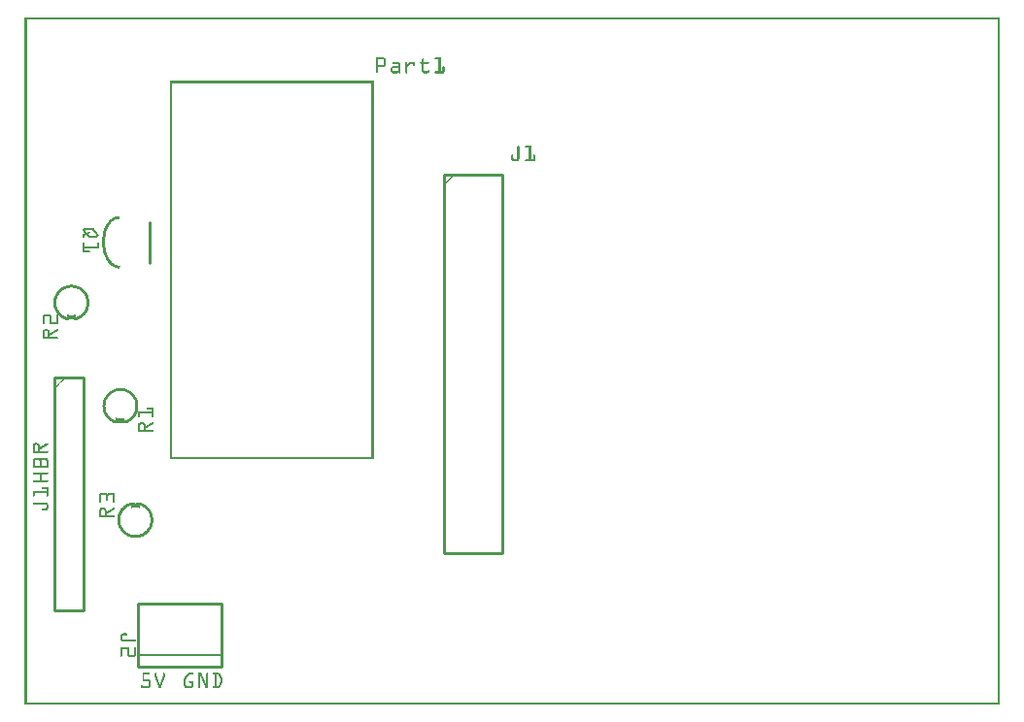
<source format=gto>
G04 MADE WITH FRITZING*
G04 WWW.FRITZING.ORG*
G04 DOUBLE SIDED*
G04 HOLES PLATED*
G04 CONTOUR ON CENTER OF CONTOUR VECTOR*
%ASAXBY*%
%FSLAX23Y23*%
%MOIN*%
%OFA0B0*%
%SFA1.0B1.0*%
%ADD10C,0.010000*%
%ADD11C,0.005000*%
%ADD12R,0.001000X0.001000*%
%LNSILK1*%
G90*
G70*
G54D10*
X430Y1657D02*
X430Y1517D01*
D02*
X104Y1124D02*
X104Y324D01*
D02*
X104Y324D02*
X204Y324D01*
D02*
X204Y324D02*
X204Y1124D01*
D02*
X204Y1124D02*
X104Y1124D01*
D02*
X1439Y1820D02*
X1439Y520D01*
D02*
X1439Y520D02*
X1639Y520D01*
D02*
X1639Y520D02*
X1639Y1820D01*
D02*
X1639Y1820D02*
X1439Y1820D01*
D02*
X675Y348D02*
X390Y348D01*
D02*
X390Y348D02*
X390Y132D01*
D02*
X390Y132D02*
X675Y132D01*
D02*
X675Y132D02*
X675Y348D01*
G54D11*
D02*
X390Y172D02*
X675Y172D01*
G54D12*
X0Y2362D02*
X3345Y2362D01*
X0Y2361D02*
X3345Y2361D01*
X0Y2360D02*
X3345Y2360D01*
X0Y2359D02*
X3345Y2359D01*
X0Y2358D02*
X3345Y2358D01*
X0Y2357D02*
X3345Y2357D01*
X0Y2356D02*
X3345Y2356D01*
X0Y2355D02*
X3345Y2355D01*
X0Y2354D02*
X7Y2354D01*
X3338Y2354D02*
X3345Y2354D01*
X0Y2353D02*
X7Y2353D01*
X3338Y2353D02*
X3345Y2353D01*
X0Y2352D02*
X7Y2352D01*
X3338Y2352D02*
X3345Y2352D01*
X0Y2351D02*
X7Y2351D01*
X3338Y2351D02*
X3345Y2351D01*
X0Y2350D02*
X7Y2350D01*
X3338Y2350D02*
X3345Y2350D01*
X0Y2349D02*
X7Y2349D01*
X3338Y2349D02*
X3345Y2349D01*
X0Y2348D02*
X7Y2348D01*
X3338Y2348D02*
X3345Y2348D01*
X0Y2347D02*
X7Y2347D01*
X3338Y2347D02*
X3345Y2347D01*
X0Y2346D02*
X7Y2346D01*
X3338Y2346D02*
X3345Y2346D01*
X0Y2345D02*
X7Y2345D01*
X3338Y2345D02*
X3345Y2345D01*
X0Y2344D02*
X7Y2344D01*
X3338Y2344D02*
X3345Y2344D01*
X0Y2343D02*
X7Y2343D01*
X3338Y2343D02*
X3345Y2343D01*
X0Y2342D02*
X7Y2342D01*
X3338Y2342D02*
X3345Y2342D01*
X0Y2341D02*
X7Y2341D01*
X3338Y2341D02*
X3345Y2341D01*
X0Y2340D02*
X7Y2340D01*
X3338Y2340D02*
X3345Y2340D01*
X0Y2339D02*
X7Y2339D01*
X3338Y2339D02*
X3345Y2339D01*
X0Y2338D02*
X7Y2338D01*
X3338Y2338D02*
X3345Y2338D01*
X0Y2337D02*
X7Y2337D01*
X3338Y2337D02*
X3345Y2337D01*
X0Y2336D02*
X7Y2336D01*
X3338Y2336D02*
X3345Y2336D01*
X0Y2335D02*
X7Y2335D01*
X3338Y2335D02*
X3345Y2335D01*
X0Y2334D02*
X7Y2334D01*
X3338Y2334D02*
X3345Y2334D01*
X0Y2333D02*
X7Y2333D01*
X3338Y2333D02*
X3345Y2333D01*
X0Y2332D02*
X7Y2332D01*
X3338Y2332D02*
X3345Y2332D01*
X0Y2331D02*
X7Y2331D01*
X3338Y2331D02*
X3345Y2331D01*
X0Y2330D02*
X7Y2330D01*
X3338Y2330D02*
X3345Y2330D01*
X0Y2329D02*
X7Y2329D01*
X3338Y2329D02*
X3345Y2329D01*
X0Y2328D02*
X7Y2328D01*
X3338Y2328D02*
X3345Y2328D01*
X0Y2327D02*
X7Y2327D01*
X3338Y2327D02*
X3345Y2327D01*
X0Y2326D02*
X7Y2326D01*
X3338Y2326D02*
X3345Y2326D01*
X0Y2325D02*
X7Y2325D01*
X3338Y2325D02*
X3345Y2325D01*
X0Y2324D02*
X7Y2324D01*
X3338Y2324D02*
X3345Y2324D01*
X0Y2323D02*
X7Y2323D01*
X3338Y2323D02*
X3345Y2323D01*
X0Y2322D02*
X7Y2322D01*
X3338Y2322D02*
X3345Y2322D01*
X0Y2321D02*
X7Y2321D01*
X3338Y2321D02*
X3345Y2321D01*
X0Y2320D02*
X7Y2320D01*
X3338Y2320D02*
X3345Y2320D01*
X0Y2319D02*
X7Y2319D01*
X3338Y2319D02*
X3345Y2319D01*
X0Y2318D02*
X7Y2318D01*
X3338Y2318D02*
X3345Y2318D01*
X0Y2317D02*
X7Y2317D01*
X3338Y2317D02*
X3345Y2317D01*
X0Y2316D02*
X7Y2316D01*
X3338Y2316D02*
X3345Y2316D01*
X0Y2315D02*
X7Y2315D01*
X3338Y2315D02*
X3345Y2315D01*
X0Y2314D02*
X7Y2314D01*
X3338Y2314D02*
X3345Y2314D01*
X0Y2313D02*
X7Y2313D01*
X3338Y2313D02*
X3345Y2313D01*
X0Y2312D02*
X7Y2312D01*
X3338Y2312D02*
X3345Y2312D01*
X0Y2311D02*
X7Y2311D01*
X3338Y2311D02*
X3345Y2311D01*
X0Y2310D02*
X7Y2310D01*
X3338Y2310D02*
X3345Y2310D01*
X0Y2309D02*
X7Y2309D01*
X3338Y2309D02*
X3345Y2309D01*
X0Y2308D02*
X7Y2308D01*
X3338Y2308D02*
X3345Y2308D01*
X0Y2307D02*
X7Y2307D01*
X3338Y2307D02*
X3345Y2307D01*
X0Y2306D02*
X7Y2306D01*
X3338Y2306D02*
X3345Y2306D01*
X0Y2305D02*
X7Y2305D01*
X3338Y2305D02*
X3345Y2305D01*
X0Y2304D02*
X7Y2304D01*
X3338Y2304D02*
X3345Y2304D01*
X0Y2303D02*
X7Y2303D01*
X3338Y2303D02*
X3345Y2303D01*
X0Y2302D02*
X7Y2302D01*
X3338Y2302D02*
X3345Y2302D01*
X0Y2301D02*
X7Y2301D01*
X3338Y2301D02*
X3345Y2301D01*
X0Y2300D02*
X7Y2300D01*
X3338Y2300D02*
X3345Y2300D01*
X0Y2299D02*
X7Y2299D01*
X3338Y2299D02*
X3345Y2299D01*
X0Y2298D02*
X7Y2298D01*
X3338Y2298D02*
X3345Y2298D01*
X0Y2297D02*
X7Y2297D01*
X3338Y2297D02*
X3345Y2297D01*
X0Y2296D02*
X7Y2296D01*
X3338Y2296D02*
X3345Y2296D01*
X0Y2295D02*
X7Y2295D01*
X3338Y2295D02*
X3345Y2295D01*
X0Y2294D02*
X7Y2294D01*
X3338Y2294D02*
X3345Y2294D01*
X0Y2293D02*
X7Y2293D01*
X3338Y2293D02*
X3345Y2293D01*
X0Y2292D02*
X7Y2292D01*
X3338Y2292D02*
X3345Y2292D01*
X0Y2291D02*
X7Y2291D01*
X3338Y2291D02*
X3345Y2291D01*
X0Y2290D02*
X7Y2290D01*
X3338Y2290D02*
X3345Y2290D01*
X0Y2289D02*
X7Y2289D01*
X3338Y2289D02*
X3345Y2289D01*
X0Y2288D02*
X7Y2288D01*
X3338Y2288D02*
X3345Y2288D01*
X0Y2287D02*
X7Y2287D01*
X3338Y2287D02*
X3345Y2287D01*
X0Y2286D02*
X7Y2286D01*
X3338Y2286D02*
X3345Y2286D01*
X0Y2285D02*
X7Y2285D01*
X3338Y2285D02*
X3345Y2285D01*
X0Y2284D02*
X7Y2284D01*
X3338Y2284D02*
X3345Y2284D01*
X0Y2283D02*
X7Y2283D01*
X3338Y2283D02*
X3345Y2283D01*
X0Y2282D02*
X7Y2282D01*
X3338Y2282D02*
X3345Y2282D01*
X0Y2281D02*
X7Y2281D01*
X3338Y2281D02*
X3345Y2281D01*
X0Y2280D02*
X7Y2280D01*
X3338Y2280D02*
X3345Y2280D01*
X0Y2279D02*
X7Y2279D01*
X3338Y2279D02*
X3345Y2279D01*
X0Y2278D02*
X7Y2278D01*
X3338Y2278D02*
X3345Y2278D01*
X0Y2277D02*
X7Y2277D01*
X3338Y2277D02*
X3345Y2277D01*
X0Y2276D02*
X7Y2276D01*
X3338Y2276D02*
X3345Y2276D01*
X0Y2275D02*
X7Y2275D01*
X3338Y2275D02*
X3345Y2275D01*
X0Y2274D02*
X7Y2274D01*
X3338Y2274D02*
X3345Y2274D01*
X0Y2273D02*
X7Y2273D01*
X3338Y2273D02*
X3345Y2273D01*
X0Y2272D02*
X7Y2272D01*
X3338Y2272D02*
X3345Y2272D01*
X0Y2271D02*
X7Y2271D01*
X3338Y2271D02*
X3345Y2271D01*
X0Y2270D02*
X7Y2270D01*
X3338Y2270D02*
X3345Y2270D01*
X0Y2269D02*
X7Y2269D01*
X3338Y2269D02*
X3345Y2269D01*
X0Y2268D02*
X7Y2268D01*
X3338Y2268D02*
X3345Y2268D01*
X0Y2267D02*
X7Y2267D01*
X3338Y2267D02*
X3345Y2267D01*
X0Y2266D02*
X7Y2266D01*
X3338Y2266D02*
X3345Y2266D01*
X0Y2265D02*
X7Y2265D01*
X3338Y2265D02*
X3345Y2265D01*
X0Y2264D02*
X7Y2264D01*
X3338Y2264D02*
X3345Y2264D01*
X0Y2263D02*
X7Y2263D01*
X3338Y2263D02*
X3345Y2263D01*
X0Y2262D02*
X7Y2262D01*
X3338Y2262D02*
X3345Y2262D01*
X0Y2261D02*
X7Y2261D01*
X3338Y2261D02*
X3345Y2261D01*
X0Y2260D02*
X7Y2260D01*
X3338Y2260D02*
X3345Y2260D01*
X0Y2259D02*
X7Y2259D01*
X3338Y2259D02*
X3345Y2259D01*
X0Y2258D02*
X7Y2258D01*
X3338Y2258D02*
X3345Y2258D01*
X0Y2257D02*
X7Y2257D01*
X3338Y2257D02*
X3345Y2257D01*
X0Y2256D02*
X7Y2256D01*
X3338Y2256D02*
X3345Y2256D01*
X0Y2255D02*
X7Y2255D01*
X3338Y2255D02*
X3345Y2255D01*
X0Y2254D02*
X7Y2254D01*
X3338Y2254D02*
X3345Y2254D01*
X0Y2253D02*
X7Y2253D01*
X3338Y2253D02*
X3345Y2253D01*
X0Y2252D02*
X7Y2252D01*
X3338Y2252D02*
X3345Y2252D01*
X0Y2251D02*
X7Y2251D01*
X3338Y2251D02*
X3345Y2251D01*
X0Y2250D02*
X7Y2250D01*
X3338Y2250D02*
X3345Y2250D01*
X0Y2249D02*
X7Y2249D01*
X3338Y2249D02*
X3345Y2249D01*
X0Y2248D02*
X7Y2248D01*
X3338Y2248D02*
X3345Y2248D01*
X0Y2247D02*
X7Y2247D01*
X3338Y2247D02*
X3345Y2247D01*
X0Y2246D02*
X7Y2246D01*
X3338Y2246D02*
X3345Y2246D01*
X0Y2245D02*
X7Y2245D01*
X3338Y2245D02*
X3345Y2245D01*
X0Y2244D02*
X7Y2244D01*
X3338Y2244D02*
X3345Y2244D01*
X0Y2243D02*
X7Y2243D01*
X3338Y2243D02*
X3345Y2243D01*
X0Y2242D02*
X7Y2242D01*
X3338Y2242D02*
X3345Y2242D01*
X0Y2241D02*
X7Y2241D01*
X3338Y2241D02*
X3345Y2241D01*
X0Y2240D02*
X7Y2240D01*
X3338Y2240D02*
X3345Y2240D01*
X0Y2239D02*
X7Y2239D01*
X3338Y2239D02*
X3345Y2239D01*
X0Y2238D02*
X7Y2238D01*
X3338Y2238D02*
X3345Y2238D01*
X0Y2237D02*
X7Y2237D01*
X3338Y2237D02*
X3345Y2237D01*
X0Y2236D02*
X7Y2236D01*
X3338Y2236D02*
X3345Y2236D01*
X0Y2235D02*
X7Y2235D01*
X3338Y2235D02*
X3345Y2235D01*
X0Y2234D02*
X7Y2234D01*
X3338Y2234D02*
X3345Y2234D01*
X0Y2233D02*
X7Y2233D01*
X3338Y2233D02*
X3345Y2233D01*
X0Y2232D02*
X7Y2232D01*
X3338Y2232D02*
X3345Y2232D01*
X0Y2231D02*
X7Y2231D01*
X3338Y2231D02*
X3345Y2231D01*
X0Y2230D02*
X7Y2230D01*
X3338Y2230D02*
X3345Y2230D01*
X0Y2229D02*
X7Y2229D01*
X3338Y2229D02*
X3345Y2229D01*
X0Y2228D02*
X7Y2228D01*
X3338Y2228D02*
X3345Y2228D01*
X0Y2227D02*
X7Y2227D01*
X3338Y2227D02*
X3345Y2227D01*
X0Y2226D02*
X7Y2226D01*
X3338Y2226D02*
X3345Y2226D01*
X0Y2225D02*
X7Y2225D01*
X3338Y2225D02*
X3345Y2225D01*
X0Y2224D02*
X7Y2224D01*
X3338Y2224D02*
X3345Y2224D01*
X0Y2223D02*
X7Y2223D01*
X1206Y2223D02*
X1232Y2223D01*
X1409Y2223D02*
X1427Y2223D01*
X3338Y2223D02*
X3345Y2223D01*
X0Y2222D02*
X7Y2222D01*
X1206Y2222D02*
X1235Y2222D01*
X1408Y2222D02*
X1427Y2222D01*
X3338Y2222D02*
X3345Y2222D01*
X0Y2221D02*
X7Y2221D01*
X1206Y2221D02*
X1236Y2221D01*
X1407Y2221D02*
X1427Y2221D01*
X3338Y2221D02*
X3345Y2221D01*
X0Y2220D02*
X7Y2220D01*
X1206Y2220D02*
X1237Y2220D01*
X1365Y2220D02*
X1368Y2220D01*
X1407Y2220D02*
X1427Y2220D01*
X3338Y2220D02*
X3345Y2220D01*
X0Y2219D02*
X7Y2219D01*
X1206Y2219D02*
X1238Y2219D01*
X1364Y2219D02*
X1369Y2219D01*
X1407Y2219D02*
X1427Y2219D01*
X3338Y2219D02*
X3345Y2219D01*
X0Y2218D02*
X7Y2218D01*
X1206Y2218D02*
X1238Y2218D01*
X1364Y2218D02*
X1369Y2218D01*
X1408Y2218D02*
X1427Y2218D01*
X3338Y2218D02*
X3345Y2218D01*
X0Y2217D02*
X7Y2217D01*
X1206Y2217D02*
X1239Y2217D01*
X1364Y2217D02*
X1370Y2217D01*
X1409Y2217D02*
X1427Y2217D01*
X3338Y2217D02*
X3345Y2217D01*
X0Y2216D02*
X7Y2216D01*
X1206Y2216D02*
X1212Y2216D01*
X1232Y2216D02*
X1239Y2216D01*
X1364Y2216D02*
X1370Y2216D01*
X1421Y2216D02*
X1427Y2216D01*
X3338Y2216D02*
X3345Y2216D01*
X0Y2215D02*
X7Y2215D01*
X1206Y2215D02*
X1212Y2215D01*
X1233Y2215D02*
X1240Y2215D01*
X1364Y2215D02*
X1370Y2215D01*
X1421Y2215D02*
X1427Y2215D01*
X3338Y2215D02*
X3345Y2215D01*
X0Y2214D02*
X7Y2214D01*
X1206Y2214D02*
X1212Y2214D01*
X1233Y2214D02*
X1240Y2214D01*
X1364Y2214D02*
X1370Y2214D01*
X1421Y2214D02*
X1427Y2214D01*
X3338Y2214D02*
X3345Y2214D01*
X0Y2213D02*
X7Y2213D01*
X1206Y2213D02*
X1212Y2213D01*
X1234Y2213D02*
X1240Y2213D01*
X1364Y2213D02*
X1370Y2213D01*
X1421Y2213D02*
X1427Y2213D01*
X3338Y2213D02*
X3345Y2213D01*
X0Y2212D02*
X7Y2212D01*
X1206Y2212D02*
X1212Y2212D01*
X1234Y2212D02*
X1240Y2212D01*
X1364Y2212D02*
X1370Y2212D01*
X1421Y2212D02*
X1427Y2212D01*
X3338Y2212D02*
X3345Y2212D01*
X0Y2211D02*
X7Y2211D01*
X1206Y2211D02*
X1212Y2211D01*
X1234Y2211D02*
X1240Y2211D01*
X1364Y2211D02*
X1370Y2211D01*
X1421Y2211D02*
X1427Y2211D01*
X3338Y2211D02*
X3345Y2211D01*
X0Y2210D02*
X7Y2210D01*
X1206Y2210D02*
X1212Y2210D01*
X1234Y2210D02*
X1240Y2210D01*
X1364Y2210D02*
X1370Y2210D01*
X1421Y2210D02*
X1427Y2210D01*
X3338Y2210D02*
X3345Y2210D01*
X0Y2209D02*
X7Y2209D01*
X1206Y2209D02*
X1212Y2209D01*
X1234Y2209D02*
X1240Y2209D01*
X1363Y2209D02*
X1370Y2209D01*
X1421Y2209D02*
X1427Y2209D01*
X3338Y2209D02*
X3345Y2209D01*
X0Y2208D02*
X7Y2208D01*
X1206Y2208D02*
X1212Y2208D01*
X1234Y2208D02*
X1240Y2208D01*
X1265Y2208D02*
X1283Y2208D01*
X1308Y2208D02*
X1311Y2208D01*
X1321Y2208D02*
X1334Y2208D01*
X1358Y2208D02*
X1385Y2208D01*
X1421Y2208D02*
X1427Y2208D01*
X3338Y2208D02*
X3345Y2208D01*
X0Y2207D02*
X7Y2207D01*
X1206Y2207D02*
X1212Y2207D01*
X1234Y2207D02*
X1240Y2207D01*
X1264Y2207D02*
X1284Y2207D01*
X1307Y2207D02*
X1312Y2207D01*
X1320Y2207D02*
X1335Y2207D01*
X1357Y2207D02*
X1386Y2207D01*
X1421Y2207D02*
X1427Y2207D01*
X3338Y2207D02*
X3345Y2207D01*
X0Y2206D02*
X7Y2206D01*
X1206Y2206D02*
X1212Y2206D01*
X1234Y2206D02*
X1240Y2206D01*
X1263Y2206D02*
X1286Y2206D01*
X1307Y2206D02*
X1312Y2206D01*
X1319Y2206D02*
X1337Y2206D01*
X1357Y2206D02*
X1387Y2206D01*
X1421Y2206D02*
X1427Y2206D01*
X3338Y2206D02*
X3345Y2206D01*
X0Y2205D02*
X7Y2205D01*
X1206Y2205D02*
X1212Y2205D01*
X1234Y2205D02*
X1240Y2205D01*
X1263Y2205D02*
X1287Y2205D01*
X1307Y2205D02*
X1313Y2205D01*
X1318Y2205D02*
X1338Y2205D01*
X1357Y2205D02*
X1387Y2205D01*
X1421Y2205D02*
X1427Y2205D01*
X3338Y2205D02*
X3345Y2205D01*
X0Y2204D02*
X7Y2204D01*
X1206Y2204D02*
X1212Y2204D01*
X1234Y2204D02*
X1240Y2204D01*
X1263Y2204D02*
X1287Y2204D01*
X1307Y2204D02*
X1313Y2204D01*
X1317Y2204D02*
X1338Y2204D01*
X1357Y2204D02*
X1386Y2204D01*
X1421Y2204D02*
X1427Y2204D01*
X3338Y2204D02*
X3345Y2204D01*
X0Y2203D02*
X7Y2203D01*
X1206Y2203D02*
X1212Y2203D01*
X1234Y2203D02*
X1240Y2203D01*
X1264Y2203D02*
X1288Y2203D01*
X1307Y2203D02*
X1313Y2203D01*
X1316Y2203D02*
X1339Y2203D01*
X1358Y2203D02*
X1386Y2203D01*
X1421Y2203D02*
X1427Y2203D01*
X3338Y2203D02*
X3345Y2203D01*
X0Y2202D02*
X7Y2202D01*
X1206Y2202D02*
X1212Y2202D01*
X1234Y2202D02*
X1240Y2202D01*
X1266Y2202D02*
X1288Y2202D01*
X1307Y2202D02*
X1339Y2202D01*
X1359Y2202D02*
X1384Y2202D01*
X1421Y2202D02*
X1427Y2202D01*
X3338Y2202D02*
X3345Y2202D01*
X0Y2201D02*
X7Y2201D01*
X1206Y2201D02*
X1212Y2201D01*
X1234Y2201D02*
X1240Y2201D01*
X1282Y2201D02*
X1289Y2201D01*
X1307Y2201D02*
X1323Y2201D01*
X1333Y2201D02*
X1340Y2201D01*
X1364Y2201D02*
X1370Y2201D01*
X1421Y2201D02*
X1427Y2201D01*
X3338Y2201D02*
X3345Y2201D01*
X0Y2200D02*
X7Y2200D01*
X1206Y2200D02*
X1212Y2200D01*
X1234Y2200D02*
X1240Y2200D01*
X1282Y2200D02*
X1289Y2200D01*
X1307Y2200D02*
X1322Y2200D01*
X1334Y2200D02*
X1340Y2200D01*
X1364Y2200D02*
X1370Y2200D01*
X1421Y2200D02*
X1427Y2200D01*
X3338Y2200D02*
X3345Y2200D01*
X0Y2199D02*
X7Y2199D01*
X1206Y2199D02*
X1212Y2199D01*
X1233Y2199D02*
X1240Y2199D01*
X1283Y2199D02*
X1289Y2199D01*
X1307Y2199D02*
X1321Y2199D01*
X1334Y2199D02*
X1340Y2199D01*
X1364Y2199D02*
X1370Y2199D01*
X1421Y2199D02*
X1427Y2199D01*
X3338Y2199D02*
X3345Y2199D01*
X0Y2198D02*
X7Y2198D01*
X1206Y2198D02*
X1212Y2198D01*
X1232Y2198D02*
X1239Y2198D01*
X1283Y2198D02*
X1289Y2198D01*
X1307Y2198D02*
X1320Y2198D01*
X1334Y2198D02*
X1340Y2198D01*
X1364Y2198D02*
X1370Y2198D01*
X1421Y2198D02*
X1427Y2198D01*
X3338Y2198D02*
X3345Y2198D01*
X0Y2197D02*
X7Y2197D01*
X1206Y2197D02*
X1239Y2197D01*
X1283Y2197D02*
X1289Y2197D01*
X1307Y2197D02*
X1318Y2197D01*
X1334Y2197D02*
X1340Y2197D01*
X1364Y2197D02*
X1370Y2197D01*
X1421Y2197D02*
X1427Y2197D01*
X3338Y2197D02*
X3345Y2197D01*
X0Y2196D02*
X7Y2196D01*
X1206Y2196D02*
X1239Y2196D01*
X1283Y2196D02*
X1289Y2196D01*
X1307Y2196D02*
X1317Y2196D01*
X1334Y2196D02*
X1340Y2196D01*
X1364Y2196D02*
X1370Y2196D01*
X1421Y2196D02*
X1427Y2196D01*
X3338Y2196D02*
X3345Y2196D01*
X0Y2195D02*
X7Y2195D01*
X1206Y2195D02*
X1238Y2195D01*
X1283Y2195D02*
X1289Y2195D01*
X1307Y2195D02*
X1316Y2195D01*
X1334Y2195D02*
X1340Y2195D01*
X1364Y2195D02*
X1370Y2195D01*
X1421Y2195D02*
X1427Y2195D01*
X3338Y2195D02*
X3345Y2195D01*
X0Y2194D02*
X7Y2194D01*
X1206Y2194D02*
X1237Y2194D01*
X1265Y2194D02*
X1280Y2194D01*
X1283Y2194D02*
X1289Y2194D01*
X1307Y2194D02*
X1315Y2194D01*
X1335Y2194D02*
X1339Y2194D01*
X1364Y2194D02*
X1370Y2194D01*
X1421Y2194D02*
X1427Y2194D01*
X1437Y2194D02*
X1438Y2194D01*
X3338Y2194D02*
X3345Y2194D01*
X0Y2193D02*
X7Y2193D01*
X1206Y2193D02*
X1236Y2193D01*
X1262Y2193D02*
X1289Y2193D01*
X1307Y2193D02*
X1314Y2193D01*
X1364Y2193D02*
X1370Y2193D01*
X1421Y2193D02*
X1427Y2193D01*
X1435Y2193D02*
X1439Y2193D01*
X3338Y2193D02*
X3345Y2193D01*
X0Y2192D02*
X7Y2192D01*
X1206Y2192D02*
X1235Y2192D01*
X1261Y2192D02*
X1289Y2192D01*
X1307Y2192D02*
X1313Y2192D01*
X1364Y2192D02*
X1370Y2192D01*
X1421Y2192D02*
X1427Y2192D01*
X1435Y2192D02*
X1440Y2192D01*
X3338Y2192D02*
X3345Y2192D01*
X0Y2191D02*
X7Y2191D01*
X1206Y2191D02*
X1234Y2191D01*
X1259Y2191D02*
X1289Y2191D01*
X1307Y2191D02*
X1313Y2191D01*
X1364Y2191D02*
X1370Y2191D01*
X1421Y2191D02*
X1427Y2191D01*
X1435Y2191D02*
X1440Y2191D01*
X3338Y2191D02*
X3345Y2191D01*
X0Y2190D02*
X7Y2190D01*
X1206Y2190D02*
X1213Y2190D01*
X1258Y2190D02*
X1289Y2190D01*
X1307Y2190D02*
X1313Y2190D01*
X1364Y2190D02*
X1370Y2190D01*
X1421Y2190D02*
X1427Y2190D01*
X1434Y2190D02*
X1441Y2190D01*
X3338Y2190D02*
X3345Y2190D01*
X0Y2189D02*
X7Y2189D01*
X1206Y2189D02*
X1212Y2189D01*
X1258Y2189D02*
X1289Y2189D01*
X1307Y2189D02*
X1313Y2189D01*
X1364Y2189D02*
X1370Y2189D01*
X1421Y2189D02*
X1427Y2189D01*
X1434Y2189D02*
X1441Y2189D01*
X3338Y2189D02*
X3345Y2189D01*
X0Y2188D02*
X7Y2188D01*
X1206Y2188D02*
X1212Y2188D01*
X1257Y2188D02*
X1289Y2188D01*
X1307Y2188D02*
X1313Y2188D01*
X1364Y2188D02*
X1370Y2188D01*
X1421Y2188D02*
X1427Y2188D01*
X1434Y2188D02*
X1441Y2188D01*
X3338Y2188D02*
X3345Y2188D01*
X0Y2187D02*
X7Y2187D01*
X1206Y2187D02*
X1212Y2187D01*
X1257Y2187D02*
X1265Y2187D01*
X1281Y2187D02*
X1289Y2187D01*
X1307Y2187D02*
X1313Y2187D01*
X1364Y2187D02*
X1370Y2187D01*
X1421Y2187D02*
X1427Y2187D01*
X1434Y2187D02*
X1441Y2187D01*
X3338Y2187D02*
X3345Y2187D01*
X0Y2186D02*
X7Y2186D01*
X1206Y2186D02*
X1212Y2186D01*
X1257Y2186D02*
X1263Y2186D01*
X1282Y2186D02*
X1289Y2186D01*
X1307Y2186D02*
X1313Y2186D01*
X1364Y2186D02*
X1370Y2186D01*
X1421Y2186D02*
X1427Y2186D01*
X1434Y2186D02*
X1441Y2186D01*
X3338Y2186D02*
X3345Y2186D01*
X0Y2185D02*
X7Y2185D01*
X1206Y2185D02*
X1212Y2185D01*
X1256Y2185D02*
X1263Y2185D01*
X1283Y2185D02*
X1289Y2185D01*
X1307Y2185D02*
X1313Y2185D01*
X1364Y2185D02*
X1370Y2185D01*
X1421Y2185D02*
X1427Y2185D01*
X1434Y2185D02*
X1441Y2185D01*
X3338Y2185D02*
X3345Y2185D01*
X0Y2184D02*
X7Y2184D01*
X1206Y2184D02*
X1212Y2184D01*
X1256Y2184D02*
X1262Y2184D01*
X1283Y2184D02*
X1290Y2184D01*
X1307Y2184D02*
X1313Y2184D01*
X1364Y2184D02*
X1370Y2184D01*
X1421Y2184D02*
X1427Y2184D01*
X1434Y2184D02*
X1441Y2184D01*
X3338Y2184D02*
X3345Y2184D01*
X0Y2183D02*
X7Y2183D01*
X1206Y2183D02*
X1212Y2183D01*
X1256Y2183D02*
X1262Y2183D01*
X1283Y2183D02*
X1290Y2183D01*
X1307Y2183D02*
X1313Y2183D01*
X1364Y2183D02*
X1370Y2183D01*
X1421Y2183D02*
X1427Y2183D01*
X1434Y2183D02*
X1441Y2183D01*
X3338Y2183D02*
X3345Y2183D01*
X0Y2182D02*
X7Y2182D01*
X1206Y2182D02*
X1212Y2182D01*
X1256Y2182D02*
X1262Y2182D01*
X1283Y2182D02*
X1290Y2182D01*
X1307Y2182D02*
X1313Y2182D01*
X1364Y2182D02*
X1370Y2182D01*
X1386Y2182D02*
X1388Y2182D01*
X1421Y2182D02*
X1427Y2182D01*
X1434Y2182D02*
X1441Y2182D01*
X3338Y2182D02*
X3345Y2182D01*
X0Y2181D02*
X7Y2181D01*
X1206Y2181D02*
X1212Y2181D01*
X1256Y2181D02*
X1262Y2181D01*
X1283Y2181D02*
X1290Y2181D01*
X1307Y2181D02*
X1313Y2181D01*
X1364Y2181D02*
X1370Y2181D01*
X1385Y2181D02*
X1389Y2181D01*
X1421Y2181D02*
X1427Y2181D01*
X1434Y2181D02*
X1441Y2181D01*
X3338Y2181D02*
X3345Y2181D01*
X0Y2180D02*
X7Y2180D01*
X1206Y2180D02*
X1212Y2180D01*
X1256Y2180D02*
X1262Y2180D01*
X1282Y2180D02*
X1290Y2180D01*
X1307Y2180D02*
X1313Y2180D01*
X1364Y2180D02*
X1370Y2180D01*
X1385Y2180D02*
X1390Y2180D01*
X1421Y2180D02*
X1427Y2180D01*
X1434Y2180D02*
X1441Y2180D01*
X3338Y2180D02*
X3345Y2180D01*
X0Y2179D02*
X7Y2179D01*
X1206Y2179D02*
X1212Y2179D01*
X1256Y2179D02*
X1262Y2179D01*
X1280Y2179D02*
X1290Y2179D01*
X1307Y2179D02*
X1313Y2179D01*
X1364Y2179D02*
X1370Y2179D01*
X1384Y2179D02*
X1390Y2179D01*
X1421Y2179D02*
X1427Y2179D01*
X1434Y2179D02*
X1441Y2179D01*
X3338Y2179D02*
X3345Y2179D01*
X0Y2178D02*
X7Y2178D01*
X1206Y2178D02*
X1212Y2178D01*
X1256Y2178D02*
X1263Y2178D01*
X1279Y2178D02*
X1290Y2178D01*
X1307Y2178D02*
X1313Y2178D01*
X1364Y2178D02*
X1370Y2178D01*
X1384Y2178D02*
X1390Y2178D01*
X1421Y2178D02*
X1427Y2178D01*
X1434Y2178D02*
X1441Y2178D01*
X3338Y2178D02*
X3345Y2178D01*
X0Y2177D02*
X7Y2177D01*
X1206Y2177D02*
X1212Y2177D01*
X1257Y2177D02*
X1264Y2177D01*
X1277Y2177D02*
X1290Y2177D01*
X1307Y2177D02*
X1313Y2177D01*
X1364Y2177D02*
X1371Y2177D01*
X1383Y2177D02*
X1390Y2177D01*
X1421Y2177D02*
X1427Y2177D01*
X1434Y2177D02*
X1441Y2177D01*
X3338Y2177D02*
X3345Y2177D01*
X0Y2176D02*
X7Y2176D01*
X1206Y2176D02*
X1212Y2176D01*
X1257Y2176D02*
X1290Y2176D01*
X1307Y2176D02*
X1313Y2176D01*
X1364Y2176D02*
X1390Y2176D01*
X1409Y2176D02*
X1441Y2176D01*
X3338Y2176D02*
X3345Y2176D01*
X0Y2175D02*
X7Y2175D01*
X1206Y2175D02*
X1212Y2175D01*
X1258Y2175D02*
X1290Y2175D01*
X1307Y2175D02*
X1313Y2175D01*
X1365Y2175D02*
X1389Y2175D01*
X1408Y2175D02*
X1441Y2175D01*
X3338Y2175D02*
X3345Y2175D01*
X0Y2174D02*
X7Y2174D01*
X1206Y2174D02*
X1212Y2174D01*
X1258Y2174D02*
X1290Y2174D01*
X1307Y2174D02*
X1313Y2174D01*
X1365Y2174D02*
X1388Y2174D01*
X1407Y2174D02*
X1441Y2174D01*
X3338Y2174D02*
X3345Y2174D01*
X0Y2173D02*
X7Y2173D01*
X1206Y2173D02*
X1212Y2173D01*
X1259Y2173D02*
X1290Y2173D01*
X1307Y2173D02*
X1313Y2173D01*
X1366Y2173D02*
X1388Y2173D01*
X1407Y2173D02*
X1440Y2173D01*
X3338Y2173D02*
X3345Y2173D01*
X0Y2172D02*
X7Y2172D01*
X1206Y2172D02*
X1212Y2172D01*
X1260Y2172D02*
X1281Y2172D01*
X1284Y2172D02*
X1290Y2172D01*
X1307Y2172D02*
X1312Y2172D01*
X1367Y2172D02*
X1387Y2172D01*
X1407Y2172D02*
X1440Y2172D01*
X3338Y2172D02*
X3345Y2172D01*
X0Y2171D02*
X7Y2171D01*
X1207Y2171D02*
X1211Y2171D01*
X1261Y2171D02*
X1280Y2171D01*
X1285Y2171D02*
X1289Y2171D01*
X1307Y2171D02*
X1312Y2171D01*
X1368Y2171D02*
X1385Y2171D01*
X1408Y2171D02*
X1440Y2171D01*
X3338Y2171D02*
X3345Y2171D01*
X0Y2170D02*
X7Y2170D01*
X1208Y2170D02*
X1210Y2170D01*
X1263Y2170D02*
X1278Y2170D01*
X1286Y2170D02*
X1288Y2170D01*
X1308Y2170D02*
X1311Y2170D01*
X1371Y2170D02*
X1383Y2170D01*
X1409Y2170D02*
X1439Y2170D01*
X3338Y2170D02*
X3345Y2170D01*
X0Y2169D02*
X7Y2169D01*
X3338Y2169D02*
X3345Y2169D01*
X0Y2168D02*
X7Y2168D01*
X3338Y2168D02*
X3345Y2168D01*
X0Y2167D02*
X7Y2167D01*
X3338Y2167D02*
X3345Y2167D01*
X0Y2166D02*
X7Y2166D01*
X3338Y2166D02*
X3345Y2166D01*
X0Y2165D02*
X7Y2165D01*
X3338Y2165D02*
X3345Y2165D01*
X0Y2164D02*
X7Y2164D01*
X3338Y2164D02*
X3345Y2164D01*
X0Y2163D02*
X7Y2163D01*
X3338Y2163D02*
X3345Y2163D01*
X0Y2162D02*
X7Y2162D01*
X3338Y2162D02*
X3345Y2162D01*
X0Y2161D02*
X7Y2161D01*
X3338Y2161D02*
X3345Y2161D01*
X0Y2160D02*
X7Y2160D01*
X3338Y2160D02*
X3345Y2160D01*
X0Y2159D02*
X7Y2159D01*
X3338Y2159D02*
X3345Y2159D01*
X0Y2158D02*
X7Y2158D01*
X3338Y2158D02*
X3345Y2158D01*
X0Y2157D02*
X7Y2157D01*
X3338Y2157D02*
X3345Y2157D01*
X0Y2156D02*
X7Y2156D01*
X3338Y2156D02*
X3345Y2156D01*
X0Y2155D02*
X7Y2155D01*
X3338Y2155D02*
X3345Y2155D01*
X0Y2154D02*
X7Y2154D01*
X3338Y2154D02*
X3345Y2154D01*
X0Y2153D02*
X7Y2153D01*
X3338Y2153D02*
X3345Y2153D01*
X0Y2152D02*
X7Y2152D01*
X3338Y2152D02*
X3345Y2152D01*
X0Y2151D02*
X7Y2151D01*
X3338Y2151D02*
X3345Y2151D01*
X0Y2150D02*
X7Y2150D01*
X3338Y2150D02*
X3345Y2150D01*
X0Y2149D02*
X7Y2149D01*
X3338Y2149D02*
X3345Y2149D01*
X0Y2148D02*
X7Y2148D01*
X3338Y2148D02*
X3345Y2148D01*
X0Y2147D02*
X7Y2147D01*
X3338Y2147D02*
X3345Y2147D01*
X0Y2146D02*
X7Y2146D01*
X3338Y2146D02*
X3345Y2146D01*
X0Y2145D02*
X7Y2145D01*
X3338Y2145D02*
X3345Y2145D01*
X0Y2144D02*
X7Y2144D01*
X3338Y2144D02*
X3345Y2144D01*
X0Y2143D02*
X7Y2143D01*
X498Y2143D02*
X1197Y2143D01*
X3338Y2143D02*
X3345Y2143D01*
X0Y2142D02*
X7Y2142D01*
X498Y2142D02*
X1197Y2142D01*
X3338Y2142D02*
X3345Y2142D01*
X0Y2141D02*
X7Y2141D01*
X498Y2141D02*
X1197Y2141D01*
X3338Y2141D02*
X3345Y2141D01*
X0Y2140D02*
X7Y2140D01*
X498Y2140D02*
X1197Y2140D01*
X3338Y2140D02*
X3345Y2140D01*
X0Y2139D02*
X7Y2139D01*
X498Y2139D02*
X1197Y2139D01*
X3338Y2139D02*
X3345Y2139D01*
X0Y2138D02*
X7Y2138D01*
X498Y2138D02*
X1197Y2138D01*
X3338Y2138D02*
X3345Y2138D01*
X0Y2137D02*
X7Y2137D01*
X498Y2137D02*
X1197Y2137D01*
X3338Y2137D02*
X3345Y2137D01*
X0Y2136D02*
X7Y2136D01*
X498Y2136D02*
X1197Y2136D01*
X3338Y2136D02*
X3345Y2136D01*
X0Y2135D02*
X7Y2135D01*
X498Y2135D02*
X505Y2135D01*
X1190Y2135D02*
X1197Y2135D01*
X3338Y2135D02*
X3345Y2135D01*
X0Y2134D02*
X7Y2134D01*
X498Y2134D02*
X505Y2134D01*
X1190Y2134D02*
X1197Y2134D01*
X3338Y2134D02*
X3345Y2134D01*
X0Y2133D02*
X7Y2133D01*
X498Y2133D02*
X505Y2133D01*
X1190Y2133D02*
X1197Y2133D01*
X3338Y2133D02*
X3345Y2133D01*
X0Y2132D02*
X7Y2132D01*
X498Y2132D02*
X505Y2132D01*
X1190Y2132D02*
X1197Y2132D01*
X3338Y2132D02*
X3345Y2132D01*
X0Y2131D02*
X7Y2131D01*
X498Y2131D02*
X505Y2131D01*
X1190Y2131D02*
X1197Y2131D01*
X3338Y2131D02*
X3345Y2131D01*
X0Y2130D02*
X7Y2130D01*
X498Y2130D02*
X505Y2130D01*
X1190Y2130D02*
X1197Y2130D01*
X3338Y2130D02*
X3345Y2130D01*
X0Y2129D02*
X7Y2129D01*
X498Y2129D02*
X505Y2129D01*
X1190Y2129D02*
X1197Y2129D01*
X3338Y2129D02*
X3345Y2129D01*
X0Y2128D02*
X7Y2128D01*
X498Y2128D02*
X505Y2128D01*
X1190Y2128D02*
X1197Y2128D01*
X3338Y2128D02*
X3345Y2128D01*
X0Y2127D02*
X7Y2127D01*
X498Y2127D02*
X505Y2127D01*
X1190Y2127D02*
X1197Y2127D01*
X3338Y2127D02*
X3345Y2127D01*
X0Y2126D02*
X7Y2126D01*
X498Y2126D02*
X505Y2126D01*
X1190Y2126D02*
X1197Y2126D01*
X3338Y2126D02*
X3345Y2126D01*
X0Y2125D02*
X7Y2125D01*
X498Y2125D02*
X505Y2125D01*
X1190Y2125D02*
X1197Y2125D01*
X3338Y2125D02*
X3345Y2125D01*
X0Y2124D02*
X7Y2124D01*
X498Y2124D02*
X505Y2124D01*
X1190Y2124D02*
X1197Y2124D01*
X3338Y2124D02*
X3345Y2124D01*
X0Y2123D02*
X7Y2123D01*
X498Y2123D02*
X505Y2123D01*
X1190Y2123D02*
X1197Y2123D01*
X3338Y2123D02*
X3345Y2123D01*
X0Y2122D02*
X7Y2122D01*
X498Y2122D02*
X505Y2122D01*
X1190Y2122D02*
X1197Y2122D01*
X3338Y2122D02*
X3345Y2122D01*
X0Y2121D02*
X7Y2121D01*
X498Y2121D02*
X505Y2121D01*
X1190Y2121D02*
X1197Y2121D01*
X3338Y2121D02*
X3345Y2121D01*
X0Y2120D02*
X7Y2120D01*
X498Y2120D02*
X505Y2120D01*
X1190Y2120D02*
X1197Y2120D01*
X3338Y2120D02*
X3345Y2120D01*
X0Y2119D02*
X7Y2119D01*
X498Y2119D02*
X505Y2119D01*
X1190Y2119D02*
X1197Y2119D01*
X3338Y2119D02*
X3345Y2119D01*
X0Y2118D02*
X7Y2118D01*
X498Y2118D02*
X505Y2118D01*
X1190Y2118D02*
X1197Y2118D01*
X3338Y2118D02*
X3345Y2118D01*
X0Y2117D02*
X7Y2117D01*
X498Y2117D02*
X505Y2117D01*
X1190Y2117D02*
X1197Y2117D01*
X3338Y2117D02*
X3345Y2117D01*
X0Y2116D02*
X7Y2116D01*
X498Y2116D02*
X505Y2116D01*
X1190Y2116D02*
X1197Y2116D01*
X3338Y2116D02*
X3345Y2116D01*
X0Y2115D02*
X7Y2115D01*
X498Y2115D02*
X505Y2115D01*
X1190Y2115D02*
X1197Y2115D01*
X3338Y2115D02*
X3345Y2115D01*
X0Y2114D02*
X7Y2114D01*
X498Y2114D02*
X505Y2114D01*
X1190Y2114D02*
X1197Y2114D01*
X3338Y2114D02*
X3345Y2114D01*
X0Y2113D02*
X7Y2113D01*
X498Y2113D02*
X505Y2113D01*
X1190Y2113D02*
X1197Y2113D01*
X3338Y2113D02*
X3345Y2113D01*
X0Y2112D02*
X7Y2112D01*
X498Y2112D02*
X505Y2112D01*
X1190Y2112D02*
X1197Y2112D01*
X3338Y2112D02*
X3345Y2112D01*
X0Y2111D02*
X7Y2111D01*
X498Y2111D02*
X505Y2111D01*
X1190Y2111D02*
X1197Y2111D01*
X3338Y2111D02*
X3345Y2111D01*
X0Y2110D02*
X7Y2110D01*
X498Y2110D02*
X505Y2110D01*
X1190Y2110D02*
X1197Y2110D01*
X3338Y2110D02*
X3345Y2110D01*
X0Y2109D02*
X7Y2109D01*
X498Y2109D02*
X505Y2109D01*
X1190Y2109D02*
X1197Y2109D01*
X3338Y2109D02*
X3345Y2109D01*
X0Y2108D02*
X7Y2108D01*
X498Y2108D02*
X505Y2108D01*
X1190Y2108D02*
X1197Y2108D01*
X3338Y2108D02*
X3345Y2108D01*
X0Y2107D02*
X7Y2107D01*
X498Y2107D02*
X505Y2107D01*
X1190Y2107D02*
X1197Y2107D01*
X3338Y2107D02*
X3345Y2107D01*
X0Y2106D02*
X7Y2106D01*
X498Y2106D02*
X505Y2106D01*
X1190Y2106D02*
X1197Y2106D01*
X3338Y2106D02*
X3345Y2106D01*
X0Y2105D02*
X7Y2105D01*
X498Y2105D02*
X505Y2105D01*
X1190Y2105D02*
X1197Y2105D01*
X3338Y2105D02*
X3345Y2105D01*
X0Y2104D02*
X7Y2104D01*
X498Y2104D02*
X505Y2104D01*
X1190Y2104D02*
X1197Y2104D01*
X3338Y2104D02*
X3345Y2104D01*
X0Y2103D02*
X7Y2103D01*
X498Y2103D02*
X505Y2103D01*
X1190Y2103D02*
X1197Y2103D01*
X3338Y2103D02*
X3345Y2103D01*
X0Y2102D02*
X7Y2102D01*
X498Y2102D02*
X505Y2102D01*
X1190Y2102D02*
X1197Y2102D01*
X3338Y2102D02*
X3345Y2102D01*
X0Y2101D02*
X7Y2101D01*
X498Y2101D02*
X505Y2101D01*
X1190Y2101D02*
X1197Y2101D01*
X3338Y2101D02*
X3345Y2101D01*
X0Y2100D02*
X7Y2100D01*
X498Y2100D02*
X505Y2100D01*
X1190Y2100D02*
X1197Y2100D01*
X3338Y2100D02*
X3345Y2100D01*
X0Y2099D02*
X7Y2099D01*
X498Y2099D02*
X505Y2099D01*
X1190Y2099D02*
X1197Y2099D01*
X3338Y2099D02*
X3345Y2099D01*
X0Y2098D02*
X7Y2098D01*
X498Y2098D02*
X505Y2098D01*
X1190Y2098D02*
X1197Y2098D01*
X3338Y2098D02*
X3345Y2098D01*
X0Y2097D02*
X7Y2097D01*
X498Y2097D02*
X505Y2097D01*
X1190Y2097D02*
X1197Y2097D01*
X3338Y2097D02*
X3345Y2097D01*
X0Y2096D02*
X7Y2096D01*
X498Y2096D02*
X505Y2096D01*
X1190Y2096D02*
X1197Y2096D01*
X3338Y2096D02*
X3345Y2096D01*
X0Y2095D02*
X7Y2095D01*
X498Y2095D02*
X505Y2095D01*
X1190Y2095D02*
X1197Y2095D01*
X3338Y2095D02*
X3345Y2095D01*
X0Y2094D02*
X7Y2094D01*
X498Y2094D02*
X505Y2094D01*
X1190Y2094D02*
X1197Y2094D01*
X3338Y2094D02*
X3345Y2094D01*
X0Y2093D02*
X7Y2093D01*
X498Y2093D02*
X505Y2093D01*
X1190Y2093D02*
X1197Y2093D01*
X3338Y2093D02*
X3345Y2093D01*
X0Y2092D02*
X7Y2092D01*
X498Y2092D02*
X505Y2092D01*
X1190Y2092D02*
X1197Y2092D01*
X3338Y2092D02*
X3345Y2092D01*
X0Y2091D02*
X7Y2091D01*
X498Y2091D02*
X505Y2091D01*
X1190Y2091D02*
X1197Y2091D01*
X3338Y2091D02*
X3345Y2091D01*
X0Y2090D02*
X7Y2090D01*
X498Y2090D02*
X505Y2090D01*
X1190Y2090D02*
X1197Y2090D01*
X3338Y2090D02*
X3345Y2090D01*
X0Y2089D02*
X7Y2089D01*
X498Y2089D02*
X505Y2089D01*
X1190Y2089D02*
X1197Y2089D01*
X3338Y2089D02*
X3345Y2089D01*
X0Y2088D02*
X7Y2088D01*
X498Y2088D02*
X505Y2088D01*
X1190Y2088D02*
X1197Y2088D01*
X3338Y2088D02*
X3345Y2088D01*
X0Y2087D02*
X7Y2087D01*
X498Y2087D02*
X505Y2087D01*
X1190Y2087D02*
X1197Y2087D01*
X3338Y2087D02*
X3345Y2087D01*
X0Y2086D02*
X7Y2086D01*
X498Y2086D02*
X505Y2086D01*
X1190Y2086D02*
X1197Y2086D01*
X3338Y2086D02*
X3345Y2086D01*
X0Y2085D02*
X7Y2085D01*
X498Y2085D02*
X505Y2085D01*
X1190Y2085D02*
X1197Y2085D01*
X3338Y2085D02*
X3345Y2085D01*
X0Y2084D02*
X7Y2084D01*
X498Y2084D02*
X505Y2084D01*
X1190Y2084D02*
X1197Y2084D01*
X3338Y2084D02*
X3345Y2084D01*
X0Y2083D02*
X7Y2083D01*
X498Y2083D02*
X505Y2083D01*
X1190Y2083D02*
X1197Y2083D01*
X3338Y2083D02*
X3345Y2083D01*
X0Y2082D02*
X7Y2082D01*
X498Y2082D02*
X505Y2082D01*
X1190Y2082D02*
X1197Y2082D01*
X3338Y2082D02*
X3345Y2082D01*
X0Y2081D02*
X7Y2081D01*
X498Y2081D02*
X505Y2081D01*
X1190Y2081D02*
X1197Y2081D01*
X3338Y2081D02*
X3345Y2081D01*
X0Y2080D02*
X7Y2080D01*
X498Y2080D02*
X505Y2080D01*
X1190Y2080D02*
X1197Y2080D01*
X3338Y2080D02*
X3345Y2080D01*
X0Y2079D02*
X7Y2079D01*
X498Y2079D02*
X505Y2079D01*
X1190Y2079D02*
X1197Y2079D01*
X3338Y2079D02*
X3345Y2079D01*
X0Y2078D02*
X7Y2078D01*
X498Y2078D02*
X505Y2078D01*
X1190Y2078D02*
X1197Y2078D01*
X3338Y2078D02*
X3345Y2078D01*
X0Y2077D02*
X7Y2077D01*
X498Y2077D02*
X505Y2077D01*
X1190Y2077D02*
X1197Y2077D01*
X3338Y2077D02*
X3345Y2077D01*
X0Y2076D02*
X7Y2076D01*
X498Y2076D02*
X505Y2076D01*
X1190Y2076D02*
X1197Y2076D01*
X3338Y2076D02*
X3345Y2076D01*
X0Y2075D02*
X7Y2075D01*
X498Y2075D02*
X505Y2075D01*
X1190Y2075D02*
X1197Y2075D01*
X3338Y2075D02*
X3345Y2075D01*
X0Y2074D02*
X7Y2074D01*
X498Y2074D02*
X505Y2074D01*
X1190Y2074D02*
X1197Y2074D01*
X3338Y2074D02*
X3345Y2074D01*
X0Y2073D02*
X7Y2073D01*
X498Y2073D02*
X505Y2073D01*
X1190Y2073D02*
X1197Y2073D01*
X3338Y2073D02*
X3345Y2073D01*
X0Y2072D02*
X7Y2072D01*
X498Y2072D02*
X505Y2072D01*
X1190Y2072D02*
X1197Y2072D01*
X3338Y2072D02*
X3345Y2072D01*
X0Y2071D02*
X7Y2071D01*
X498Y2071D02*
X505Y2071D01*
X1190Y2071D02*
X1197Y2071D01*
X3338Y2071D02*
X3345Y2071D01*
X0Y2070D02*
X7Y2070D01*
X498Y2070D02*
X505Y2070D01*
X1190Y2070D02*
X1197Y2070D01*
X3338Y2070D02*
X3345Y2070D01*
X0Y2069D02*
X7Y2069D01*
X498Y2069D02*
X505Y2069D01*
X1190Y2069D02*
X1197Y2069D01*
X3338Y2069D02*
X3345Y2069D01*
X0Y2068D02*
X7Y2068D01*
X498Y2068D02*
X505Y2068D01*
X1190Y2068D02*
X1197Y2068D01*
X3338Y2068D02*
X3345Y2068D01*
X0Y2067D02*
X7Y2067D01*
X498Y2067D02*
X505Y2067D01*
X1190Y2067D02*
X1197Y2067D01*
X3338Y2067D02*
X3345Y2067D01*
X0Y2066D02*
X7Y2066D01*
X498Y2066D02*
X505Y2066D01*
X1190Y2066D02*
X1197Y2066D01*
X3338Y2066D02*
X3345Y2066D01*
X0Y2065D02*
X7Y2065D01*
X498Y2065D02*
X505Y2065D01*
X1190Y2065D02*
X1197Y2065D01*
X3338Y2065D02*
X3345Y2065D01*
X0Y2064D02*
X7Y2064D01*
X498Y2064D02*
X505Y2064D01*
X1190Y2064D02*
X1197Y2064D01*
X3338Y2064D02*
X3345Y2064D01*
X0Y2063D02*
X7Y2063D01*
X498Y2063D02*
X505Y2063D01*
X1190Y2063D02*
X1197Y2063D01*
X3338Y2063D02*
X3345Y2063D01*
X0Y2062D02*
X7Y2062D01*
X498Y2062D02*
X505Y2062D01*
X1190Y2062D02*
X1197Y2062D01*
X3338Y2062D02*
X3345Y2062D01*
X0Y2061D02*
X7Y2061D01*
X498Y2061D02*
X505Y2061D01*
X1190Y2061D02*
X1197Y2061D01*
X3338Y2061D02*
X3345Y2061D01*
X0Y2060D02*
X7Y2060D01*
X498Y2060D02*
X505Y2060D01*
X1190Y2060D02*
X1197Y2060D01*
X3338Y2060D02*
X3345Y2060D01*
X0Y2059D02*
X7Y2059D01*
X498Y2059D02*
X505Y2059D01*
X1190Y2059D02*
X1197Y2059D01*
X3338Y2059D02*
X3345Y2059D01*
X0Y2058D02*
X7Y2058D01*
X498Y2058D02*
X505Y2058D01*
X1190Y2058D02*
X1197Y2058D01*
X3338Y2058D02*
X3345Y2058D01*
X0Y2057D02*
X7Y2057D01*
X498Y2057D02*
X505Y2057D01*
X1190Y2057D02*
X1197Y2057D01*
X3338Y2057D02*
X3345Y2057D01*
X0Y2056D02*
X7Y2056D01*
X498Y2056D02*
X505Y2056D01*
X1190Y2056D02*
X1197Y2056D01*
X3338Y2056D02*
X3345Y2056D01*
X0Y2055D02*
X7Y2055D01*
X498Y2055D02*
X505Y2055D01*
X1190Y2055D02*
X1197Y2055D01*
X3338Y2055D02*
X3345Y2055D01*
X0Y2054D02*
X7Y2054D01*
X498Y2054D02*
X505Y2054D01*
X1190Y2054D02*
X1197Y2054D01*
X3338Y2054D02*
X3345Y2054D01*
X0Y2053D02*
X7Y2053D01*
X498Y2053D02*
X505Y2053D01*
X1190Y2053D02*
X1197Y2053D01*
X3338Y2053D02*
X3345Y2053D01*
X0Y2052D02*
X7Y2052D01*
X498Y2052D02*
X505Y2052D01*
X1190Y2052D02*
X1197Y2052D01*
X3338Y2052D02*
X3345Y2052D01*
X0Y2051D02*
X7Y2051D01*
X498Y2051D02*
X505Y2051D01*
X1190Y2051D02*
X1197Y2051D01*
X3338Y2051D02*
X3345Y2051D01*
X0Y2050D02*
X7Y2050D01*
X498Y2050D02*
X505Y2050D01*
X1190Y2050D02*
X1197Y2050D01*
X3338Y2050D02*
X3345Y2050D01*
X0Y2049D02*
X7Y2049D01*
X498Y2049D02*
X505Y2049D01*
X1190Y2049D02*
X1197Y2049D01*
X3338Y2049D02*
X3345Y2049D01*
X0Y2048D02*
X7Y2048D01*
X498Y2048D02*
X505Y2048D01*
X1190Y2048D02*
X1197Y2048D01*
X3338Y2048D02*
X3345Y2048D01*
X0Y2047D02*
X7Y2047D01*
X498Y2047D02*
X505Y2047D01*
X1190Y2047D02*
X1197Y2047D01*
X3338Y2047D02*
X3345Y2047D01*
X0Y2046D02*
X7Y2046D01*
X498Y2046D02*
X505Y2046D01*
X1190Y2046D02*
X1197Y2046D01*
X3338Y2046D02*
X3345Y2046D01*
X0Y2045D02*
X7Y2045D01*
X498Y2045D02*
X505Y2045D01*
X1190Y2045D02*
X1197Y2045D01*
X3338Y2045D02*
X3345Y2045D01*
X0Y2044D02*
X7Y2044D01*
X498Y2044D02*
X505Y2044D01*
X1190Y2044D02*
X1197Y2044D01*
X3338Y2044D02*
X3345Y2044D01*
X0Y2043D02*
X7Y2043D01*
X498Y2043D02*
X505Y2043D01*
X1190Y2043D02*
X1197Y2043D01*
X3338Y2043D02*
X3345Y2043D01*
X0Y2042D02*
X7Y2042D01*
X498Y2042D02*
X505Y2042D01*
X1190Y2042D02*
X1197Y2042D01*
X3338Y2042D02*
X3345Y2042D01*
X0Y2041D02*
X7Y2041D01*
X498Y2041D02*
X505Y2041D01*
X1190Y2041D02*
X1197Y2041D01*
X3338Y2041D02*
X3345Y2041D01*
X0Y2040D02*
X7Y2040D01*
X498Y2040D02*
X505Y2040D01*
X1190Y2040D02*
X1197Y2040D01*
X3338Y2040D02*
X3345Y2040D01*
X0Y2039D02*
X7Y2039D01*
X498Y2039D02*
X505Y2039D01*
X1190Y2039D02*
X1197Y2039D01*
X3338Y2039D02*
X3345Y2039D01*
X0Y2038D02*
X7Y2038D01*
X498Y2038D02*
X505Y2038D01*
X1190Y2038D02*
X1197Y2038D01*
X3338Y2038D02*
X3345Y2038D01*
X0Y2037D02*
X7Y2037D01*
X498Y2037D02*
X505Y2037D01*
X1190Y2037D02*
X1197Y2037D01*
X3338Y2037D02*
X3345Y2037D01*
X0Y2036D02*
X7Y2036D01*
X498Y2036D02*
X505Y2036D01*
X1190Y2036D02*
X1197Y2036D01*
X3338Y2036D02*
X3345Y2036D01*
X0Y2035D02*
X7Y2035D01*
X498Y2035D02*
X505Y2035D01*
X1190Y2035D02*
X1197Y2035D01*
X3338Y2035D02*
X3345Y2035D01*
X0Y2034D02*
X7Y2034D01*
X498Y2034D02*
X505Y2034D01*
X1190Y2034D02*
X1197Y2034D01*
X3338Y2034D02*
X3345Y2034D01*
X0Y2033D02*
X7Y2033D01*
X498Y2033D02*
X505Y2033D01*
X1190Y2033D02*
X1197Y2033D01*
X3338Y2033D02*
X3345Y2033D01*
X0Y2032D02*
X7Y2032D01*
X498Y2032D02*
X505Y2032D01*
X1190Y2032D02*
X1197Y2032D01*
X3338Y2032D02*
X3345Y2032D01*
X0Y2031D02*
X7Y2031D01*
X498Y2031D02*
X505Y2031D01*
X1190Y2031D02*
X1197Y2031D01*
X3338Y2031D02*
X3345Y2031D01*
X0Y2030D02*
X7Y2030D01*
X498Y2030D02*
X505Y2030D01*
X1190Y2030D02*
X1197Y2030D01*
X3338Y2030D02*
X3345Y2030D01*
X0Y2029D02*
X7Y2029D01*
X498Y2029D02*
X505Y2029D01*
X1190Y2029D02*
X1197Y2029D01*
X3338Y2029D02*
X3345Y2029D01*
X0Y2028D02*
X7Y2028D01*
X498Y2028D02*
X505Y2028D01*
X1190Y2028D02*
X1197Y2028D01*
X3338Y2028D02*
X3345Y2028D01*
X0Y2027D02*
X7Y2027D01*
X498Y2027D02*
X505Y2027D01*
X1190Y2027D02*
X1197Y2027D01*
X3338Y2027D02*
X3345Y2027D01*
X0Y2026D02*
X7Y2026D01*
X498Y2026D02*
X505Y2026D01*
X1190Y2026D02*
X1197Y2026D01*
X3338Y2026D02*
X3345Y2026D01*
X0Y2025D02*
X7Y2025D01*
X498Y2025D02*
X505Y2025D01*
X1190Y2025D02*
X1197Y2025D01*
X3338Y2025D02*
X3345Y2025D01*
X0Y2024D02*
X7Y2024D01*
X498Y2024D02*
X505Y2024D01*
X1190Y2024D02*
X1197Y2024D01*
X3338Y2024D02*
X3345Y2024D01*
X0Y2023D02*
X7Y2023D01*
X498Y2023D02*
X505Y2023D01*
X1190Y2023D02*
X1197Y2023D01*
X3338Y2023D02*
X3345Y2023D01*
X0Y2022D02*
X7Y2022D01*
X498Y2022D02*
X505Y2022D01*
X1190Y2022D02*
X1197Y2022D01*
X3338Y2022D02*
X3345Y2022D01*
X0Y2021D02*
X7Y2021D01*
X498Y2021D02*
X505Y2021D01*
X1190Y2021D02*
X1197Y2021D01*
X3338Y2021D02*
X3345Y2021D01*
X0Y2020D02*
X7Y2020D01*
X498Y2020D02*
X505Y2020D01*
X1190Y2020D02*
X1197Y2020D01*
X3338Y2020D02*
X3345Y2020D01*
X0Y2019D02*
X7Y2019D01*
X498Y2019D02*
X505Y2019D01*
X1190Y2019D02*
X1197Y2019D01*
X3338Y2019D02*
X3345Y2019D01*
X0Y2018D02*
X7Y2018D01*
X498Y2018D02*
X505Y2018D01*
X1190Y2018D02*
X1197Y2018D01*
X3338Y2018D02*
X3345Y2018D01*
X0Y2017D02*
X7Y2017D01*
X498Y2017D02*
X505Y2017D01*
X1190Y2017D02*
X1197Y2017D01*
X3338Y2017D02*
X3345Y2017D01*
X0Y2016D02*
X7Y2016D01*
X498Y2016D02*
X505Y2016D01*
X1190Y2016D02*
X1197Y2016D01*
X3338Y2016D02*
X3345Y2016D01*
X0Y2015D02*
X7Y2015D01*
X498Y2015D02*
X505Y2015D01*
X1190Y2015D02*
X1197Y2015D01*
X3338Y2015D02*
X3345Y2015D01*
X0Y2014D02*
X7Y2014D01*
X498Y2014D02*
X505Y2014D01*
X1190Y2014D02*
X1197Y2014D01*
X3338Y2014D02*
X3345Y2014D01*
X0Y2013D02*
X7Y2013D01*
X498Y2013D02*
X505Y2013D01*
X1190Y2013D02*
X1197Y2013D01*
X3338Y2013D02*
X3345Y2013D01*
X0Y2012D02*
X7Y2012D01*
X498Y2012D02*
X505Y2012D01*
X1190Y2012D02*
X1197Y2012D01*
X3338Y2012D02*
X3345Y2012D01*
X0Y2011D02*
X7Y2011D01*
X498Y2011D02*
X505Y2011D01*
X1190Y2011D02*
X1197Y2011D01*
X3338Y2011D02*
X3345Y2011D01*
X0Y2010D02*
X7Y2010D01*
X498Y2010D02*
X505Y2010D01*
X1190Y2010D02*
X1197Y2010D01*
X3338Y2010D02*
X3345Y2010D01*
X0Y2009D02*
X7Y2009D01*
X498Y2009D02*
X505Y2009D01*
X1190Y2009D02*
X1197Y2009D01*
X3338Y2009D02*
X3345Y2009D01*
X0Y2008D02*
X7Y2008D01*
X498Y2008D02*
X505Y2008D01*
X1190Y2008D02*
X1197Y2008D01*
X3338Y2008D02*
X3345Y2008D01*
X0Y2007D02*
X7Y2007D01*
X498Y2007D02*
X505Y2007D01*
X1190Y2007D02*
X1197Y2007D01*
X3338Y2007D02*
X3345Y2007D01*
X0Y2006D02*
X7Y2006D01*
X498Y2006D02*
X505Y2006D01*
X1190Y2006D02*
X1197Y2006D01*
X3338Y2006D02*
X3345Y2006D01*
X0Y2005D02*
X7Y2005D01*
X498Y2005D02*
X505Y2005D01*
X1190Y2005D02*
X1197Y2005D01*
X3338Y2005D02*
X3345Y2005D01*
X0Y2004D02*
X7Y2004D01*
X498Y2004D02*
X505Y2004D01*
X1190Y2004D02*
X1197Y2004D01*
X3338Y2004D02*
X3345Y2004D01*
X0Y2003D02*
X7Y2003D01*
X498Y2003D02*
X505Y2003D01*
X1190Y2003D02*
X1197Y2003D01*
X3338Y2003D02*
X3345Y2003D01*
X0Y2002D02*
X7Y2002D01*
X498Y2002D02*
X505Y2002D01*
X1190Y2002D02*
X1197Y2002D01*
X3338Y2002D02*
X3345Y2002D01*
X0Y2001D02*
X7Y2001D01*
X498Y2001D02*
X505Y2001D01*
X1190Y2001D02*
X1197Y2001D01*
X3338Y2001D02*
X3345Y2001D01*
X0Y2000D02*
X7Y2000D01*
X498Y2000D02*
X505Y2000D01*
X1190Y2000D02*
X1197Y2000D01*
X3338Y2000D02*
X3345Y2000D01*
X0Y1999D02*
X7Y1999D01*
X498Y1999D02*
X505Y1999D01*
X1190Y1999D02*
X1197Y1999D01*
X3338Y1999D02*
X3345Y1999D01*
X0Y1998D02*
X7Y1998D01*
X498Y1998D02*
X505Y1998D01*
X1190Y1998D02*
X1197Y1998D01*
X3338Y1998D02*
X3345Y1998D01*
X0Y1997D02*
X7Y1997D01*
X498Y1997D02*
X505Y1997D01*
X1190Y1997D02*
X1197Y1997D01*
X3338Y1997D02*
X3345Y1997D01*
X0Y1996D02*
X7Y1996D01*
X498Y1996D02*
X505Y1996D01*
X1190Y1996D02*
X1197Y1996D01*
X3338Y1996D02*
X3345Y1996D01*
X0Y1995D02*
X7Y1995D01*
X498Y1995D02*
X505Y1995D01*
X1190Y1995D02*
X1197Y1995D01*
X3338Y1995D02*
X3345Y1995D01*
X0Y1994D02*
X7Y1994D01*
X498Y1994D02*
X505Y1994D01*
X1190Y1994D02*
X1197Y1994D01*
X3338Y1994D02*
X3345Y1994D01*
X0Y1993D02*
X7Y1993D01*
X498Y1993D02*
X505Y1993D01*
X1190Y1993D02*
X1197Y1993D01*
X3338Y1993D02*
X3345Y1993D01*
X0Y1992D02*
X7Y1992D01*
X498Y1992D02*
X505Y1992D01*
X1190Y1992D02*
X1197Y1992D01*
X3338Y1992D02*
X3345Y1992D01*
X0Y1991D02*
X7Y1991D01*
X498Y1991D02*
X505Y1991D01*
X1190Y1991D02*
X1197Y1991D01*
X3338Y1991D02*
X3345Y1991D01*
X0Y1990D02*
X7Y1990D01*
X498Y1990D02*
X505Y1990D01*
X1190Y1990D02*
X1197Y1990D01*
X3338Y1990D02*
X3345Y1990D01*
X0Y1989D02*
X7Y1989D01*
X498Y1989D02*
X505Y1989D01*
X1190Y1989D02*
X1197Y1989D01*
X3338Y1989D02*
X3345Y1989D01*
X0Y1988D02*
X7Y1988D01*
X498Y1988D02*
X505Y1988D01*
X1190Y1988D02*
X1197Y1988D01*
X3338Y1988D02*
X3345Y1988D01*
X0Y1987D02*
X7Y1987D01*
X498Y1987D02*
X505Y1987D01*
X1190Y1987D02*
X1197Y1987D01*
X3338Y1987D02*
X3345Y1987D01*
X0Y1986D02*
X7Y1986D01*
X498Y1986D02*
X505Y1986D01*
X1190Y1986D02*
X1197Y1986D01*
X3338Y1986D02*
X3345Y1986D01*
X0Y1985D02*
X7Y1985D01*
X498Y1985D02*
X505Y1985D01*
X1190Y1985D02*
X1197Y1985D01*
X3338Y1985D02*
X3345Y1985D01*
X0Y1984D02*
X7Y1984D01*
X498Y1984D02*
X505Y1984D01*
X1190Y1984D02*
X1197Y1984D01*
X3338Y1984D02*
X3345Y1984D01*
X0Y1983D02*
X7Y1983D01*
X498Y1983D02*
X505Y1983D01*
X1190Y1983D02*
X1197Y1983D01*
X3338Y1983D02*
X3345Y1983D01*
X0Y1982D02*
X7Y1982D01*
X498Y1982D02*
X505Y1982D01*
X1190Y1982D02*
X1197Y1982D01*
X3338Y1982D02*
X3345Y1982D01*
X0Y1981D02*
X7Y1981D01*
X498Y1981D02*
X505Y1981D01*
X1190Y1981D02*
X1197Y1981D01*
X3338Y1981D02*
X3345Y1981D01*
X0Y1980D02*
X7Y1980D01*
X498Y1980D02*
X505Y1980D01*
X1190Y1980D02*
X1197Y1980D01*
X3338Y1980D02*
X3345Y1980D01*
X0Y1979D02*
X7Y1979D01*
X498Y1979D02*
X505Y1979D01*
X1190Y1979D02*
X1197Y1979D01*
X3338Y1979D02*
X3345Y1979D01*
X0Y1978D02*
X7Y1978D01*
X498Y1978D02*
X505Y1978D01*
X1190Y1978D02*
X1197Y1978D01*
X3338Y1978D02*
X3345Y1978D01*
X0Y1977D02*
X7Y1977D01*
X498Y1977D02*
X505Y1977D01*
X1190Y1977D02*
X1197Y1977D01*
X3338Y1977D02*
X3345Y1977D01*
X0Y1976D02*
X7Y1976D01*
X498Y1976D02*
X505Y1976D01*
X1190Y1976D02*
X1197Y1976D01*
X3338Y1976D02*
X3345Y1976D01*
X0Y1975D02*
X7Y1975D01*
X498Y1975D02*
X505Y1975D01*
X1190Y1975D02*
X1197Y1975D01*
X3338Y1975D02*
X3345Y1975D01*
X0Y1974D02*
X7Y1974D01*
X498Y1974D02*
X505Y1974D01*
X1190Y1974D02*
X1197Y1974D01*
X3338Y1974D02*
X3345Y1974D01*
X0Y1973D02*
X7Y1973D01*
X498Y1973D02*
X505Y1973D01*
X1190Y1973D02*
X1197Y1973D01*
X3338Y1973D02*
X3345Y1973D01*
X0Y1972D02*
X7Y1972D01*
X498Y1972D02*
X505Y1972D01*
X1190Y1972D02*
X1197Y1972D01*
X3338Y1972D02*
X3345Y1972D01*
X0Y1971D02*
X7Y1971D01*
X498Y1971D02*
X505Y1971D01*
X1190Y1971D02*
X1197Y1971D01*
X3338Y1971D02*
X3345Y1971D01*
X0Y1970D02*
X7Y1970D01*
X498Y1970D02*
X505Y1970D01*
X1190Y1970D02*
X1197Y1970D01*
X3338Y1970D02*
X3345Y1970D01*
X0Y1969D02*
X7Y1969D01*
X498Y1969D02*
X505Y1969D01*
X1190Y1969D02*
X1197Y1969D01*
X3338Y1969D02*
X3345Y1969D01*
X0Y1968D02*
X7Y1968D01*
X498Y1968D02*
X505Y1968D01*
X1190Y1968D02*
X1197Y1968D01*
X3338Y1968D02*
X3345Y1968D01*
X0Y1967D02*
X7Y1967D01*
X498Y1967D02*
X505Y1967D01*
X1190Y1967D02*
X1197Y1967D01*
X3338Y1967D02*
X3345Y1967D01*
X0Y1966D02*
X7Y1966D01*
X498Y1966D02*
X505Y1966D01*
X1190Y1966D02*
X1197Y1966D01*
X3338Y1966D02*
X3345Y1966D01*
X0Y1965D02*
X7Y1965D01*
X498Y1965D02*
X505Y1965D01*
X1190Y1965D02*
X1197Y1965D01*
X3338Y1965D02*
X3345Y1965D01*
X0Y1964D02*
X7Y1964D01*
X498Y1964D02*
X505Y1964D01*
X1190Y1964D02*
X1197Y1964D01*
X3338Y1964D02*
X3345Y1964D01*
X0Y1963D02*
X7Y1963D01*
X498Y1963D02*
X505Y1963D01*
X1190Y1963D02*
X1197Y1963D01*
X3338Y1963D02*
X3345Y1963D01*
X0Y1962D02*
X7Y1962D01*
X498Y1962D02*
X505Y1962D01*
X1190Y1962D02*
X1197Y1962D01*
X3338Y1962D02*
X3345Y1962D01*
X0Y1961D02*
X7Y1961D01*
X498Y1961D02*
X505Y1961D01*
X1190Y1961D02*
X1197Y1961D01*
X3338Y1961D02*
X3345Y1961D01*
X0Y1960D02*
X7Y1960D01*
X498Y1960D02*
X505Y1960D01*
X1190Y1960D02*
X1197Y1960D01*
X3338Y1960D02*
X3345Y1960D01*
X0Y1959D02*
X7Y1959D01*
X498Y1959D02*
X505Y1959D01*
X1190Y1959D02*
X1197Y1959D01*
X3338Y1959D02*
X3345Y1959D01*
X0Y1958D02*
X7Y1958D01*
X498Y1958D02*
X505Y1958D01*
X1190Y1958D02*
X1197Y1958D01*
X3338Y1958D02*
X3345Y1958D01*
X0Y1957D02*
X7Y1957D01*
X498Y1957D02*
X505Y1957D01*
X1190Y1957D02*
X1197Y1957D01*
X3338Y1957D02*
X3345Y1957D01*
X0Y1956D02*
X7Y1956D01*
X498Y1956D02*
X505Y1956D01*
X1190Y1956D02*
X1197Y1956D01*
X3338Y1956D02*
X3345Y1956D01*
X0Y1955D02*
X7Y1955D01*
X498Y1955D02*
X505Y1955D01*
X1190Y1955D02*
X1197Y1955D01*
X3338Y1955D02*
X3345Y1955D01*
X0Y1954D02*
X7Y1954D01*
X498Y1954D02*
X505Y1954D01*
X1190Y1954D02*
X1197Y1954D01*
X3338Y1954D02*
X3345Y1954D01*
X0Y1953D02*
X7Y1953D01*
X498Y1953D02*
X505Y1953D01*
X1190Y1953D02*
X1197Y1953D01*
X3338Y1953D02*
X3345Y1953D01*
X0Y1952D02*
X7Y1952D01*
X498Y1952D02*
X505Y1952D01*
X1190Y1952D02*
X1197Y1952D01*
X3338Y1952D02*
X3345Y1952D01*
X0Y1951D02*
X7Y1951D01*
X498Y1951D02*
X505Y1951D01*
X1190Y1951D02*
X1197Y1951D01*
X3338Y1951D02*
X3345Y1951D01*
X0Y1950D02*
X7Y1950D01*
X498Y1950D02*
X505Y1950D01*
X1190Y1950D02*
X1197Y1950D01*
X3338Y1950D02*
X3345Y1950D01*
X0Y1949D02*
X7Y1949D01*
X498Y1949D02*
X505Y1949D01*
X1190Y1949D02*
X1197Y1949D01*
X3338Y1949D02*
X3345Y1949D01*
X0Y1948D02*
X7Y1948D01*
X498Y1948D02*
X505Y1948D01*
X1190Y1948D02*
X1197Y1948D01*
X3338Y1948D02*
X3345Y1948D01*
X0Y1947D02*
X7Y1947D01*
X498Y1947D02*
X505Y1947D01*
X1190Y1947D02*
X1197Y1947D01*
X3338Y1947D02*
X3345Y1947D01*
X0Y1946D02*
X7Y1946D01*
X498Y1946D02*
X505Y1946D01*
X1190Y1946D02*
X1197Y1946D01*
X3338Y1946D02*
X3345Y1946D01*
X0Y1945D02*
X7Y1945D01*
X498Y1945D02*
X505Y1945D01*
X1190Y1945D02*
X1197Y1945D01*
X3338Y1945D02*
X3345Y1945D01*
X0Y1944D02*
X7Y1944D01*
X498Y1944D02*
X505Y1944D01*
X1190Y1944D02*
X1197Y1944D01*
X3338Y1944D02*
X3345Y1944D01*
X0Y1943D02*
X7Y1943D01*
X498Y1943D02*
X505Y1943D01*
X1190Y1943D02*
X1197Y1943D01*
X3338Y1943D02*
X3345Y1943D01*
X0Y1942D02*
X7Y1942D01*
X498Y1942D02*
X505Y1942D01*
X1190Y1942D02*
X1197Y1942D01*
X3338Y1942D02*
X3345Y1942D01*
X0Y1941D02*
X7Y1941D01*
X498Y1941D02*
X505Y1941D01*
X1190Y1941D02*
X1197Y1941D01*
X3338Y1941D02*
X3345Y1941D01*
X0Y1940D02*
X7Y1940D01*
X498Y1940D02*
X505Y1940D01*
X1190Y1940D02*
X1197Y1940D01*
X3338Y1940D02*
X3345Y1940D01*
X0Y1939D02*
X7Y1939D01*
X498Y1939D02*
X505Y1939D01*
X1190Y1939D02*
X1197Y1939D01*
X3338Y1939D02*
X3345Y1939D01*
X0Y1938D02*
X7Y1938D01*
X498Y1938D02*
X505Y1938D01*
X1190Y1938D02*
X1197Y1938D01*
X3338Y1938D02*
X3345Y1938D01*
X0Y1937D02*
X7Y1937D01*
X498Y1937D02*
X505Y1937D01*
X1190Y1937D02*
X1197Y1937D01*
X3338Y1937D02*
X3345Y1937D01*
X0Y1936D02*
X7Y1936D01*
X498Y1936D02*
X505Y1936D01*
X1190Y1936D02*
X1197Y1936D01*
X3338Y1936D02*
X3345Y1936D01*
X0Y1935D02*
X7Y1935D01*
X498Y1935D02*
X505Y1935D01*
X1190Y1935D02*
X1197Y1935D01*
X3338Y1935D02*
X3345Y1935D01*
X0Y1934D02*
X7Y1934D01*
X498Y1934D02*
X505Y1934D01*
X1190Y1934D02*
X1197Y1934D01*
X3338Y1934D02*
X3345Y1934D01*
X0Y1933D02*
X7Y1933D01*
X498Y1933D02*
X505Y1933D01*
X1190Y1933D02*
X1197Y1933D01*
X3338Y1933D02*
X3345Y1933D01*
X0Y1932D02*
X7Y1932D01*
X498Y1932D02*
X505Y1932D01*
X1190Y1932D02*
X1197Y1932D01*
X3338Y1932D02*
X3345Y1932D01*
X0Y1931D02*
X7Y1931D01*
X498Y1931D02*
X505Y1931D01*
X1190Y1931D02*
X1197Y1931D01*
X3338Y1931D02*
X3345Y1931D01*
X0Y1930D02*
X7Y1930D01*
X498Y1930D02*
X505Y1930D01*
X1190Y1930D02*
X1197Y1930D01*
X3338Y1930D02*
X3345Y1930D01*
X0Y1929D02*
X7Y1929D01*
X498Y1929D02*
X505Y1929D01*
X1190Y1929D02*
X1197Y1929D01*
X3338Y1929D02*
X3345Y1929D01*
X0Y1928D02*
X7Y1928D01*
X498Y1928D02*
X505Y1928D01*
X1190Y1928D02*
X1197Y1928D01*
X3338Y1928D02*
X3345Y1928D01*
X0Y1927D02*
X7Y1927D01*
X498Y1927D02*
X505Y1927D01*
X1190Y1927D02*
X1197Y1927D01*
X3338Y1927D02*
X3345Y1927D01*
X0Y1926D02*
X7Y1926D01*
X498Y1926D02*
X505Y1926D01*
X1190Y1926D02*
X1197Y1926D01*
X3338Y1926D02*
X3345Y1926D01*
X0Y1925D02*
X7Y1925D01*
X498Y1925D02*
X505Y1925D01*
X1190Y1925D02*
X1197Y1925D01*
X3338Y1925D02*
X3345Y1925D01*
X0Y1924D02*
X7Y1924D01*
X498Y1924D02*
X505Y1924D01*
X1190Y1924D02*
X1197Y1924D01*
X3338Y1924D02*
X3345Y1924D01*
X0Y1923D02*
X7Y1923D01*
X498Y1923D02*
X505Y1923D01*
X1190Y1923D02*
X1197Y1923D01*
X3338Y1923D02*
X3345Y1923D01*
X0Y1922D02*
X7Y1922D01*
X498Y1922D02*
X505Y1922D01*
X1190Y1922D02*
X1197Y1922D01*
X3338Y1922D02*
X3345Y1922D01*
X0Y1921D02*
X7Y1921D01*
X498Y1921D02*
X505Y1921D01*
X1190Y1921D02*
X1197Y1921D01*
X3338Y1921D02*
X3345Y1921D01*
X0Y1920D02*
X7Y1920D01*
X498Y1920D02*
X505Y1920D01*
X1190Y1920D02*
X1197Y1920D01*
X1693Y1920D02*
X1695Y1920D01*
X1719Y1920D02*
X1737Y1920D01*
X3338Y1920D02*
X3345Y1920D01*
X0Y1919D02*
X7Y1919D01*
X498Y1919D02*
X505Y1919D01*
X1190Y1919D02*
X1197Y1919D01*
X1692Y1919D02*
X1696Y1919D01*
X1718Y1919D02*
X1737Y1919D01*
X3338Y1919D02*
X3345Y1919D01*
X0Y1918D02*
X7Y1918D01*
X498Y1918D02*
X505Y1918D01*
X1190Y1918D02*
X1197Y1918D01*
X1691Y1918D02*
X1697Y1918D01*
X1717Y1918D02*
X1737Y1918D01*
X3338Y1918D02*
X3345Y1918D01*
X0Y1917D02*
X7Y1917D01*
X498Y1917D02*
X505Y1917D01*
X1190Y1917D02*
X1197Y1917D01*
X1691Y1917D02*
X1697Y1917D01*
X1717Y1917D02*
X1737Y1917D01*
X3338Y1917D02*
X3345Y1917D01*
X0Y1916D02*
X7Y1916D01*
X498Y1916D02*
X505Y1916D01*
X1190Y1916D02*
X1197Y1916D01*
X1691Y1916D02*
X1697Y1916D01*
X1717Y1916D02*
X1737Y1916D01*
X3338Y1916D02*
X3345Y1916D01*
X0Y1915D02*
X7Y1915D01*
X498Y1915D02*
X505Y1915D01*
X1190Y1915D02*
X1197Y1915D01*
X1691Y1915D02*
X1697Y1915D01*
X1718Y1915D02*
X1737Y1915D01*
X3338Y1915D02*
X3345Y1915D01*
X0Y1914D02*
X7Y1914D01*
X498Y1914D02*
X505Y1914D01*
X1190Y1914D02*
X1197Y1914D01*
X1691Y1914D02*
X1697Y1914D01*
X1719Y1914D02*
X1737Y1914D01*
X3338Y1914D02*
X3345Y1914D01*
X0Y1913D02*
X7Y1913D01*
X498Y1913D02*
X505Y1913D01*
X1190Y1913D02*
X1197Y1913D01*
X1691Y1913D02*
X1697Y1913D01*
X1731Y1913D02*
X1737Y1913D01*
X3338Y1913D02*
X3345Y1913D01*
X0Y1912D02*
X7Y1912D01*
X498Y1912D02*
X505Y1912D01*
X1190Y1912D02*
X1197Y1912D01*
X1691Y1912D02*
X1697Y1912D01*
X1731Y1912D02*
X1737Y1912D01*
X3338Y1912D02*
X3345Y1912D01*
X0Y1911D02*
X7Y1911D01*
X498Y1911D02*
X505Y1911D01*
X1190Y1911D02*
X1197Y1911D01*
X1691Y1911D02*
X1697Y1911D01*
X1731Y1911D02*
X1737Y1911D01*
X3338Y1911D02*
X3345Y1911D01*
X0Y1910D02*
X7Y1910D01*
X498Y1910D02*
X505Y1910D01*
X1190Y1910D02*
X1197Y1910D01*
X1691Y1910D02*
X1697Y1910D01*
X1731Y1910D02*
X1737Y1910D01*
X3338Y1910D02*
X3345Y1910D01*
X0Y1909D02*
X7Y1909D01*
X498Y1909D02*
X505Y1909D01*
X1190Y1909D02*
X1197Y1909D01*
X1691Y1909D02*
X1697Y1909D01*
X1731Y1909D02*
X1737Y1909D01*
X3338Y1909D02*
X3345Y1909D01*
X0Y1908D02*
X7Y1908D01*
X498Y1908D02*
X505Y1908D01*
X1190Y1908D02*
X1197Y1908D01*
X1691Y1908D02*
X1697Y1908D01*
X1731Y1908D02*
X1737Y1908D01*
X3338Y1908D02*
X3345Y1908D01*
X0Y1907D02*
X7Y1907D01*
X498Y1907D02*
X505Y1907D01*
X1190Y1907D02*
X1197Y1907D01*
X1691Y1907D02*
X1697Y1907D01*
X1731Y1907D02*
X1737Y1907D01*
X3338Y1907D02*
X3345Y1907D01*
X0Y1906D02*
X7Y1906D01*
X498Y1906D02*
X505Y1906D01*
X1190Y1906D02*
X1197Y1906D01*
X1691Y1906D02*
X1697Y1906D01*
X1731Y1906D02*
X1737Y1906D01*
X3338Y1906D02*
X3345Y1906D01*
X0Y1905D02*
X7Y1905D01*
X498Y1905D02*
X505Y1905D01*
X1190Y1905D02*
X1197Y1905D01*
X1691Y1905D02*
X1697Y1905D01*
X1731Y1905D02*
X1737Y1905D01*
X3338Y1905D02*
X3345Y1905D01*
X0Y1904D02*
X7Y1904D01*
X498Y1904D02*
X505Y1904D01*
X1190Y1904D02*
X1197Y1904D01*
X1691Y1904D02*
X1697Y1904D01*
X1731Y1904D02*
X1737Y1904D01*
X3338Y1904D02*
X3345Y1904D01*
X0Y1903D02*
X7Y1903D01*
X498Y1903D02*
X505Y1903D01*
X1190Y1903D02*
X1197Y1903D01*
X1691Y1903D02*
X1697Y1903D01*
X1731Y1903D02*
X1737Y1903D01*
X3338Y1903D02*
X3345Y1903D01*
X0Y1902D02*
X7Y1902D01*
X498Y1902D02*
X505Y1902D01*
X1190Y1902D02*
X1197Y1902D01*
X1691Y1902D02*
X1697Y1902D01*
X1731Y1902D02*
X1737Y1902D01*
X3338Y1902D02*
X3345Y1902D01*
X0Y1901D02*
X7Y1901D01*
X498Y1901D02*
X505Y1901D01*
X1190Y1901D02*
X1197Y1901D01*
X1691Y1901D02*
X1697Y1901D01*
X1731Y1901D02*
X1737Y1901D01*
X3338Y1901D02*
X3345Y1901D01*
X0Y1900D02*
X7Y1900D01*
X498Y1900D02*
X505Y1900D01*
X1190Y1900D02*
X1197Y1900D01*
X1691Y1900D02*
X1697Y1900D01*
X1731Y1900D02*
X1737Y1900D01*
X3338Y1900D02*
X3345Y1900D01*
X0Y1899D02*
X7Y1899D01*
X498Y1899D02*
X505Y1899D01*
X1190Y1899D02*
X1197Y1899D01*
X1691Y1899D02*
X1697Y1899D01*
X1731Y1899D02*
X1737Y1899D01*
X3338Y1899D02*
X3345Y1899D01*
X0Y1898D02*
X7Y1898D01*
X498Y1898D02*
X505Y1898D01*
X1190Y1898D02*
X1197Y1898D01*
X1691Y1898D02*
X1697Y1898D01*
X1731Y1898D02*
X1737Y1898D01*
X3338Y1898D02*
X3345Y1898D01*
X0Y1897D02*
X7Y1897D01*
X498Y1897D02*
X505Y1897D01*
X1190Y1897D02*
X1197Y1897D01*
X1691Y1897D02*
X1697Y1897D01*
X1731Y1897D02*
X1737Y1897D01*
X3338Y1897D02*
X3345Y1897D01*
X0Y1896D02*
X7Y1896D01*
X498Y1896D02*
X505Y1896D01*
X1190Y1896D02*
X1197Y1896D01*
X1691Y1896D02*
X1697Y1896D01*
X1731Y1896D02*
X1737Y1896D01*
X3338Y1896D02*
X3345Y1896D01*
X0Y1895D02*
X7Y1895D01*
X498Y1895D02*
X505Y1895D01*
X1190Y1895D02*
X1197Y1895D01*
X1691Y1895D02*
X1697Y1895D01*
X1731Y1895D02*
X1737Y1895D01*
X3338Y1895D02*
X3345Y1895D01*
X0Y1894D02*
X7Y1894D01*
X498Y1894D02*
X505Y1894D01*
X1190Y1894D02*
X1197Y1894D01*
X1691Y1894D02*
X1697Y1894D01*
X1731Y1894D02*
X1737Y1894D01*
X3338Y1894D02*
X3345Y1894D01*
X0Y1893D02*
X7Y1893D01*
X498Y1893D02*
X505Y1893D01*
X1190Y1893D02*
X1197Y1893D01*
X1691Y1893D02*
X1697Y1893D01*
X1731Y1893D02*
X1737Y1893D01*
X3338Y1893D02*
X3345Y1893D01*
X0Y1892D02*
X7Y1892D01*
X498Y1892D02*
X505Y1892D01*
X1190Y1892D02*
X1197Y1892D01*
X1691Y1892D02*
X1697Y1892D01*
X1731Y1892D02*
X1737Y1892D01*
X3338Y1892D02*
X3345Y1892D01*
X0Y1891D02*
X7Y1891D01*
X498Y1891D02*
X505Y1891D01*
X1190Y1891D02*
X1197Y1891D01*
X1691Y1891D02*
X1697Y1891D01*
X1731Y1891D02*
X1737Y1891D01*
X3338Y1891D02*
X3345Y1891D01*
X0Y1890D02*
X7Y1890D01*
X498Y1890D02*
X505Y1890D01*
X1190Y1890D02*
X1197Y1890D01*
X1672Y1890D02*
X1675Y1890D01*
X1691Y1890D02*
X1697Y1890D01*
X1731Y1890D02*
X1737Y1890D01*
X1746Y1890D02*
X1749Y1890D01*
X3338Y1890D02*
X3345Y1890D01*
X0Y1889D02*
X7Y1889D01*
X498Y1889D02*
X505Y1889D01*
X1190Y1889D02*
X1197Y1889D01*
X1671Y1889D02*
X1676Y1889D01*
X1691Y1889D02*
X1697Y1889D01*
X1731Y1889D02*
X1737Y1889D01*
X1745Y1889D02*
X1750Y1889D01*
X3338Y1889D02*
X3345Y1889D01*
X0Y1888D02*
X7Y1888D01*
X498Y1888D02*
X505Y1888D01*
X1190Y1888D02*
X1197Y1888D01*
X1671Y1888D02*
X1676Y1888D01*
X1691Y1888D02*
X1697Y1888D01*
X1731Y1888D02*
X1737Y1888D01*
X1745Y1888D02*
X1751Y1888D01*
X3338Y1888D02*
X3345Y1888D01*
X0Y1887D02*
X7Y1887D01*
X498Y1887D02*
X505Y1887D01*
X1190Y1887D02*
X1197Y1887D01*
X1670Y1887D02*
X1676Y1887D01*
X1691Y1887D02*
X1697Y1887D01*
X1731Y1887D02*
X1737Y1887D01*
X1745Y1887D02*
X1751Y1887D01*
X3338Y1887D02*
X3345Y1887D01*
X0Y1886D02*
X7Y1886D01*
X498Y1886D02*
X505Y1886D01*
X1190Y1886D02*
X1197Y1886D01*
X1670Y1886D02*
X1676Y1886D01*
X1691Y1886D02*
X1697Y1886D01*
X1731Y1886D02*
X1737Y1886D01*
X1745Y1886D02*
X1751Y1886D01*
X3338Y1886D02*
X3345Y1886D01*
X0Y1885D02*
X7Y1885D01*
X498Y1885D02*
X505Y1885D01*
X1190Y1885D02*
X1197Y1885D01*
X1670Y1885D02*
X1676Y1885D01*
X1691Y1885D02*
X1697Y1885D01*
X1731Y1885D02*
X1737Y1885D01*
X1745Y1885D02*
X1751Y1885D01*
X3338Y1885D02*
X3345Y1885D01*
X0Y1884D02*
X7Y1884D01*
X498Y1884D02*
X505Y1884D01*
X1190Y1884D02*
X1197Y1884D01*
X1670Y1884D02*
X1676Y1884D01*
X1691Y1884D02*
X1697Y1884D01*
X1731Y1884D02*
X1737Y1884D01*
X1745Y1884D02*
X1751Y1884D01*
X3338Y1884D02*
X3345Y1884D01*
X0Y1883D02*
X7Y1883D01*
X498Y1883D02*
X505Y1883D01*
X1190Y1883D02*
X1197Y1883D01*
X1670Y1883D02*
X1676Y1883D01*
X1691Y1883D02*
X1697Y1883D01*
X1731Y1883D02*
X1737Y1883D01*
X1745Y1883D02*
X1751Y1883D01*
X3338Y1883D02*
X3345Y1883D01*
X0Y1882D02*
X7Y1882D01*
X498Y1882D02*
X505Y1882D01*
X1190Y1882D02*
X1197Y1882D01*
X1670Y1882D02*
X1676Y1882D01*
X1691Y1882D02*
X1697Y1882D01*
X1731Y1882D02*
X1737Y1882D01*
X1745Y1882D02*
X1751Y1882D01*
X3338Y1882D02*
X3345Y1882D01*
X0Y1881D02*
X7Y1881D01*
X498Y1881D02*
X505Y1881D01*
X1190Y1881D02*
X1197Y1881D01*
X1670Y1881D02*
X1676Y1881D01*
X1691Y1881D02*
X1697Y1881D01*
X1731Y1881D02*
X1737Y1881D01*
X1745Y1881D02*
X1751Y1881D01*
X3338Y1881D02*
X3345Y1881D01*
X0Y1880D02*
X7Y1880D01*
X498Y1880D02*
X505Y1880D01*
X1190Y1880D02*
X1197Y1880D01*
X1670Y1880D02*
X1676Y1880D01*
X1691Y1880D02*
X1697Y1880D01*
X1731Y1880D02*
X1737Y1880D01*
X1745Y1880D02*
X1751Y1880D01*
X3338Y1880D02*
X3345Y1880D01*
X0Y1879D02*
X7Y1879D01*
X498Y1879D02*
X505Y1879D01*
X1190Y1879D02*
X1197Y1879D01*
X1670Y1879D02*
X1676Y1879D01*
X1691Y1879D02*
X1697Y1879D01*
X1731Y1879D02*
X1737Y1879D01*
X1745Y1879D02*
X1751Y1879D01*
X3338Y1879D02*
X3345Y1879D01*
X0Y1878D02*
X7Y1878D01*
X498Y1878D02*
X505Y1878D01*
X1190Y1878D02*
X1197Y1878D01*
X1670Y1878D02*
X1676Y1878D01*
X1691Y1878D02*
X1697Y1878D01*
X1731Y1878D02*
X1737Y1878D01*
X1745Y1878D02*
X1751Y1878D01*
X3338Y1878D02*
X3345Y1878D01*
X0Y1877D02*
X7Y1877D01*
X498Y1877D02*
X505Y1877D01*
X1190Y1877D02*
X1197Y1877D01*
X1670Y1877D02*
X1676Y1877D01*
X1691Y1877D02*
X1697Y1877D01*
X1731Y1877D02*
X1737Y1877D01*
X1745Y1877D02*
X1751Y1877D01*
X3338Y1877D02*
X3345Y1877D01*
X0Y1876D02*
X7Y1876D01*
X498Y1876D02*
X505Y1876D01*
X1190Y1876D02*
X1197Y1876D01*
X1670Y1876D02*
X1677Y1876D01*
X1691Y1876D02*
X1697Y1876D01*
X1731Y1876D02*
X1737Y1876D01*
X1745Y1876D02*
X1751Y1876D01*
X3338Y1876D02*
X3345Y1876D01*
X0Y1875D02*
X7Y1875D01*
X498Y1875D02*
X505Y1875D01*
X1190Y1875D02*
X1197Y1875D01*
X1671Y1875D02*
X1677Y1875D01*
X1691Y1875D02*
X1697Y1875D01*
X1731Y1875D02*
X1737Y1875D01*
X1745Y1875D02*
X1751Y1875D01*
X3338Y1875D02*
X3345Y1875D01*
X0Y1874D02*
X7Y1874D01*
X498Y1874D02*
X505Y1874D01*
X1190Y1874D02*
X1197Y1874D01*
X1671Y1874D02*
X1678Y1874D01*
X1690Y1874D02*
X1697Y1874D01*
X1731Y1874D02*
X1737Y1874D01*
X1745Y1874D02*
X1751Y1874D01*
X3338Y1874D02*
X3345Y1874D01*
X0Y1873D02*
X7Y1873D01*
X498Y1873D02*
X505Y1873D01*
X1190Y1873D02*
X1197Y1873D01*
X1671Y1873D02*
X1696Y1873D01*
X1720Y1873D02*
X1751Y1873D01*
X3338Y1873D02*
X3345Y1873D01*
X0Y1872D02*
X7Y1872D01*
X498Y1872D02*
X505Y1872D01*
X1190Y1872D02*
X1197Y1872D01*
X1672Y1872D02*
X1696Y1872D01*
X1718Y1872D02*
X1751Y1872D01*
X3338Y1872D02*
X3345Y1872D01*
X0Y1871D02*
X7Y1871D01*
X498Y1871D02*
X505Y1871D01*
X1190Y1871D02*
X1197Y1871D01*
X1672Y1871D02*
X1695Y1871D01*
X1717Y1871D02*
X1751Y1871D01*
X3338Y1871D02*
X3345Y1871D01*
X0Y1870D02*
X7Y1870D01*
X498Y1870D02*
X505Y1870D01*
X1190Y1870D02*
X1197Y1870D01*
X1673Y1870D02*
X1695Y1870D01*
X1717Y1870D02*
X1751Y1870D01*
X3338Y1870D02*
X3345Y1870D01*
X0Y1869D02*
X7Y1869D01*
X498Y1869D02*
X505Y1869D01*
X1190Y1869D02*
X1197Y1869D01*
X1674Y1869D02*
X1694Y1869D01*
X1717Y1869D02*
X1751Y1869D01*
X3338Y1869D02*
X3345Y1869D01*
X0Y1868D02*
X7Y1868D01*
X498Y1868D02*
X505Y1868D01*
X1190Y1868D02*
X1197Y1868D01*
X1675Y1868D02*
X1692Y1868D01*
X1718Y1868D02*
X1750Y1868D01*
X3338Y1868D02*
X3345Y1868D01*
X0Y1867D02*
X7Y1867D01*
X498Y1867D02*
X505Y1867D01*
X1190Y1867D02*
X1197Y1867D01*
X1677Y1867D02*
X1691Y1867D01*
X1719Y1867D02*
X1749Y1867D01*
X3338Y1867D02*
X3345Y1867D01*
X0Y1866D02*
X7Y1866D01*
X498Y1866D02*
X505Y1866D01*
X1190Y1866D02*
X1197Y1866D01*
X3338Y1866D02*
X3345Y1866D01*
X0Y1865D02*
X7Y1865D01*
X498Y1865D02*
X505Y1865D01*
X1190Y1865D02*
X1197Y1865D01*
X3338Y1865D02*
X3345Y1865D01*
X0Y1864D02*
X7Y1864D01*
X498Y1864D02*
X505Y1864D01*
X1190Y1864D02*
X1197Y1864D01*
X3338Y1864D02*
X3345Y1864D01*
X0Y1863D02*
X7Y1863D01*
X498Y1863D02*
X505Y1863D01*
X1190Y1863D02*
X1197Y1863D01*
X3338Y1863D02*
X3345Y1863D01*
X0Y1862D02*
X7Y1862D01*
X498Y1862D02*
X505Y1862D01*
X1190Y1862D02*
X1197Y1862D01*
X3338Y1862D02*
X3345Y1862D01*
X0Y1861D02*
X7Y1861D01*
X498Y1861D02*
X505Y1861D01*
X1190Y1861D02*
X1197Y1861D01*
X3338Y1861D02*
X3345Y1861D01*
X0Y1860D02*
X7Y1860D01*
X498Y1860D02*
X505Y1860D01*
X1190Y1860D02*
X1197Y1860D01*
X3338Y1860D02*
X3345Y1860D01*
X0Y1859D02*
X7Y1859D01*
X498Y1859D02*
X505Y1859D01*
X1190Y1859D02*
X1197Y1859D01*
X3338Y1859D02*
X3345Y1859D01*
X0Y1858D02*
X7Y1858D01*
X498Y1858D02*
X505Y1858D01*
X1190Y1858D02*
X1197Y1858D01*
X3338Y1858D02*
X3345Y1858D01*
X0Y1857D02*
X7Y1857D01*
X498Y1857D02*
X505Y1857D01*
X1190Y1857D02*
X1197Y1857D01*
X3338Y1857D02*
X3345Y1857D01*
X0Y1856D02*
X7Y1856D01*
X498Y1856D02*
X505Y1856D01*
X1190Y1856D02*
X1197Y1856D01*
X3338Y1856D02*
X3345Y1856D01*
X0Y1855D02*
X7Y1855D01*
X498Y1855D02*
X505Y1855D01*
X1190Y1855D02*
X1197Y1855D01*
X3338Y1855D02*
X3345Y1855D01*
X0Y1854D02*
X7Y1854D01*
X498Y1854D02*
X505Y1854D01*
X1190Y1854D02*
X1197Y1854D01*
X3338Y1854D02*
X3345Y1854D01*
X0Y1853D02*
X7Y1853D01*
X498Y1853D02*
X505Y1853D01*
X1190Y1853D02*
X1197Y1853D01*
X3338Y1853D02*
X3345Y1853D01*
X0Y1852D02*
X7Y1852D01*
X498Y1852D02*
X505Y1852D01*
X1190Y1852D02*
X1197Y1852D01*
X3338Y1852D02*
X3345Y1852D01*
X0Y1851D02*
X7Y1851D01*
X498Y1851D02*
X505Y1851D01*
X1190Y1851D02*
X1197Y1851D01*
X3338Y1851D02*
X3345Y1851D01*
X0Y1850D02*
X7Y1850D01*
X498Y1850D02*
X505Y1850D01*
X1190Y1850D02*
X1197Y1850D01*
X3338Y1850D02*
X3345Y1850D01*
X0Y1849D02*
X7Y1849D01*
X498Y1849D02*
X505Y1849D01*
X1190Y1849D02*
X1197Y1849D01*
X3338Y1849D02*
X3345Y1849D01*
X0Y1848D02*
X7Y1848D01*
X498Y1848D02*
X505Y1848D01*
X1190Y1848D02*
X1197Y1848D01*
X3338Y1848D02*
X3345Y1848D01*
X0Y1847D02*
X7Y1847D01*
X498Y1847D02*
X505Y1847D01*
X1190Y1847D02*
X1197Y1847D01*
X3338Y1847D02*
X3345Y1847D01*
X0Y1846D02*
X7Y1846D01*
X498Y1846D02*
X505Y1846D01*
X1190Y1846D02*
X1197Y1846D01*
X3338Y1846D02*
X3345Y1846D01*
X0Y1845D02*
X7Y1845D01*
X498Y1845D02*
X505Y1845D01*
X1190Y1845D02*
X1197Y1845D01*
X3338Y1845D02*
X3345Y1845D01*
X0Y1844D02*
X7Y1844D01*
X498Y1844D02*
X505Y1844D01*
X1190Y1844D02*
X1197Y1844D01*
X3338Y1844D02*
X3345Y1844D01*
X0Y1843D02*
X7Y1843D01*
X498Y1843D02*
X505Y1843D01*
X1190Y1843D02*
X1197Y1843D01*
X3338Y1843D02*
X3345Y1843D01*
X0Y1842D02*
X7Y1842D01*
X498Y1842D02*
X505Y1842D01*
X1190Y1842D02*
X1197Y1842D01*
X3338Y1842D02*
X3345Y1842D01*
X0Y1841D02*
X7Y1841D01*
X498Y1841D02*
X505Y1841D01*
X1190Y1841D02*
X1197Y1841D01*
X3338Y1841D02*
X3345Y1841D01*
X0Y1840D02*
X7Y1840D01*
X498Y1840D02*
X505Y1840D01*
X1190Y1840D02*
X1197Y1840D01*
X3338Y1840D02*
X3345Y1840D01*
X0Y1839D02*
X7Y1839D01*
X498Y1839D02*
X505Y1839D01*
X1190Y1839D02*
X1197Y1839D01*
X3338Y1839D02*
X3345Y1839D01*
X0Y1838D02*
X7Y1838D01*
X498Y1838D02*
X505Y1838D01*
X1190Y1838D02*
X1197Y1838D01*
X3338Y1838D02*
X3345Y1838D01*
X0Y1837D02*
X7Y1837D01*
X498Y1837D02*
X505Y1837D01*
X1190Y1837D02*
X1197Y1837D01*
X3338Y1837D02*
X3345Y1837D01*
X0Y1836D02*
X7Y1836D01*
X498Y1836D02*
X505Y1836D01*
X1190Y1836D02*
X1197Y1836D01*
X3338Y1836D02*
X3345Y1836D01*
X0Y1835D02*
X7Y1835D01*
X498Y1835D02*
X505Y1835D01*
X1190Y1835D02*
X1197Y1835D01*
X3338Y1835D02*
X3345Y1835D01*
X0Y1834D02*
X7Y1834D01*
X498Y1834D02*
X505Y1834D01*
X1190Y1834D02*
X1197Y1834D01*
X3338Y1834D02*
X3345Y1834D01*
X0Y1833D02*
X7Y1833D01*
X498Y1833D02*
X505Y1833D01*
X1190Y1833D02*
X1197Y1833D01*
X3338Y1833D02*
X3345Y1833D01*
X0Y1832D02*
X7Y1832D01*
X498Y1832D02*
X505Y1832D01*
X1190Y1832D02*
X1197Y1832D01*
X3338Y1832D02*
X3345Y1832D01*
X0Y1831D02*
X7Y1831D01*
X498Y1831D02*
X505Y1831D01*
X1190Y1831D02*
X1197Y1831D01*
X3338Y1831D02*
X3345Y1831D01*
X0Y1830D02*
X7Y1830D01*
X498Y1830D02*
X505Y1830D01*
X1190Y1830D02*
X1197Y1830D01*
X3338Y1830D02*
X3345Y1830D01*
X0Y1829D02*
X7Y1829D01*
X498Y1829D02*
X505Y1829D01*
X1190Y1829D02*
X1197Y1829D01*
X3338Y1829D02*
X3345Y1829D01*
X0Y1828D02*
X7Y1828D01*
X498Y1828D02*
X505Y1828D01*
X1190Y1828D02*
X1197Y1828D01*
X3338Y1828D02*
X3345Y1828D01*
X0Y1827D02*
X7Y1827D01*
X498Y1827D02*
X505Y1827D01*
X1190Y1827D02*
X1197Y1827D01*
X3338Y1827D02*
X3345Y1827D01*
X0Y1826D02*
X7Y1826D01*
X498Y1826D02*
X505Y1826D01*
X1190Y1826D02*
X1197Y1826D01*
X3338Y1826D02*
X3345Y1826D01*
X0Y1825D02*
X7Y1825D01*
X498Y1825D02*
X505Y1825D01*
X1190Y1825D02*
X1197Y1825D01*
X3338Y1825D02*
X3345Y1825D01*
X0Y1824D02*
X7Y1824D01*
X498Y1824D02*
X505Y1824D01*
X1190Y1824D02*
X1197Y1824D01*
X3338Y1824D02*
X3345Y1824D01*
X0Y1823D02*
X7Y1823D01*
X498Y1823D02*
X505Y1823D01*
X1190Y1823D02*
X1197Y1823D01*
X3338Y1823D02*
X3345Y1823D01*
X0Y1822D02*
X7Y1822D01*
X498Y1822D02*
X505Y1822D01*
X1190Y1822D02*
X1197Y1822D01*
X1472Y1822D02*
X1472Y1822D01*
X3338Y1822D02*
X3345Y1822D01*
X0Y1821D02*
X7Y1821D01*
X498Y1821D02*
X505Y1821D01*
X1190Y1821D02*
X1197Y1821D01*
X1471Y1821D02*
X1473Y1821D01*
X3338Y1821D02*
X3345Y1821D01*
X0Y1820D02*
X7Y1820D01*
X498Y1820D02*
X505Y1820D01*
X1190Y1820D02*
X1197Y1820D01*
X1470Y1820D02*
X1474Y1820D01*
X3338Y1820D02*
X3345Y1820D01*
X0Y1819D02*
X7Y1819D01*
X498Y1819D02*
X505Y1819D01*
X1190Y1819D02*
X1197Y1819D01*
X1469Y1819D02*
X1475Y1819D01*
X3338Y1819D02*
X3345Y1819D01*
X0Y1818D02*
X7Y1818D01*
X498Y1818D02*
X505Y1818D01*
X1190Y1818D02*
X1197Y1818D01*
X1468Y1818D02*
X1474Y1818D01*
X3338Y1818D02*
X3345Y1818D01*
X0Y1817D02*
X7Y1817D01*
X498Y1817D02*
X505Y1817D01*
X1190Y1817D02*
X1197Y1817D01*
X1467Y1817D02*
X1473Y1817D01*
X3338Y1817D02*
X3345Y1817D01*
X0Y1816D02*
X7Y1816D01*
X498Y1816D02*
X505Y1816D01*
X1190Y1816D02*
X1197Y1816D01*
X1466Y1816D02*
X1472Y1816D01*
X3338Y1816D02*
X3345Y1816D01*
X0Y1815D02*
X7Y1815D01*
X498Y1815D02*
X505Y1815D01*
X1190Y1815D02*
X1197Y1815D01*
X1465Y1815D02*
X1471Y1815D01*
X3338Y1815D02*
X3345Y1815D01*
X0Y1814D02*
X7Y1814D01*
X498Y1814D02*
X505Y1814D01*
X1190Y1814D02*
X1197Y1814D01*
X1464Y1814D02*
X1470Y1814D01*
X3338Y1814D02*
X3345Y1814D01*
X0Y1813D02*
X7Y1813D01*
X498Y1813D02*
X505Y1813D01*
X1190Y1813D02*
X1197Y1813D01*
X1463Y1813D02*
X1469Y1813D01*
X3338Y1813D02*
X3345Y1813D01*
X0Y1812D02*
X7Y1812D01*
X498Y1812D02*
X505Y1812D01*
X1190Y1812D02*
X1197Y1812D01*
X1462Y1812D02*
X1468Y1812D01*
X3338Y1812D02*
X3345Y1812D01*
X0Y1811D02*
X7Y1811D01*
X498Y1811D02*
X505Y1811D01*
X1190Y1811D02*
X1197Y1811D01*
X1461Y1811D02*
X1467Y1811D01*
X3338Y1811D02*
X3345Y1811D01*
X0Y1810D02*
X7Y1810D01*
X498Y1810D02*
X505Y1810D01*
X1190Y1810D02*
X1197Y1810D01*
X1460Y1810D02*
X1466Y1810D01*
X3338Y1810D02*
X3345Y1810D01*
X0Y1809D02*
X7Y1809D01*
X498Y1809D02*
X505Y1809D01*
X1190Y1809D02*
X1197Y1809D01*
X1459Y1809D02*
X1465Y1809D01*
X3338Y1809D02*
X3345Y1809D01*
X0Y1808D02*
X7Y1808D01*
X498Y1808D02*
X505Y1808D01*
X1190Y1808D02*
X1197Y1808D01*
X1458Y1808D02*
X1464Y1808D01*
X3338Y1808D02*
X3345Y1808D01*
X0Y1807D02*
X7Y1807D01*
X498Y1807D02*
X505Y1807D01*
X1190Y1807D02*
X1197Y1807D01*
X1457Y1807D02*
X1463Y1807D01*
X3338Y1807D02*
X3345Y1807D01*
X0Y1806D02*
X7Y1806D01*
X498Y1806D02*
X505Y1806D01*
X1190Y1806D02*
X1197Y1806D01*
X1456Y1806D02*
X1462Y1806D01*
X3338Y1806D02*
X3345Y1806D01*
X0Y1805D02*
X7Y1805D01*
X498Y1805D02*
X505Y1805D01*
X1190Y1805D02*
X1197Y1805D01*
X1455Y1805D02*
X1461Y1805D01*
X3338Y1805D02*
X3345Y1805D01*
X0Y1804D02*
X7Y1804D01*
X498Y1804D02*
X505Y1804D01*
X1190Y1804D02*
X1197Y1804D01*
X1454Y1804D02*
X1460Y1804D01*
X3338Y1804D02*
X3345Y1804D01*
X0Y1803D02*
X7Y1803D01*
X498Y1803D02*
X505Y1803D01*
X1190Y1803D02*
X1197Y1803D01*
X1453Y1803D02*
X1459Y1803D01*
X3338Y1803D02*
X3345Y1803D01*
X0Y1802D02*
X7Y1802D01*
X498Y1802D02*
X505Y1802D01*
X1190Y1802D02*
X1197Y1802D01*
X1452Y1802D02*
X1457Y1802D01*
X3338Y1802D02*
X3345Y1802D01*
X0Y1801D02*
X7Y1801D01*
X498Y1801D02*
X505Y1801D01*
X1190Y1801D02*
X1197Y1801D01*
X1451Y1801D02*
X1457Y1801D01*
X3338Y1801D02*
X3345Y1801D01*
X0Y1800D02*
X7Y1800D01*
X498Y1800D02*
X505Y1800D01*
X1190Y1800D02*
X1197Y1800D01*
X1450Y1800D02*
X1456Y1800D01*
X3338Y1800D02*
X3345Y1800D01*
X0Y1799D02*
X7Y1799D01*
X498Y1799D02*
X505Y1799D01*
X1190Y1799D02*
X1197Y1799D01*
X1449Y1799D02*
X1455Y1799D01*
X3338Y1799D02*
X3345Y1799D01*
X0Y1798D02*
X7Y1798D01*
X498Y1798D02*
X505Y1798D01*
X1190Y1798D02*
X1197Y1798D01*
X1448Y1798D02*
X1454Y1798D01*
X3338Y1798D02*
X3345Y1798D01*
X0Y1797D02*
X7Y1797D01*
X498Y1797D02*
X505Y1797D01*
X1190Y1797D02*
X1197Y1797D01*
X1447Y1797D02*
X1453Y1797D01*
X3338Y1797D02*
X3345Y1797D01*
X0Y1796D02*
X7Y1796D01*
X498Y1796D02*
X505Y1796D01*
X1190Y1796D02*
X1197Y1796D01*
X1446Y1796D02*
X1452Y1796D01*
X3338Y1796D02*
X3345Y1796D01*
X0Y1795D02*
X7Y1795D01*
X498Y1795D02*
X505Y1795D01*
X1190Y1795D02*
X1197Y1795D01*
X1445Y1795D02*
X1451Y1795D01*
X3338Y1795D02*
X3345Y1795D01*
X0Y1794D02*
X7Y1794D01*
X498Y1794D02*
X505Y1794D01*
X1190Y1794D02*
X1197Y1794D01*
X1444Y1794D02*
X1450Y1794D01*
X3338Y1794D02*
X3345Y1794D01*
X0Y1793D02*
X7Y1793D01*
X498Y1793D02*
X505Y1793D01*
X1190Y1793D02*
X1197Y1793D01*
X1443Y1793D02*
X1449Y1793D01*
X3338Y1793D02*
X3345Y1793D01*
X0Y1792D02*
X7Y1792D01*
X498Y1792D02*
X505Y1792D01*
X1190Y1792D02*
X1197Y1792D01*
X1442Y1792D02*
X1448Y1792D01*
X3338Y1792D02*
X3345Y1792D01*
X0Y1791D02*
X7Y1791D01*
X498Y1791D02*
X505Y1791D01*
X1190Y1791D02*
X1197Y1791D01*
X1441Y1791D02*
X1447Y1791D01*
X3338Y1791D02*
X3345Y1791D01*
X0Y1790D02*
X7Y1790D01*
X498Y1790D02*
X505Y1790D01*
X1190Y1790D02*
X1197Y1790D01*
X1440Y1790D02*
X1446Y1790D01*
X3338Y1790D02*
X3345Y1790D01*
X0Y1789D02*
X7Y1789D01*
X498Y1789D02*
X505Y1789D01*
X1190Y1789D02*
X1197Y1789D01*
X1439Y1789D02*
X1445Y1789D01*
X3338Y1789D02*
X3345Y1789D01*
X0Y1788D02*
X7Y1788D01*
X498Y1788D02*
X505Y1788D01*
X1190Y1788D02*
X1197Y1788D01*
X1438Y1788D02*
X1444Y1788D01*
X3338Y1788D02*
X3345Y1788D01*
X0Y1787D02*
X7Y1787D01*
X498Y1787D02*
X505Y1787D01*
X1190Y1787D02*
X1197Y1787D01*
X1438Y1787D02*
X1443Y1787D01*
X3338Y1787D02*
X3345Y1787D01*
X0Y1786D02*
X7Y1786D01*
X498Y1786D02*
X505Y1786D01*
X1190Y1786D02*
X1197Y1786D01*
X1439Y1786D02*
X1442Y1786D01*
X3338Y1786D02*
X3345Y1786D01*
X0Y1785D02*
X7Y1785D01*
X498Y1785D02*
X505Y1785D01*
X1190Y1785D02*
X1197Y1785D01*
X1440Y1785D02*
X1441Y1785D01*
X3338Y1785D02*
X3345Y1785D01*
X0Y1784D02*
X7Y1784D01*
X498Y1784D02*
X505Y1784D01*
X1190Y1784D02*
X1197Y1784D01*
X3338Y1784D02*
X3345Y1784D01*
X0Y1783D02*
X7Y1783D01*
X498Y1783D02*
X505Y1783D01*
X1190Y1783D02*
X1197Y1783D01*
X3338Y1783D02*
X3345Y1783D01*
X0Y1782D02*
X7Y1782D01*
X498Y1782D02*
X505Y1782D01*
X1190Y1782D02*
X1197Y1782D01*
X3338Y1782D02*
X3345Y1782D01*
X0Y1781D02*
X7Y1781D01*
X498Y1781D02*
X505Y1781D01*
X1190Y1781D02*
X1197Y1781D01*
X3338Y1781D02*
X3345Y1781D01*
X0Y1780D02*
X7Y1780D01*
X498Y1780D02*
X505Y1780D01*
X1190Y1780D02*
X1197Y1780D01*
X3338Y1780D02*
X3345Y1780D01*
X0Y1779D02*
X7Y1779D01*
X498Y1779D02*
X505Y1779D01*
X1190Y1779D02*
X1197Y1779D01*
X3338Y1779D02*
X3345Y1779D01*
X0Y1778D02*
X7Y1778D01*
X498Y1778D02*
X505Y1778D01*
X1190Y1778D02*
X1197Y1778D01*
X3338Y1778D02*
X3345Y1778D01*
X0Y1777D02*
X7Y1777D01*
X498Y1777D02*
X505Y1777D01*
X1190Y1777D02*
X1197Y1777D01*
X3338Y1777D02*
X3345Y1777D01*
X0Y1776D02*
X7Y1776D01*
X498Y1776D02*
X505Y1776D01*
X1190Y1776D02*
X1197Y1776D01*
X3338Y1776D02*
X3345Y1776D01*
X0Y1775D02*
X7Y1775D01*
X498Y1775D02*
X505Y1775D01*
X1190Y1775D02*
X1197Y1775D01*
X3338Y1775D02*
X3345Y1775D01*
X0Y1774D02*
X7Y1774D01*
X498Y1774D02*
X505Y1774D01*
X1190Y1774D02*
X1197Y1774D01*
X3338Y1774D02*
X3345Y1774D01*
X0Y1773D02*
X7Y1773D01*
X498Y1773D02*
X505Y1773D01*
X1190Y1773D02*
X1197Y1773D01*
X3338Y1773D02*
X3345Y1773D01*
X0Y1772D02*
X7Y1772D01*
X498Y1772D02*
X505Y1772D01*
X1190Y1772D02*
X1197Y1772D01*
X3338Y1772D02*
X3345Y1772D01*
X0Y1771D02*
X7Y1771D01*
X498Y1771D02*
X505Y1771D01*
X1190Y1771D02*
X1197Y1771D01*
X3338Y1771D02*
X3345Y1771D01*
X0Y1770D02*
X7Y1770D01*
X498Y1770D02*
X505Y1770D01*
X1190Y1770D02*
X1197Y1770D01*
X3338Y1770D02*
X3345Y1770D01*
X0Y1769D02*
X7Y1769D01*
X498Y1769D02*
X505Y1769D01*
X1190Y1769D02*
X1197Y1769D01*
X3338Y1769D02*
X3345Y1769D01*
X0Y1768D02*
X7Y1768D01*
X498Y1768D02*
X505Y1768D01*
X1190Y1768D02*
X1197Y1768D01*
X3338Y1768D02*
X3345Y1768D01*
X0Y1767D02*
X7Y1767D01*
X498Y1767D02*
X505Y1767D01*
X1190Y1767D02*
X1197Y1767D01*
X3338Y1767D02*
X3345Y1767D01*
X0Y1766D02*
X7Y1766D01*
X498Y1766D02*
X505Y1766D01*
X1190Y1766D02*
X1197Y1766D01*
X3338Y1766D02*
X3345Y1766D01*
X0Y1765D02*
X7Y1765D01*
X498Y1765D02*
X505Y1765D01*
X1190Y1765D02*
X1197Y1765D01*
X3338Y1765D02*
X3345Y1765D01*
X0Y1764D02*
X7Y1764D01*
X498Y1764D02*
X505Y1764D01*
X1190Y1764D02*
X1197Y1764D01*
X3338Y1764D02*
X3345Y1764D01*
X0Y1763D02*
X7Y1763D01*
X498Y1763D02*
X505Y1763D01*
X1190Y1763D02*
X1197Y1763D01*
X3338Y1763D02*
X3345Y1763D01*
X0Y1762D02*
X7Y1762D01*
X498Y1762D02*
X505Y1762D01*
X1190Y1762D02*
X1197Y1762D01*
X3338Y1762D02*
X3345Y1762D01*
X0Y1761D02*
X7Y1761D01*
X498Y1761D02*
X505Y1761D01*
X1190Y1761D02*
X1197Y1761D01*
X3338Y1761D02*
X3345Y1761D01*
X0Y1760D02*
X7Y1760D01*
X498Y1760D02*
X505Y1760D01*
X1190Y1760D02*
X1197Y1760D01*
X3338Y1760D02*
X3345Y1760D01*
X0Y1759D02*
X7Y1759D01*
X498Y1759D02*
X505Y1759D01*
X1190Y1759D02*
X1197Y1759D01*
X3338Y1759D02*
X3345Y1759D01*
X0Y1758D02*
X7Y1758D01*
X498Y1758D02*
X505Y1758D01*
X1190Y1758D02*
X1197Y1758D01*
X3338Y1758D02*
X3345Y1758D01*
X0Y1757D02*
X7Y1757D01*
X498Y1757D02*
X505Y1757D01*
X1190Y1757D02*
X1197Y1757D01*
X3338Y1757D02*
X3345Y1757D01*
X0Y1756D02*
X7Y1756D01*
X498Y1756D02*
X505Y1756D01*
X1190Y1756D02*
X1197Y1756D01*
X3338Y1756D02*
X3345Y1756D01*
X0Y1755D02*
X7Y1755D01*
X498Y1755D02*
X505Y1755D01*
X1190Y1755D02*
X1197Y1755D01*
X3338Y1755D02*
X3345Y1755D01*
X0Y1754D02*
X7Y1754D01*
X498Y1754D02*
X505Y1754D01*
X1190Y1754D02*
X1197Y1754D01*
X3338Y1754D02*
X3345Y1754D01*
X0Y1753D02*
X7Y1753D01*
X498Y1753D02*
X505Y1753D01*
X1190Y1753D02*
X1197Y1753D01*
X3338Y1753D02*
X3345Y1753D01*
X0Y1752D02*
X7Y1752D01*
X498Y1752D02*
X505Y1752D01*
X1190Y1752D02*
X1197Y1752D01*
X3338Y1752D02*
X3345Y1752D01*
X0Y1751D02*
X7Y1751D01*
X498Y1751D02*
X505Y1751D01*
X1190Y1751D02*
X1197Y1751D01*
X3338Y1751D02*
X3345Y1751D01*
X0Y1750D02*
X7Y1750D01*
X498Y1750D02*
X505Y1750D01*
X1190Y1750D02*
X1197Y1750D01*
X3338Y1750D02*
X3345Y1750D01*
X0Y1749D02*
X7Y1749D01*
X498Y1749D02*
X505Y1749D01*
X1190Y1749D02*
X1197Y1749D01*
X3338Y1749D02*
X3345Y1749D01*
X0Y1748D02*
X7Y1748D01*
X498Y1748D02*
X505Y1748D01*
X1190Y1748D02*
X1197Y1748D01*
X3338Y1748D02*
X3345Y1748D01*
X0Y1747D02*
X7Y1747D01*
X498Y1747D02*
X505Y1747D01*
X1190Y1747D02*
X1197Y1747D01*
X3338Y1747D02*
X3345Y1747D01*
X0Y1746D02*
X7Y1746D01*
X498Y1746D02*
X505Y1746D01*
X1190Y1746D02*
X1197Y1746D01*
X3338Y1746D02*
X3345Y1746D01*
X0Y1745D02*
X7Y1745D01*
X498Y1745D02*
X505Y1745D01*
X1190Y1745D02*
X1197Y1745D01*
X3338Y1745D02*
X3345Y1745D01*
X0Y1744D02*
X7Y1744D01*
X498Y1744D02*
X505Y1744D01*
X1190Y1744D02*
X1197Y1744D01*
X3338Y1744D02*
X3345Y1744D01*
X0Y1743D02*
X7Y1743D01*
X498Y1743D02*
X505Y1743D01*
X1190Y1743D02*
X1197Y1743D01*
X3338Y1743D02*
X3345Y1743D01*
X0Y1742D02*
X7Y1742D01*
X498Y1742D02*
X505Y1742D01*
X1190Y1742D02*
X1197Y1742D01*
X3338Y1742D02*
X3345Y1742D01*
X0Y1741D02*
X7Y1741D01*
X498Y1741D02*
X505Y1741D01*
X1190Y1741D02*
X1197Y1741D01*
X3338Y1741D02*
X3345Y1741D01*
X0Y1740D02*
X7Y1740D01*
X498Y1740D02*
X505Y1740D01*
X1190Y1740D02*
X1197Y1740D01*
X3338Y1740D02*
X3345Y1740D01*
X0Y1739D02*
X7Y1739D01*
X498Y1739D02*
X505Y1739D01*
X1190Y1739D02*
X1197Y1739D01*
X3338Y1739D02*
X3345Y1739D01*
X0Y1738D02*
X7Y1738D01*
X498Y1738D02*
X505Y1738D01*
X1190Y1738D02*
X1197Y1738D01*
X3338Y1738D02*
X3345Y1738D01*
X0Y1737D02*
X7Y1737D01*
X498Y1737D02*
X505Y1737D01*
X1190Y1737D02*
X1197Y1737D01*
X3338Y1737D02*
X3345Y1737D01*
X0Y1736D02*
X7Y1736D01*
X498Y1736D02*
X505Y1736D01*
X1190Y1736D02*
X1197Y1736D01*
X3338Y1736D02*
X3345Y1736D01*
X0Y1735D02*
X7Y1735D01*
X498Y1735D02*
X505Y1735D01*
X1190Y1735D02*
X1197Y1735D01*
X3338Y1735D02*
X3345Y1735D01*
X0Y1734D02*
X7Y1734D01*
X498Y1734D02*
X505Y1734D01*
X1190Y1734D02*
X1197Y1734D01*
X3338Y1734D02*
X3345Y1734D01*
X0Y1733D02*
X7Y1733D01*
X498Y1733D02*
X505Y1733D01*
X1190Y1733D02*
X1197Y1733D01*
X3338Y1733D02*
X3345Y1733D01*
X0Y1732D02*
X7Y1732D01*
X498Y1732D02*
X505Y1732D01*
X1190Y1732D02*
X1197Y1732D01*
X3338Y1732D02*
X3345Y1732D01*
X0Y1731D02*
X7Y1731D01*
X498Y1731D02*
X505Y1731D01*
X1190Y1731D02*
X1197Y1731D01*
X3338Y1731D02*
X3345Y1731D01*
X0Y1730D02*
X7Y1730D01*
X498Y1730D02*
X505Y1730D01*
X1190Y1730D02*
X1197Y1730D01*
X3338Y1730D02*
X3345Y1730D01*
X0Y1729D02*
X7Y1729D01*
X498Y1729D02*
X505Y1729D01*
X1190Y1729D02*
X1197Y1729D01*
X3338Y1729D02*
X3345Y1729D01*
X0Y1728D02*
X7Y1728D01*
X498Y1728D02*
X505Y1728D01*
X1190Y1728D02*
X1197Y1728D01*
X3338Y1728D02*
X3345Y1728D01*
X0Y1727D02*
X7Y1727D01*
X498Y1727D02*
X505Y1727D01*
X1190Y1727D02*
X1197Y1727D01*
X3338Y1727D02*
X3345Y1727D01*
X0Y1726D02*
X7Y1726D01*
X498Y1726D02*
X505Y1726D01*
X1190Y1726D02*
X1197Y1726D01*
X3338Y1726D02*
X3345Y1726D01*
X0Y1725D02*
X7Y1725D01*
X498Y1725D02*
X505Y1725D01*
X1190Y1725D02*
X1197Y1725D01*
X3338Y1725D02*
X3345Y1725D01*
X0Y1724D02*
X7Y1724D01*
X498Y1724D02*
X505Y1724D01*
X1190Y1724D02*
X1197Y1724D01*
X3338Y1724D02*
X3345Y1724D01*
X0Y1723D02*
X7Y1723D01*
X498Y1723D02*
X505Y1723D01*
X1190Y1723D02*
X1197Y1723D01*
X3338Y1723D02*
X3345Y1723D01*
X0Y1722D02*
X7Y1722D01*
X498Y1722D02*
X505Y1722D01*
X1190Y1722D02*
X1197Y1722D01*
X3338Y1722D02*
X3345Y1722D01*
X0Y1721D02*
X7Y1721D01*
X498Y1721D02*
X505Y1721D01*
X1190Y1721D02*
X1197Y1721D01*
X3338Y1721D02*
X3345Y1721D01*
X0Y1720D02*
X7Y1720D01*
X498Y1720D02*
X505Y1720D01*
X1190Y1720D02*
X1197Y1720D01*
X3338Y1720D02*
X3345Y1720D01*
X0Y1719D02*
X7Y1719D01*
X498Y1719D02*
X505Y1719D01*
X1190Y1719D02*
X1197Y1719D01*
X3338Y1719D02*
X3345Y1719D01*
X0Y1718D02*
X7Y1718D01*
X498Y1718D02*
X505Y1718D01*
X1190Y1718D02*
X1197Y1718D01*
X3338Y1718D02*
X3345Y1718D01*
X0Y1717D02*
X7Y1717D01*
X498Y1717D02*
X505Y1717D01*
X1190Y1717D02*
X1197Y1717D01*
X3338Y1717D02*
X3345Y1717D01*
X0Y1716D02*
X7Y1716D01*
X498Y1716D02*
X505Y1716D01*
X1190Y1716D02*
X1197Y1716D01*
X3338Y1716D02*
X3345Y1716D01*
X0Y1715D02*
X7Y1715D01*
X498Y1715D02*
X505Y1715D01*
X1190Y1715D02*
X1197Y1715D01*
X3338Y1715D02*
X3345Y1715D01*
X0Y1714D02*
X7Y1714D01*
X498Y1714D02*
X505Y1714D01*
X1190Y1714D02*
X1197Y1714D01*
X3338Y1714D02*
X3345Y1714D01*
X0Y1713D02*
X7Y1713D01*
X498Y1713D02*
X505Y1713D01*
X1190Y1713D02*
X1197Y1713D01*
X3338Y1713D02*
X3345Y1713D01*
X0Y1712D02*
X7Y1712D01*
X498Y1712D02*
X505Y1712D01*
X1190Y1712D02*
X1197Y1712D01*
X3338Y1712D02*
X3345Y1712D01*
X0Y1711D02*
X7Y1711D01*
X498Y1711D02*
X505Y1711D01*
X1190Y1711D02*
X1197Y1711D01*
X3338Y1711D02*
X3345Y1711D01*
X0Y1710D02*
X7Y1710D01*
X498Y1710D02*
X505Y1710D01*
X1190Y1710D02*
X1197Y1710D01*
X3338Y1710D02*
X3345Y1710D01*
X0Y1709D02*
X7Y1709D01*
X498Y1709D02*
X505Y1709D01*
X1190Y1709D02*
X1197Y1709D01*
X3338Y1709D02*
X3345Y1709D01*
X0Y1708D02*
X7Y1708D01*
X498Y1708D02*
X505Y1708D01*
X1190Y1708D02*
X1197Y1708D01*
X3338Y1708D02*
X3345Y1708D01*
X0Y1707D02*
X7Y1707D01*
X498Y1707D02*
X505Y1707D01*
X1190Y1707D02*
X1197Y1707D01*
X3338Y1707D02*
X3345Y1707D01*
X0Y1706D02*
X7Y1706D01*
X498Y1706D02*
X505Y1706D01*
X1190Y1706D02*
X1197Y1706D01*
X3338Y1706D02*
X3345Y1706D01*
X0Y1705D02*
X7Y1705D01*
X498Y1705D02*
X505Y1705D01*
X1190Y1705D02*
X1197Y1705D01*
X3338Y1705D02*
X3345Y1705D01*
X0Y1704D02*
X7Y1704D01*
X498Y1704D02*
X505Y1704D01*
X1190Y1704D02*
X1197Y1704D01*
X3338Y1704D02*
X3345Y1704D01*
X0Y1703D02*
X7Y1703D01*
X498Y1703D02*
X505Y1703D01*
X1190Y1703D02*
X1197Y1703D01*
X3338Y1703D02*
X3345Y1703D01*
X0Y1702D02*
X7Y1702D01*
X498Y1702D02*
X505Y1702D01*
X1190Y1702D02*
X1197Y1702D01*
X3338Y1702D02*
X3345Y1702D01*
X0Y1701D02*
X7Y1701D01*
X498Y1701D02*
X505Y1701D01*
X1190Y1701D02*
X1197Y1701D01*
X3338Y1701D02*
X3345Y1701D01*
X0Y1700D02*
X7Y1700D01*
X498Y1700D02*
X505Y1700D01*
X1190Y1700D02*
X1197Y1700D01*
X3338Y1700D02*
X3345Y1700D01*
X0Y1699D02*
X7Y1699D01*
X498Y1699D02*
X505Y1699D01*
X1190Y1699D02*
X1197Y1699D01*
X3338Y1699D02*
X3345Y1699D01*
X0Y1698D02*
X7Y1698D01*
X498Y1698D02*
X505Y1698D01*
X1190Y1698D02*
X1197Y1698D01*
X3338Y1698D02*
X3345Y1698D01*
X0Y1697D02*
X7Y1697D01*
X498Y1697D02*
X505Y1697D01*
X1190Y1697D02*
X1197Y1697D01*
X3338Y1697D02*
X3345Y1697D01*
X0Y1696D02*
X7Y1696D01*
X498Y1696D02*
X505Y1696D01*
X1190Y1696D02*
X1197Y1696D01*
X3338Y1696D02*
X3345Y1696D01*
X0Y1695D02*
X7Y1695D01*
X498Y1695D02*
X505Y1695D01*
X1190Y1695D02*
X1197Y1695D01*
X3338Y1695D02*
X3345Y1695D01*
X0Y1694D02*
X7Y1694D01*
X498Y1694D02*
X505Y1694D01*
X1190Y1694D02*
X1197Y1694D01*
X3338Y1694D02*
X3345Y1694D01*
X0Y1693D02*
X7Y1693D01*
X498Y1693D02*
X505Y1693D01*
X1190Y1693D02*
X1197Y1693D01*
X3338Y1693D02*
X3345Y1693D01*
X0Y1692D02*
X7Y1692D01*
X498Y1692D02*
X505Y1692D01*
X1190Y1692D02*
X1197Y1692D01*
X3338Y1692D02*
X3345Y1692D01*
X0Y1691D02*
X7Y1691D01*
X498Y1691D02*
X505Y1691D01*
X1190Y1691D02*
X1197Y1691D01*
X3338Y1691D02*
X3345Y1691D01*
X0Y1690D02*
X7Y1690D01*
X498Y1690D02*
X505Y1690D01*
X1190Y1690D02*
X1197Y1690D01*
X3338Y1690D02*
X3345Y1690D01*
X0Y1689D02*
X7Y1689D01*
X498Y1689D02*
X505Y1689D01*
X1190Y1689D02*
X1197Y1689D01*
X3338Y1689D02*
X3345Y1689D01*
X0Y1688D02*
X7Y1688D01*
X498Y1688D02*
X505Y1688D01*
X1190Y1688D02*
X1197Y1688D01*
X3338Y1688D02*
X3345Y1688D01*
X0Y1687D02*
X7Y1687D01*
X498Y1687D02*
X505Y1687D01*
X1190Y1687D02*
X1197Y1687D01*
X3338Y1687D02*
X3345Y1687D01*
X0Y1686D02*
X7Y1686D01*
X498Y1686D02*
X505Y1686D01*
X1190Y1686D02*
X1197Y1686D01*
X3338Y1686D02*
X3345Y1686D01*
X0Y1685D02*
X7Y1685D01*
X498Y1685D02*
X505Y1685D01*
X1190Y1685D02*
X1197Y1685D01*
X3338Y1685D02*
X3345Y1685D01*
X0Y1684D02*
X7Y1684D01*
X498Y1684D02*
X505Y1684D01*
X1190Y1684D02*
X1197Y1684D01*
X3338Y1684D02*
X3345Y1684D01*
X0Y1683D02*
X7Y1683D01*
X498Y1683D02*
X505Y1683D01*
X1190Y1683D02*
X1197Y1683D01*
X3338Y1683D02*
X3345Y1683D01*
X0Y1682D02*
X7Y1682D01*
X498Y1682D02*
X505Y1682D01*
X1190Y1682D02*
X1197Y1682D01*
X3338Y1682D02*
X3345Y1682D01*
X0Y1681D02*
X7Y1681D01*
X498Y1681D02*
X505Y1681D01*
X1190Y1681D02*
X1197Y1681D01*
X3338Y1681D02*
X3345Y1681D01*
X0Y1680D02*
X7Y1680D01*
X498Y1680D02*
X505Y1680D01*
X1190Y1680D02*
X1197Y1680D01*
X3338Y1680D02*
X3345Y1680D01*
X0Y1679D02*
X7Y1679D01*
X318Y1679D02*
X323Y1679D01*
X498Y1679D02*
X505Y1679D01*
X1190Y1679D02*
X1197Y1679D01*
X3338Y1679D02*
X3345Y1679D01*
X0Y1678D02*
X7Y1678D01*
X313Y1678D02*
X324Y1678D01*
X498Y1678D02*
X505Y1678D01*
X1190Y1678D02*
X1197Y1678D01*
X3338Y1678D02*
X3345Y1678D01*
X0Y1677D02*
X7Y1677D01*
X310Y1677D02*
X324Y1677D01*
X498Y1677D02*
X505Y1677D01*
X1190Y1677D02*
X1197Y1677D01*
X3338Y1677D02*
X3345Y1677D01*
X0Y1676D02*
X7Y1676D01*
X308Y1676D02*
X324Y1676D01*
X498Y1676D02*
X505Y1676D01*
X1190Y1676D02*
X1197Y1676D01*
X3338Y1676D02*
X3345Y1676D01*
X0Y1675D02*
X7Y1675D01*
X306Y1675D02*
X324Y1675D01*
X498Y1675D02*
X505Y1675D01*
X1190Y1675D02*
X1197Y1675D01*
X3338Y1675D02*
X3345Y1675D01*
X0Y1674D02*
X7Y1674D01*
X304Y1674D02*
X325Y1674D01*
X498Y1674D02*
X505Y1674D01*
X1190Y1674D02*
X1197Y1674D01*
X3338Y1674D02*
X3345Y1674D01*
X0Y1673D02*
X7Y1673D01*
X302Y1673D02*
X325Y1673D01*
X498Y1673D02*
X505Y1673D01*
X1190Y1673D02*
X1197Y1673D01*
X3338Y1673D02*
X3345Y1673D01*
X0Y1672D02*
X7Y1672D01*
X301Y1672D02*
X325Y1672D01*
X498Y1672D02*
X505Y1672D01*
X1190Y1672D02*
X1197Y1672D01*
X3338Y1672D02*
X3345Y1672D01*
X0Y1671D02*
X7Y1671D01*
X299Y1671D02*
X326Y1671D01*
X498Y1671D02*
X505Y1671D01*
X1190Y1671D02*
X1197Y1671D01*
X3338Y1671D02*
X3345Y1671D01*
X0Y1670D02*
X7Y1670D01*
X298Y1670D02*
X324Y1670D01*
X498Y1670D02*
X505Y1670D01*
X1190Y1670D02*
X1197Y1670D01*
X3338Y1670D02*
X3345Y1670D01*
X0Y1669D02*
X7Y1669D01*
X297Y1669D02*
X317Y1669D01*
X498Y1669D02*
X505Y1669D01*
X1190Y1669D02*
X1197Y1669D01*
X3338Y1669D02*
X3345Y1669D01*
X0Y1668D02*
X7Y1668D01*
X296Y1668D02*
X313Y1668D01*
X498Y1668D02*
X505Y1668D01*
X1190Y1668D02*
X1197Y1668D01*
X3338Y1668D02*
X3345Y1668D01*
X0Y1667D02*
X7Y1667D01*
X294Y1667D02*
X311Y1667D01*
X498Y1667D02*
X505Y1667D01*
X1190Y1667D02*
X1197Y1667D01*
X3338Y1667D02*
X3345Y1667D01*
X0Y1666D02*
X7Y1666D01*
X293Y1666D02*
X309Y1666D01*
X498Y1666D02*
X505Y1666D01*
X1190Y1666D02*
X1197Y1666D01*
X3338Y1666D02*
X3345Y1666D01*
X0Y1665D02*
X7Y1665D01*
X292Y1665D02*
X307Y1665D01*
X498Y1665D02*
X505Y1665D01*
X1190Y1665D02*
X1197Y1665D01*
X3338Y1665D02*
X3345Y1665D01*
X0Y1664D02*
X7Y1664D01*
X291Y1664D02*
X305Y1664D01*
X498Y1664D02*
X505Y1664D01*
X1190Y1664D02*
X1197Y1664D01*
X3338Y1664D02*
X3345Y1664D01*
X0Y1663D02*
X7Y1663D01*
X290Y1663D02*
X304Y1663D01*
X498Y1663D02*
X505Y1663D01*
X1190Y1663D02*
X1197Y1663D01*
X3338Y1663D02*
X3345Y1663D01*
X0Y1662D02*
X7Y1662D01*
X290Y1662D02*
X303Y1662D01*
X498Y1662D02*
X505Y1662D01*
X1190Y1662D02*
X1197Y1662D01*
X3338Y1662D02*
X3345Y1662D01*
X0Y1661D02*
X7Y1661D01*
X289Y1661D02*
X301Y1661D01*
X498Y1661D02*
X505Y1661D01*
X1190Y1661D02*
X1197Y1661D01*
X3338Y1661D02*
X3345Y1661D01*
X0Y1660D02*
X7Y1660D01*
X288Y1660D02*
X300Y1660D01*
X498Y1660D02*
X505Y1660D01*
X1190Y1660D02*
X1197Y1660D01*
X3338Y1660D02*
X3345Y1660D01*
X0Y1659D02*
X7Y1659D01*
X287Y1659D02*
X299Y1659D01*
X498Y1659D02*
X505Y1659D01*
X1190Y1659D02*
X1197Y1659D01*
X3338Y1659D02*
X3345Y1659D01*
X0Y1658D02*
X7Y1658D01*
X286Y1658D02*
X298Y1658D01*
X498Y1658D02*
X505Y1658D01*
X1190Y1658D02*
X1197Y1658D01*
X3338Y1658D02*
X3345Y1658D01*
X0Y1657D02*
X7Y1657D01*
X286Y1657D02*
X297Y1657D01*
X498Y1657D02*
X505Y1657D01*
X1190Y1657D02*
X1197Y1657D01*
X3338Y1657D02*
X3345Y1657D01*
X0Y1656D02*
X7Y1656D01*
X285Y1656D02*
X296Y1656D01*
X498Y1656D02*
X505Y1656D01*
X1190Y1656D02*
X1197Y1656D01*
X3338Y1656D02*
X3345Y1656D01*
X0Y1655D02*
X7Y1655D01*
X284Y1655D02*
X296Y1655D01*
X498Y1655D02*
X505Y1655D01*
X1190Y1655D02*
X1197Y1655D01*
X3338Y1655D02*
X3345Y1655D01*
X0Y1654D02*
X7Y1654D01*
X283Y1654D02*
X295Y1654D01*
X498Y1654D02*
X505Y1654D01*
X1190Y1654D02*
X1197Y1654D01*
X3338Y1654D02*
X3345Y1654D01*
X0Y1653D02*
X7Y1653D01*
X283Y1653D02*
X294Y1653D01*
X498Y1653D02*
X505Y1653D01*
X1190Y1653D02*
X1197Y1653D01*
X3338Y1653D02*
X3345Y1653D01*
X0Y1652D02*
X7Y1652D01*
X282Y1652D02*
X293Y1652D01*
X498Y1652D02*
X505Y1652D01*
X1190Y1652D02*
X1197Y1652D01*
X3338Y1652D02*
X3345Y1652D01*
X0Y1651D02*
X7Y1651D01*
X282Y1651D02*
X292Y1651D01*
X498Y1651D02*
X505Y1651D01*
X1190Y1651D02*
X1197Y1651D01*
X3338Y1651D02*
X3345Y1651D01*
X0Y1650D02*
X7Y1650D01*
X281Y1650D02*
X292Y1650D01*
X498Y1650D02*
X505Y1650D01*
X1190Y1650D02*
X1197Y1650D01*
X3338Y1650D02*
X3345Y1650D01*
X0Y1649D02*
X7Y1649D01*
X280Y1649D02*
X291Y1649D01*
X498Y1649D02*
X505Y1649D01*
X1190Y1649D02*
X1197Y1649D01*
X3338Y1649D02*
X3345Y1649D01*
X0Y1648D02*
X7Y1648D01*
X280Y1648D02*
X290Y1648D01*
X498Y1648D02*
X505Y1648D01*
X1190Y1648D02*
X1197Y1648D01*
X3338Y1648D02*
X3345Y1648D01*
X0Y1647D02*
X7Y1647D01*
X279Y1647D02*
X290Y1647D01*
X498Y1647D02*
X505Y1647D01*
X1190Y1647D02*
X1197Y1647D01*
X3338Y1647D02*
X3345Y1647D01*
X0Y1646D02*
X7Y1646D01*
X279Y1646D02*
X289Y1646D01*
X498Y1646D02*
X505Y1646D01*
X1190Y1646D02*
X1197Y1646D01*
X3338Y1646D02*
X3345Y1646D01*
X0Y1645D02*
X7Y1645D01*
X278Y1645D02*
X289Y1645D01*
X498Y1645D02*
X505Y1645D01*
X1190Y1645D02*
X1197Y1645D01*
X3338Y1645D02*
X3345Y1645D01*
X0Y1644D02*
X7Y1644D01*
X278Y1644D02*
X288Y1644D01*
X498Y1644D02*
X505Y1644D01*
X1190Y1644D02*
X1197Y1644D01*
X3338Y1644D02*
X3345Y1644D01*
X0Y1643D02*
X7Y1643D01*
X277Y1643D02*
X288Y1643D01*
X498Y1643D02*
X505Y1643D01*
X1190Y1643D02*
X1197Y1643D01*
X3338Y1643D02*
X3345Y1643D01*
X0Y1642D02*
X7Y1642D01*
X277Y1642D02*
X287Y1642D01*
X498Y1642D02*
X505Y1642D01*
X1190Y1642D02*
X1197Y1642D01*
X3338Y1642D02*
X3345Y1642D01*
X0Y1641D02*
X7Y1641D01*
X276Y1641D02*
X286Y1641D01*
X498Y1641D02*
X505Y1641D01*
X1190Y1641D02*
X1197Y1641D01*
X3338Y1641D02*
X3345Y1641D01*
X0Y1640D02*
X7Y1640D01*
X276Y1640D02*
X286Y1640D01*
X498Y1640D02*
X505Y1640D01*
X1190Y1640D02*
X1197Y1640D01*
X3338Y1640D02*
X3345Y1640D01*
X0Y1639D02*
X7Y1639D01*
X207Y1639D02*
X230Y1639D01*
X276Y1639D02*
X285Y1639D01*
X498Y1639D02*
X505Y1639D01*
X1190Y1639D02*
X1197Y1639D01*
X3338Y1639D02*
X3345Y1639D01*
X0Y1638D02*
X7Y1638D01*
X205Y1638D02*
X233Y1638D01*
X275Y1638D02*
X285Y1638D01*
X498Y1638D02*
X505Y1638D01*
X1190Y1638D02*
X1197Y1638D01*
X3338Y1638D02*
X3345Y1638D01*
X0Y1637D02*
X7Y1637D01*
X203Y1637D02*
X235Y1637D01*
X275Y1637D02*
X285Y1637D01*
X498Y1637D02*
X505Y1637D01*
X1190Y1637D02*
X1197Y1637D01*
X3338Y1637D02*
X3345Y1637D01*
X0Y1636D02*
X7Y1636D01*
X202Y1636D02*
X237Y1636D01*
X274Y1636D02*
X284Y1636D01*
X498Y1636D02*
X505Y1636D01*
X1190Y1636D02*
X1197Y1636D01*
X3338Y1636D02*
X3345Y1636D01*
X0Y1635D02*
X7Y1635D01*
X202Y1635D02*
X238Y1635D01*
X274Y1635D02*
X284Y1635D01*
X498Y1635D02*
X505Y1635D01*
X1190Y1635D02*
X1197Y1635D01*
X3338Y1635D02*
X3345Y1635D01*
X0Y1634D02*
X7Y1634D01*
X201Y1634D02*
X239Y1634D01*
X274Y1634D02*
X283Y1634D01*
X498Y1634D02*
X505Y1634D01*
X1190Y1634D02*
X1197Y1634D01*
X3338Y1634D02*
X3345Y1634D01*
X0Y1633D02*
X7Y1633D01*
X201Y1633D02*
X239Y1633D01*
X273Y1633D02*
X283Y1633D01*
X498Y1633D02*
X505Y1633D01*
X1190Y1633D02*
X1197Y1633D01*
X3338Y1633D02*
X3345Y1633D01*
X0Y1632D02*
X7Y1632D01*
X201Y1632D02*
X207Y1632D01*
X230Y1632D02*
X240Y1632D01*
X273Y1632D02*
X282Y1632D01*
X498Y1632D02*
X505Y1632D01*
X1190Y1632D02*
X1197Y1632D01*
X3338Y1632D02*
X3345Y1632D01*
X0Y1631D02*
X7Y1631D01*
X200Y1631D02*
X207Y1631D01*
X233Y1631D02*
X241Y1631D01*
X273Y1631D02*
X282Y1631D01*
X498Y1631D02*
X505Y1631D01*
X1190Y1631D02*
X1197Y1631D01*
X3338Y1631D02*
X3345Y1631D01*
X0Y1630D02*
X7Y1630D01*
X201Y1630D02*
X207Y1630D01*
X234Y1630D02*
X242Y1630D01*
X272Y1630D02*
X282Y1630D01*
X498Y1630D02*
X505Y1630D01*
X1190Y1630D02*
X1197Y1630D01*
X3338Y1630D02*
X3345Y1630D01*
X0Y1629D02*
X7Y1629D01*
X201Y1629D02*
X207Y1629D01*
X235Y1629D02*
X243Y1629D01*
X272Y1629D02*
X281Y1629D01*
X498Y1629D02*
X505Y1629D01*
X1190Y1629D02*
X1197Y1629D01*
X3338Y1629D02*
X3345Y1629D01*
X0Y1628D02*
X7Y1628D01*
X201Y1628D02*
X208Y1628D01*
X236Y1628D02*
X244Y1628D01*
X272Y1628D02*
X281Y1628D01*
X498Y1628D02*
X505Y1628D01*
X1190Y1628D02*
X1197Y1628D01*
X3338Y1628D02*
X3345Y1628D01*
X0Y1627D02*
X7Y1627D01*
X201Y1627D02*
X209Y1627D01*
X236Y1627D02*
X245Y1627D01*
X271Y1627D02*
X281Y1627D01*
X498Y1627D02*
X505Y1627D01*
X1190Y1627D02*
X1197Y1627D01*
X3338Y1627D02*
X3345Y1627D01*
X0Y1626D02*
X7Y1626D01*
X202Y1626D02*
X210Y1626D01*
X237Y1626D02*
X245Y1626D01*
X271Y1626D02*
X280Y1626D01*
X498Y1626D02*
X505Y1626D01*
X1190Y1626D02*
X1197Y1626D01*
X3338Y1626D02*
X3345Y1626D01*
X0Y1625D02*
X7Y1625D01*
X203Y1625D02*
X211Y1625D01*
X220Y1625D02*
X222Y1625D01*
X238Y1625D02*
X246Y1625D01*
X271Y1625D02*
X280Y1625D01*
X498Y1625D02*
X505Y1625D01*
X1190Y1625D02*
X1197Y1625D01*
X3338Y1625D02*
X3345Y1625D01*
X0Y1624D02*
X7Y1624D01*
X204Y1624D02*
X212Y1624D01*
X217Y1624D02*
X223Y1624D01*
X239Y1624D02*
X247Y1624D01*
X271Y1624D02*
X280Y1624D01*
X498Y1624D02*
X505Y1624D01*
X1190Y1624D02*
X1197Y1624D01*
X3338Y1624D02*
X3345Y1624D01*
X0Y1623D02*
X7Y1623D01*
X204Y1623D02*
X213Y1623D01*
X215Y1623D02*
X224Y1623D01*
X240Y1623D02*
X248Y1623D01*
X270Y1623D02*
X280Y1623D01*
X498Y1623D02*
X505Y1623D01*
X1190Y1623D02*
X1197Y1623D01*
X3338Y1623D02*
X3345Y1623D01*
X0Y1622D02*
X7Y1622D01*
X205Y1622D02*
X224Y1622D01*
X241Y1622D02*
X249Y1622D01*
X270Y1622D02*
X279Y1622D01*
X498Y1622D02*
X505Y1622D01*
X1190Y1622D02*
X1197Y1622D01*
X3338Y1622D02*
X3345Y1622D01*
X0Y1621D02*
X7Y1621D01*
X206Y1621D02*
X224Y1621D01*
X241Y1621D02*
X250Y1621D01*
X270Y1621D02*
X279Y1621D01*
X498Y1621D02*
X505Y1621D01*
X1190Y1621D02*
X1197Y1621D01*
X3338Y1621D02*
X3345Y1621D01*
X0Y1620D02*
X7Y1620D01*
X207Y1620D02*
X223Y1620D01*
X242Y1620D02*
X250Y1620D01*
X270Y1620D02*
X279Y1620D01*
X498Y1620D02*
X505Y1620D01*
X1190Y1620D02*
X1197Y1620D01*
X3338Y1620D02*
X3345Y1620D01*
X0Y1619D02*
X7Y1619D01*
X204Y1619D02*
X222Y1619D01*
X243Y1619D02*
X251Y1619D01*
X269Y1619D02*
X278Y1619D01*
X498Y1619D02*
X505Y1619D01*
X1190Y1619D02*
X1197Y1619D01*
X3338Y1619D02*
X3345Y1619D01*
X0Y1618D02*
X7Y1618D01*
X202Y1618D02*
X220Y1618D01*
X244Y1618D02*
X252Y1618D01*
X269Y1618D02*
X278Y1618D01*
X498Y1618D02*
X505Y1618D01*
X1190Y1618D02*
X1197Y1618D01*
X3338Y1618D02*
X3345Y1618D01*
X0Y1617D02*
X7Y1617D01*
X200Y1617D02*
X218Y1617D01*
X245Y1617D02*
X253Y1617D01*
X269Y1617D02*
X278Y1617D01*
X498Y1617D02*
X505Y1617D01*
X1190Y1617D02*
X1197Y1617D01*
X3338Y1617D02*
X3345Y1617D01*
X0Y1616D02*
X7Y1616D01*
X200Y1616D02*
X219Y1616D01*
X246Y1616D02*
X253Y1616D01*
X269Y1616D02*
X278Y1616D01*
X498Y1616D02*
X505Y1616D01*
X1190Y1616D02*
X1197Y1616D01*
X3338Y1616D02*
X3345Y1616D01*
X0Y1615D02*
X7Y1615D01*
X200Y1615D02*
X219Y1615D01*
X246Y1615D02*
X253Y1615D01*
X268Y1615D02*
X278Y1615D01*
X498Y1615D02*
X505Y1615D01*
X1190Y1615D02*
X1197Y1615D01*
X3338Y1615D02*
X3345Y1615D01*
X0Y1614D02*
X7Y1614D01*
X200Y1614D02*
X210Y1614D01*
X212Y1614D02*
X220Y1614D01*
X247Y1614D02*
X254Y1614D01*
X268Y1614D02*
X277Y1614D01*
X498Y1614D02*
X505Y1614D01*
X1190Y1614D02*
X1197Y1614D01*
X3338Y1614D02*
X3345Y1614D01*
X0Y1613D02*
X7Y1613D01*
X200Y1613D02*
X207Y1613D01*
X213Y1613D02*
X221Y1613D01*
X247Y1613D02*
X254Y1613D01*
X268Y1613D02*
X277Y1613D01*
X498Y1613D02*
X505Y1613D01*
X1190Y1613D02*
X1197Y1613D01*
X3338Y1613D02*
X3345Y1613D01*
X0Y1612D02*
X7Y1612D01*
X200Y1612D02*
X206Y1612D01*
X214Y1612D02*
X223Y1612D01*
X247Y1612D02*
X254Y1612D01*
X268Y1612D02*
X277Y1612D01*
X498Y1612D02*
X505Y1612D01*
X1190Y1612D02*
X1197Y1612D01*
X3338Y1612D02*
X3345Y1612D01*
X0Y1611D02*
X7Y1611D01*
X200Y1611D02*
X206Y1611D01*
X214Y1611D02*
X253Y1611D01*
X268Y1611D02*
X277Y1611D01*
X498Y1611D02*
X505Y1611D01*
X1190Y1611D02*
X1197Y1611D01*
X3338Y1611D02*
X3345Y1611D01*
X0Y1610D02*
X7Y1610D01*
X200Y1610D02*
X206Y1610D01*
X215Y1610D02*
X253Y1610D01*
X268Y1610D02*
X277Y1610D01*
X498Y1610D02*
X505Y1610D01*
X1190Y1610D02*
X1197Y1610D01*
X3338Y1610D02*
X3345Y1610D01*
X0Y1609D02*
X7Y1609D01*
X200Y1609D02*
X206Y1609D01*
X216Y1609D02*
X252Y1609D01*
X268Y1609D02*
X277Y1609D01*
X498Y1609D02*
X505Y1609D01*
X1190Y1609D02*
X1197Y1609D01*
X3338Y1609D02*
X3345Y1609D01*
X0Y1608D02*
X7Y1608D01*
X201Y1608D02*
X206Y1608D01*
X217Y1608D02*
X252Y1608D01*
X267Y1608D02*
X276Y1608D01*
X498Y1608D02*
X505Y1608D01*
X1190Y1608D02*
X1197Y1608D01*
X3338Y1608D02*
X3345Y1608D01*
X0Y1607D02*
X7Y1607D01*
X201Y1607D02*
X206Y1607D01*
X219Y1607D02*
X251Y1607D01*
X267Y1607D02*
X276Y1607D01*
X498Y1607D02*
X505Y1607D01*
X1190Y1607D02*
X1197Y1607D01*
X3338Y1607D02*
X3345Y1607D01*
X0Y1606D02*
X7Y1606D01*
X201Y1606D02*
X206Y1606D01*
X221Y1606D02*
X250Y1606D01*
X267Y1606D02*
X276Y1606D01*
X498Y1606D02*
X505Y1606D01*
X1190Y1606D02*
X1197Y1606D01*
X3338Y1606D02*
X3345Y1606D01*
X0Y1605D02*
X7Y1605D01*
X203Y1605D02*
X204Y1605D01*
X223Y1605D02*
X247Y1605D01*
X267Y1605D02*
X276Y1605D01*
X498Y1605D02*
X505Y1605D01*
X1190Y1605D02*
X1197Y1605D01*
X3338Y1605D02*
X3345Y1605D01*
X0Y1604D02*
X7Y1604D01*
X267Y1604D02*
X276Y1604D01*
X498Y1604D02*
X505Y1604D01*
X1190Y1604D02*
X1197Y1604D01*
X3338Y1604D02*
X3345Y1604D01*
X0Y1603D02*
X7Y1603D01*
X267Y1603D02*
X276Y1603D01*
X498Y1603D02*
X505Y1603D01*
X1190Y1603D02*
X1197Y1603D01*
X3338Y1603D02*
X3345Y1603D01*
X0Y1602D02*
X7Y1602D01*
X267Y1602D02*
X276Y1602D01*
X498Y1602D02*
X505Y1602D01*
X1190Y1602D02*
X1197Y1602D01*
X3338Y1602D02*
X3345Y1602D01*
X0Y1601D02*
X7Y1601D01*
X267Y1601D02*
X276Y1601D01*
X498Y1601D02*
X505Y1601D01*
X1190Y1601D02*
X1197Y1601D01*
X3338Y1601D02*
X3345Y1601D01*
X0Y1600D02*
X7Y1600D01*
X267Y1600D02*
X276Y1600D01*
X498Y1600D02*
X505Y1600D01*
X1190Y1600D02*
X1197Y1600D01*
X3338Y1600D02*
X3345Y1600D01*
X0Y1599D02*
X7Y1599D01*
X266Y1599D02*
X275Y1599D01*
X498Y1599D02*
X505Y1599D01*
X1190Y1599D02*
X1197Y1599D01*
X3338Y1599D02*
X3345Y1599D01*
X0Y1598D02*
X7Y1598D01*
X266Y1598D02*
X275Y1598D01*
X498Y1598D02*
X505Y1598D01*
X1190Y1598D02*
X1197Y1598D01*
X3338Y1598D02*
X3345Y1598D01*
X0Y1597D02*
X7Y1597D01*
X266Y1597D02*
X275Y1597D01*
X498Y1597D02*
X505Y1597D01*
X1190Y1597D02*
X1197Y1597D01*
X3338Y1597D02*
X3345Y1597D01*
X0Y1596D02*
X7Y1596D01*
X266Y1596D02*
X275Y1596D01*
X498Y1596D02*
X505Y1596D01*
X1190Y1596D02*
X1197Y1596D01*
X3338Y1596D02*
X3345Y1596D01*
X0Y1595D02*
X7Y1595D01*
X266Y1595D02*
X275Y1595D01*
X498Y1595D02*
X505Y1595D01*
X1190Y1595D02*
X1197Y1595D01*
X3338Y1595D02*
X3345Y1595D01*
X0Y1594D02*
X7Y1594D01*
X266Y1594D02*
X275Y1594D01*
X498Y1594D02*
X505Y1594D01*
X1190Y1594D02*
X1197Y1594D01*
X3338Y1594D02*
X3345Y1594D01*
X0Y1593D02*
X7Y1593D01*
X266Y1593D02*
X275Y1593D01*
X498Y1593D02*
X505Y1593D01*
X1190Y1593D02*
X1197Y1593D01*
X3338Y1593D02*
X3345Y1593D01*
X0Y1592D02*
X7Y1592D01*
X266Y1592D02*
X275Y1592D01*
X498Y1592D02*
X505Y1592D01*
X1190Y1592D02*
X1197Y1592D01*
X3338Y1592D02*
X3345Y1592D01*
X0Y1591D02*
X7Y1591D01*
X266Y1591D02*
X275Y1591D01*
X498Y1591D02*
X505Y1591D01*
X1190Y1591D02*
X1197Y1591D01*
X3338Y1591D02*
X3345Y1591D01*
X0Y1590D02*
X7Y1590D01*
X266Y1590D02*
X275Y1590D01*
X498Y1590D02*
X505Y1590D01*
X1190Y1590D02*
X1197Y1590D01*
X3338Y1590D02*
X3345Y1590D01*
X0Y1589D02*
X7Y1589D01*
X266Y1589D02*
X275Y1589D01*
X498Y1589D02*
X505Y1589D01*
X1190Y1589D02*
X1197Y1589D01*
X3338Y1589D02*
X3345Y1589D01*
X0Y1588D02*
X7Y1588D01*
X202Y1588D02*
X205Y1588D01*
X249Y1588D02*
X252Y1588D01*
X266Y1588D02*
X275Y1588D01*
X498Y1588D02*
X505Y1588D01*
X1190Y1588D02*
X1197Y1588D01*
X3338Y1588D02*
X3345Y1588D01*
X0Y1587D02*
X7Y1587D01*
X201Y1587D02*
X206Y1587D01*
X248Y1587D02*
X253Y1587D01*
X266Y1587D02*
X275Y1587D01*
X498Y1587D02*
X505Y1587D01*
X1190Y1587D02*
X1197Y1587D01*
X3338Y1587D02*
X3345Y1587D01*
X0Y1586D02*
X7Y1586D01*
X201Y1586D02*
X206Y1586D01*
X248Y1586D02*
X254Y1586D01*
X266Y1586D02*
X275Y1586D01*
X498Y1586D02*
X505Y1586D01*
X1190Y1586D02*
X1197Y1586D01*
X3338Y1586D02*
X3345Y1586D01*
X0Y1585D02*
X7Y1585D01*
X200Y1585D02*
X206Y1585D01*
X248Y1585D02*
X254Y1585D01*
X266Y1585D02*
X275Y1585D01*
X498Y1585D02*
X505Y1585D01*
X1190Y1585D02*
X1197Y1585D01*
X3338Y1585D02*
X3345Y1585D01*
X0Y1584D02*
X7Y1584D01*
X200Y1584D02*
X206Y1584D01*
X248Y1584D02*
X254Y1584D01*
X266Y1584D02*
X275Y1584D01*
X498Y1584D02*
X505Y1584D01*
X1190Y1584D02*
X1197Y1584D01*
X3338Y1584D02*
X3345Y1584D01*
X0Y1583D02*
X7Y1583D01*
X200Y1583D02*
X206Y1583D01*
X248Y1583D02*
X254Y1583D01*
X266Y1583D02*
X275Y1583D01*
X498Y1583D02*
X505Y1583D01*
X1190Y1583D02*
X1197Y1583D01*
X3338Y1583D02*
X3345Y1583D01*
X0Y1582D02*
X7Y1582D01*
X200Y1582D02*
X206Y1582D01*
X248Y1582D02*
X254Y1582D01*
X266Y1582D02*
X275Y1582D01*
X498Y1582D02*
X505Y1582D01*
X1190Y1582D02*
X1197Y1582D01*
X3338Y1582D02*
X3345Y1582D01*
X0Y1581D02*
X7Y1581D01*
X200Y1581D02*
X206Y1581D01*
X248Y1581D02*
X254Y1581D01*
X266Y1581D02*
X275Y1581D01*
X498Y1581D02*
X505Y1581D01*
X1190Y1581D02*
X1197Y1581D01*
X3338Y1581D02*
X3345Y1581D01*
X0Y1580D02*
X7Y1580D01*
X200Y1580D02*
X206Y1580D01*
X248Y1580D02*
X254Y1580D01*
X266Y1580D02*
X276Y1580D01*
X498Y1580D02*
X505Y1580D01*
X1190Y1580D02*
X1197Y1580D01*
X3338Y1580D02*
X3345Y1580D01*
X0Y1579D02*
X7Y1579D01*
X200Y1579D02*
X206Y1579D01*
X248Y1579D02*
X254Y1579D01*
X267Y1579D02*
X276Y1579D01*
X498Y1579D02*
X505Y1579D01*
X1190Y1579D02*
X1197Y1579D01*
X3338Y1579D02*
X3345Y1579D01*
X0Y1578D02*
X7Y1578D01*
X200Y1578D02*
X206Y1578D01*
X248Y1578D02*
X254Y1578D01*
X267Y1578D02*
X276Y1578D01*
X498Y1578D02*
X505Y1578D01*
X1190Y1578D02*
X1197Y1578D01*
X3338Y1578D02*
X3345Y1578D01*
X0Y1577D02*
X7Y1577D01*
X200Y1577D02*
X206Y1577D01*
X248Y1577D02*
X254Y1577D01*
X267Y1577D02*
X276Y1577D01*
X498Y1577D02*
X505Y1577D01*
X1190Y1577D02*
X1197Y1577D01*
X3338Y1577D02*
X3345Y1577D01*
X0Y1576D02*
X7Y1576D01*
X200Y1576D02*
X206Y1576D01*
X248Y1576D02*
X254Y1576D01*
X267Y1576D02*
X276Y1576D01*
X498Y1576D02*
X505Y1576D01*
X1190Y1576D02*
X1197Y1576D01*
X3338Y1576D02*
X3345Y1576D01*
X0Y1575D02*
X7Y1575D01*
X200Y1575D02*
X254Y1575D01*
X267Y1575D02*
X276Y1575D01*
X498Y1575D02*
X505Y1575D01*
X1190Y1575D02*
X1197Y1575D01*
X3338Y1575D02*
X3345Y1575D01*
X0Y1574D02*
X7Y1574D01*
X200Y1574D02*
X254Y1574D01*
X267Y1574D02*
X276Y1574D01*
X498Y1574D02*
X505Y1574D01*
X1190Y1574D02*
X1197Y1574D01*
X3338Y1574D02*
X3345Y1574D01*
X0Y1573D02*
X7Y1573D01*
X200Y1573D02*
X254Y1573D01*
X267Y1573D02*
X276Y1573D01*
X498Y1573D02*
X505Y1573D01*
X1190Y1573D02*
X1197Y1573D01*
X3338Y1573D02*
X3345Y1573D01*
X0Y1572D02*
X7Y1572D01*
X200Y1572D02*
X254Y1572D01*
X267Y1572D02*
X276Y1572D01*
X498Y1572D02*
X505Y1572D01*
X1190Y1572D02*
X1197Y1572D01*
X3338Y1572D02*
X3345Y1572D01*
X0Y1571D02*
X7Y1571D01*
X200Y1571D02*
X254Y1571D01*
X267Y1571D02*
X276Y1571D01*
X498Y1571D02*
X505Y1571D01*
X1190Y1571D02*
X1197Y1571D01*
X3338Y1571D02*
X3345Y1571D01*
X0Y1570D02*
X7Y1570D01*
X200Y1570D02*
X254Y1570D01*
X268Y1570D02*
X277Y1570D01*
X498Y1570D02*
X505Y1570D01*
X1190Y1570D02*
X1197Y1570D01*
X3338Y1570D02*
X3345Y1570D01*
X0Y1569D02*
X7Y1569D01*
X200Y1569D02*
X254Y1569D01*
X268Y1569D02*
X277Y1569D01*
X498Y1569D02*
X505Y1569D01*
X1190Y1569D02*
X1197Y1569D01*
X3338Y1569D02*
X3345Y1569D01*
X0Y1568D02*
X7Y1568D01*
X200Y1568D02*
X207Y1568D01*
X268Y1568D02*
X277Y1568D01*
X498Y1568D02*
X505Y1568D01*
X1190Y1568D02*
X1197Y1568D01*
X3338Y1568D02*
X3345Y1568D01*
X0Y1567D02*
X7Y1567D01*
X200Y1567D02*
X206Y1567D01*
X268Y1567D02*
X277Y1567D01*
X498Y1567D02*
X505Y1567D01*
X1190Y1567D02*
X1197Y1567D01*
X3338Y1567D02*
X3345Y1567D01*
X0Y1566D02*
X7Y1566D01*
X200Y1566D02*
X206Y1566D01*
X268Y1566D02*
X277Y1566D01*
X498Y1566D02*
X505Y1566D01*
X1190Y1566D02*
X1197Y1566D01*
X3338Y1566D02*
X3345Y1566D01*
X0Y1565D02*
X7Y1565D01*
X200Y1565D02*
X206Y1565D01*
X268Y1565D02*
X277Y1565D01*
X498Y1565D02*
X505Y1565D01*
X1190Y1565D02*
X1197Y1565D01*
X3338Y1565D02*
X3345Y1565D01*
X0Y1564D02*
X7Y1564D01*
X200Y1564D02*
X206Y1564D01*
X269Y1564D02*
X278Y1564D01*
X498Y1564D02*
X505Y1564D01*
X1190Y1564D02*
X1197Y1564D01*
X3338Y1564D02*
X3345Y1564D01*
X0Y1563D02*
X7Y1563D01*
X200Y1563D02*
X206Y1563D01*
X269Y1563D02*
X278Y1563D01*
X498Y1563D02*
X505Y1563D01*
X1190Y1563D02*
X1197Y1563D01*
X3338Y1563D02*
X3345Y1563D01*
X0Y1562D02*
X7Y1562D01*
X200Y1562D02*
X206Y1562D01*
X269Y1562D02*
X278Y1562D01*
X498Y1562D02*
X505Y1562D01*
X1190Y1562D02*
X1197Y1562D01*
X3338Y1562D02*
X3345Y1562D01*
X0Y1561D02*
X7Y1561D01*
X200Y1561D02*
X222Y1561D01*
X269Y1561D02*
X278Y1561D01*
X498Y1561D02*
X505Y1561D01*
X1190Y1561D02*
X1197Y1561D01*
X3338Y1561D02*
X3345Y1561D01*
X0Y1560D02*
X7Y1560D01*
X200Y1560D02*
X223Y1560D01*
X269Y1560D02*
X279Y1560D01*
X498Y1560D02*
X505Y1560D01*
X1190Y1560D02*
X1197Y1560D01*
X3338Y1560D02*
X3345Y1560D01*
X0Y1559D02*
X7Y1559D01*
X200Y1559D02*
X224Y1559D01*
X270Y1559D02*
X279Y1559D01*
X498Y1559D02*
X505Y1559D01*
X1190Y1559D02*
X1197Y1559D01*
X3338Y1559D02*
X3345Y1559D01*
X0Y1558D02*
X7Y1558D01*
X200Y1558D02*
X224Y1558D01*
X270Y1558D02*
X279Y1558D01*
X498Y1558D02*
X505Y1558D01*
X1190Y1558D02*
X1197Y1558D01*
X3338Y1558D02*
X3345Y1558D01*
X0Y1557D02*
X7Y1557D01*
X201Y1557D02*
X224Y1557D01*
X270Y1557D02*
X279Y1557D01*
X498Y1557D02*
X505Y1557D01*
X1190Y1557D02*
X1197Y1557D01*
X3338Y1557D02*
X3345Y1557D01*
X0Y1556D02*
X7Y1556D01*
X201Y1556D02*
X224Y1556D01*
X270Y1556D02*
X280Y1556D01*
X498Y1556D02*
X505Y1556D01*
X1190Y1556D02*
X1197Y1556D01*
X3338Y1556D02*
X3345Y1556D01*
X0Y1555D02*
X7Y1555D01*
X202Y1555D02*
X222Y1555D01*
X271Y1555D02*
X280Y1555D01*
X498Y1555D02*
X505Y1555D01*
X1190Y1555D02*
X1197Y1555D01*
X3338Y1555D02*
X3345Y1555D01*
X0Y1554D02*
X7Y1554D01*
X271Y1554D02*
X280Y1554D01*
X498Y1554D02*
X505Y1554D01*
X1190Y1554D02*
X1197Y1554D01*
X3338Y1554D02*
X3345Y1554D01*
X0Y1553D02*
X7Y1553D01*
X271Y1553D02*
X281Y1553D01*
X498Y1553D02*
X505Y1553D01*
X1190Y1553D02*
X1197Y1553D01*
X3338Y1553D02*
X3345Y1553D01*
X0Y1552D02*
X7Y1552D01*
X271Y1552D02*
X281Y1552D01*
X498Y1552D02*
X505Y1552D01*
X1190Y1552D02*
X1197Y1552D01*
X3338Y1552D02*
X3345Y1552D01*
X0Y1551D02*
X7Y1551D01*
X272Y1551D02*
X281Y1551D01*
X498Y1551D02*
X505Y1551D01*
X1190Y1551D02*
X1197Y1551D01*
X3338Y1551D02*
X3345Y1551D01*
X0Y1550D02*
X7Y1550D01*
X272Y1550D02*
X281Y1550D01*
X498Y1550D02*
X505Y1550D01*
X1190Y1550D02*
X1197Y1550D01*
X3338Y1550D02*
X3345Y1550D01*
X0Y1549D02*
X7Y1549D01*
X272Y1549D02*
X282Y1549D01*
X498Y1549D02*
X505Y1549D01*
X1190Y1549D02*
X1197Y1549D01*
X3338Y1549D02*
X3345Y1549D01*
X0Y1548D02*
X7Y1548D01*
X273Y1548D02*
X282Y1548D01*
X498Y1548D02*
X505Y1548D01*
X1190Y1548D02*
X1197Y1548D01*
X3338Y1548D02*
X3345Y1548D01*
X0Y1547D02*
X7Y1547D01*
X273Y1547D02*
X283Y1547D01*
X498Y1547D02*
X505Y1547D01*
X1190Y1547D02*
X1197Y1547D01*
X3338Y1547D02*
X3345Y1547D01*
X0Y1546D02*
X7Y1546D01*
X273Y1546D02*
X283Y1546D01*
X498Y1546D02*
X505Y1546D01*
X1190Y1546D02*
X1197Y1546D01*
X3338Y1546D02*
X3345Y1546D01*
X0Y1545D02*
X7Y1545D01*
X274Y1545D02*
X283Y1545D01*
X498Y1545D02*
X505Y1545D01*
X1190Y1545D02*
X1197Y1545D01*
X3338Y1545D02*
X3345Y1545D01*
X0Y1544D02*
X7Y1544D01*
X274Y1544D02*
X284Y1544D01*
X498Y1544D02*
X505Y1544D01*
X1190Y1544D02*
X1197Y1544D01*
X3338Y1544D02*
X3345Y1544D01*
X0Y1543D02*
X7Y1543D01*
X275Y1543D02*
X284Y1543D01*
X498Y1543D02*
X505Y1543D01*
X1190Y1543D02*
X1197Y1543D01*
X3338Y1543D02*
X3345Y1543D01*
X0Y1542D02*
X7Y1542D01*
X275Y1542D02*
X285Y1542D01*
X498Y1542D02*
X505Y1542D01*
X1190Y1542D02*
X1197Y1542D01*
X3338Y1542D02*
X3345Y1542D01*
X0Y1541D02*
X7Y1541D01*
X275Y1541D02*
X285Y1541D01*
X498Y1541D02*
X505Y1541D01*
X1190Y1541D02*
X1197Y1541D01*
X3338Y1541D02*
X3345Y1541D01*
X0Y1540D02*
X7Y1540D01*
X276Y1540D02*
X286Y1540D01*
X498Y1540D02*
X505Y1540D01*
X1190Y1540D02*
X1197Y1540D01*
X3338Y1540D02*
X3345Y1540D01*
X0Y1539D02*
X7Y1539D01*
X276Y1539D02*
X286Y1539D01*
X498Y1539D02*
X505Y1539D01*
X1190Y1539D02*
X1197Y1539D01*
X3338Y1539D02*
X3345Y1539D01*
X0Y1538D02*
X7Y1538D01*
X277Y1538D02*
X287Y1538D01*
X498Y1538D02*
X505Y1538D01*
X1190Y1538D02*
X1197Y1538D01*
X3338Y1538D02*
X3345Y1538D01*
X0Y1537D02*
X7Y1537D01*
X277Y1537D02*
X287Y1537D01*
X498Y1537D02*
X505Y1537D01*
X1190Y1537D02*
X1197Y1537D01*
X3338Y1537D02*
X3345Y1537D01*
X0Y1536D02*
X7Y1536D01*
X278Y1536D02*
X288Y1536D01*
X498Y1536D02*
X505Y1536D01*
X1190Y1536D02*
X1197Y1536D01*
X3338Y1536D02*
X3345Y1536D01*
X0Y1535D02*
X7Y1535D01*
X278Y1535D02*
X288Y1535D01*
X498Y1535D02*
X505Y1535D01*
X1190Y1535D02*
X1197Y1535D01*
X3338Y1535D02*
X3345Y1535D01*
X0Y1534D02*
X7Y1534D01*
X278Y1534D02*
X289Y1534D01*
X498Y1534D02*
X505Y1534D01*
X1190Y1534D02*
X1197Y1534D01*
X3338Y1534D02*
X3345Y1534D01*
X0Y1533D02*
X7Y1533D01*
X279Y1533D02*
X289Y1533D01*
X498Y1533D02*
X505Y1533D01*
X1190Y1533D02*
X1197Y1533D01*
X3338Y1533D02*
X3345Y1533D01*
X0Y1532D02*
X7Y1532D01*
X279Y1532D02*
X290Y1532D01*
X498Y1532D02*
X505Y1532D01*
X1190Y1532D02*
X1197Y1532D01*
X3338Y1532D02*
X3345Y1532D01*
X0Y1531D02*
X7Y1531D01*
X280Y1531D02*
X291Y1531D01*
X498Y1531D02*
X505Y1531D01*
X1190Y1531D02*
X1197Y1531D01*
X3338Y1531D02*
X3345Y1531D01*
X0Y1530D02*
X7Y1530D01*
X281Y1530D02*
X291Y1530D01*
X498Y1530D02*
X505Y1530D01*
X1190Y1530D02*
X1197Y1530D01*
X3338Y1530D02*
X3345Y1530D01*
X0Y1529D02*
X7Y1529D01*
X281Y1529D02*
X292Y1529D01*
X498Y1529D02*
X505Y1529D01*
X1190Y1529D02*
X1197Y1529D01*
X3338Y1529D02*
X3345Y1529D01*
X0Y1528D02*
X7Y1528D01*
X282Y1528D02*
X293Y1528D01*
X498Y1528D02*
X505Y1528D01*
X1190Y1528D02*
X1197Y1528D01*
X3338Y1528D02*
X3345Y1528D01*
X0Y1527D02*
X7Y1527D01*
X282Y1527D02*
X293Y1527D01*
X498Y1527D02*
X505Y1527D01*
X1190Y1527D02*
X1197Y1527D01*
X3338Y1527D02*
X3345Y1527D01*
X0Y1526D02*
X7Y1526D01*
X283Y1526D02*
X294Y1526D01*
X498Y1526D02*
X505Y1526D01*
X1190Y1526D02*
X1197Y1526D01*
X3338Y1526D02*
X3345Y1526D01*
X0Y1525D02*
X7Y1525D01*
X284Y1525D02*
X295Y1525D01*
X498Y1525D02*
X505Y1525D01*
X1190Y1525D02*
X1197Y1525D01*
X3338Y1525D02*
X3345Y1525D01*
X0Y1524D02*
X7Y1524D01*
X284Y1524D02*
X296Y1524D01*
X498Y1524D02*
X505Y1524D01*
X1190Y1524D02*
X1197Y1524D01*
X3338Y1524D02*
X3345Y1524D01*
X0Y1523D02*
X7Y1523D01*
X285Y1523D02*
X297Y1523D01*
X498Y1523D02*
X505Y1523D01*
X1190Y1523D02*
X1197Y1523D01*
X3338Y1523D02*
X3345Y1523D01*
X0Y1522D02*
X7Y1522D01*
X286Y1522D02*
X298Y1522D01*
X498Y1522D02*
X505Y1522D01*
X1190Y1522D02*
X1197Y1522D01*
X3338Y1522D02*
X3345Y1522D01*
X0Y1521D02*
X7Y1521D01*
X286Y1521D02*
X299Y1521D01*
X498Y1521D02*
X505Y1521D01*
X1190Y1521D02*
X1197Y1521D01*
X3338Y1521D02*
X3345Y1521D01*
X0Y1520D02*
X7Y1520D01*
X287Y1520D02*
X300Y1520D01*
X498Y1520D02*
X505Y1520D01*
X1190Y1520D02*
X1197Y1520D01*
X3338Y1520D02*
X3345Y1520D01*
X0Y1519D02*
X7Y1519D01*
X288Y1519D02*
X301Y1519D01*
X498Y1519D02*
X505Y1519D01*
X1190Y1519D02*
X1197Y1519D01*
X3338Y1519D02*
X3345Y1519D01*
X0Y1518D02*
X7Y1518D01*
X289Y1518D02*
X302Y1518D01*
X498Y1518D02*
X505Y1518D01*
X1190Y1518D02*
X1197Y1518D01*
X3338Y1518D02*
X3345Y1518D01*
X0Y1517D02*
X7Y1517D01*
X290Y1517D02*
X303Y1517D01*
X498Y1517D02*
X505Y1517D01*
X1190Y1517D02*
X1197Y1517D01*
X3338Y1517D02*
X3345Y1517D01*
X0Y1516D02*
X7Y1516D01*
X291Y1516D02*
X304Y1516D01*
X498Y1516D02*
X505Y1516D01*
X1190Y1516D02*
X1197Y1516D01*
X3338Y1516D02*
X3345Y1516D01*
X0Y1515D02*
X7Y1515D01*
X292Y1515D02*
X306Y1515D01*
X498Y1515D02*
X505Y1515D01*
X1190Y1515D02*
X1197Y1515D01*
X3338Y1515D02*
X3345Y1515D01*
X0Y1514D02*
X7Y1514D01*
X293Y1514D02*
X307Y1514D01*
X498Y1514D02*
X505Y1514D01*
X1190Y1514D02*
X1197Y1514D01*
X3338Y1514D02*
X3345Y1514D01*
X0Y1513D02*
X7Y1513D01*
X294Y1513D02*
X309Y1513D01*
X498Y1513D02*
X505Y1513D01*
X1190Y1513D02*
X1197Y1513D01*
X3338Y1513D02*
X3345Y1513D01*
X0Y1512D02*
X7Y1512D01*
X295Y1512D02*
X312Y1512D01*
X498Y1512D02*
X505Y1512D01*
X1190Y1512D02*
X1197Y1512D01*
X3338Y1512D02*
X3345Y1512D01*
X0Y1511D02*
X7Y1511D01*
X296Y1511D02*
X315Y1511D01*
X498Y1511D02*
X505Y1511D01*
X1190Y1511D02*
X1197Y1511D01*
X3338Y1511D02*
X3345Y1511D01*
X0Y1510D02*
X7Y1510D01*
X297Y1510D02*
X320Y1510D01*
X498Y1510D02*
X505Y1510D01*
X1190Y1510D02*
X1197Y1510D01*
X3338Y1510D02*
X3345Y1510D01*
X0Y1509D02*
X7Y1509D01*
X299Y1509D02*
X325Y1509D01*
X498Y1509D02*
X505Y1509D01*
X1190Y1509D02*
X1197Y1509D01*
X3338Y1509D02*
X3345Y1509D01*
X0Y1508D02*
X7Y1508D01*
X300Y1508D02*
X327Y1508D01*
X498Y1508D02*
X505Y1508D01*
X1190Y1508D02*
X1197Y1508D01*
X3338Y1508D02*
X3345Y1508D01*
X0Y1507D02*
X7Y1507D01*
X301Y1507D02*
X327Y1507D01*
X498Y1507D02*
X505Y1507D01*
X1190Y1507D02*
X1197Y1507D01*
X3338Y1507D02*
X3345Y1507D01*
X0Y1506D02*
X7Y1506D01*
X303Y1506D02*
X327Y1506D01*
X498Y1506D02*
X505Y1506D01*
X1190Y1506D02*
X1197Y1506D01*
X3338Y1506D02*
X3345Y1506D01*
X0Y1505D02*
X7Y1505D01*
X305Y1505D02*
X326Y1505D01*
X498Y1505D02*
X505Y1505D01*
X1190Y1505D02*
X1197Y1505D01*
X3338Y1505D02*
X3345Y1505D01*
X0Y1504D02*
X7Y1504D01*
X307Y1504D02*
X326Y1504D01*
X498Y1504D02*
X505Y1504D01*
X1190Y1504D02*
X1197Y1504D01*
X3338Y1504D02*
X3345Y1504D01*
X0Y1503D02*
X7Y1503D01*
X309Y1503D02*
X325Y1503D01*
X498Y1503D02*
X505Y1503D01*
X1190Y1503D02*
X1197Y1503D01*
X3338Y1503D02*
X3345Y1503D01*
X0Y1502D02*
X7Y1502D01*
X311Y1502D02*
X325Y1502D01*
X498Y1502D02*
X505Y1502D01*
X1190Y1502D02*
X1197Y1502D01*
X3338Y1502D02*
X3345Y1502D01*
X0Y1501D02*
X7Y1501D01*
X314Y1501D02*
X325Y1501D01*
X498Y1501D02*
X505Y1501D01*
X1190Y1501D02*
X1197Y1501D01*
X3338Y1501D02*
X3345Y1501D01*
X0Y1500D02*
X7Y1500D01*
X320Y1500D02*
X324Y1500D01*
X498Y1500D02*
X505Y1500D01*
X1190Y1500D02*
X1197Y1500D01*
X3338Y1500D02*
X3345Y1500D01*
X0Y1499D02*
X7Y1499D01*
X498Y1499D02*
X505Y1499D01*
X1190Y1499D02*
X1197Y1499D01*
X3338Y1499D02*
X3345Y1499D01*
X0Y1498D02*
X7Y1498D01*
X498Y1498D02*
X505Y1498D01*
X1190Y1498D02*
X1197Y1498D01*
X3338Y1498D02*
X3345Y1498D01*
X0Y1497D02*
X7Y1497D01*
X498Y1497D02*
X505Y1497D01*
X1190Y1497D02*
X1197Y1497D01*
X3338Y1497D02*
X3345Y1497D01*
X0Y1496D02*
X7Y1496D01*
X498Y1496D02*
X505Y1496D01*
X1190Y1496D02*
X1197Y1496D01*
X3338Y1496D02*
X3345Y1496D01*
X0Y1495D02*
X7Y1495D01*
X498Y1495D02*
X505Y1495D01*
X1190Y1495D02*
X1197Y1495D01*
X3338Y1495D02*
X3345Y1495D01*
X0Y1494D02*
X7Y1494D01*
X498Y1494D02*
X505Y1494D01*
X1190Y1494D02*
X1197Y1494D01*
X3338Y1494D02*
X3345Y1494D01*
X0Y1493D02*
X7Y1493D01*
X498Y1493D02*
X505Y1493D01*
X1190Y1493D02*
X1197Y1493D01*
X3338Y1493D02*
X3345Y1493D01*
X0Y1492D02*
X7Y1492D01*
X498Y1492D02*
X505Y1492D01*
X1190Y1492D02*
X1197Y1492D01*
X3338Y1492D02*
X3345Y1492D01*
X0Y1491D02*
X7Y1491D01*
X498Y1491D02*
X505Y1491D01*
X1190Y1491D02*
X1197Y1491D01*
X3338Y1491D02*
X3345Y1491D01*
X0Y1490D02*
X7Y1490D01*
X498Y1490D02*
X505Y1490D01*
X1190Y1490D02*
X1197Y1490D01*
X3338Y1490D02*
X3345Y1490D01*
X0Y1489D02*
X7Y1489D01*
X498Y1489D02*
X505Y1489D01*
X1190Y1489D02*
X1197Y1489D01*
X3338Y1489D02*
X3345Y1489D01*
X0Y1488D02*
X7Y1488D01*
X498Y1488D02*
X505Y1488D01*
X1190Y1488D02*
X1197Y1488D01*
X3338Y1488D02*
X3345Y1488D01*
X0Y1487D02*
X7Y1487D01*
X498Y1487D02*
X505Y1487D01*
X1190Y1487D02*
X1197Y1487D01*
X3338Y1487D02*
X3345Y1487D01*
X0Y1486D02*
X7Y1486D01*
X498Y1486D02*
X505Y1486D01*
X1190Y1486D02*
X1197Y1486D01*
X3338Y1486D02*
X3345Y1486D01*
X0Y1485D02*
X7Y1485D01*
X498Y1485D02*
X505Y1485D01*
X1190Y1485D02*
X1197Y1485D01*
X3338Y1485D02*
X3345Y1485D01*
X0Y1484D02*
X7Y1484D01*
X498Y1484D02*
X505Y1484D01*
X1190Y1484D02*
X1197Y1484D01*
X3338Y1484D02*
X3345Y1484D01*
X0Y1483D02*
X7Y1483D01*
X498Y1483D02*
X505Y1483D01*
X1190Y1483D02*
X1197Y1483D01*
X3338Y1483D02*
X3345Y1483D01*
X0Y1482D02*
X7Y1482D01*
X498Y1482D02*
X505Y1482D01*
X1190Y1482D02*
X1197Y1482D01*
X3338Y1482D02*
X3345Y1482D01*
X0Y1481D02*
X7Y1481D01*
X498Y1481D02*
X505Y1481D01*
X1190Y1481D02*
X1197Y1481D01*
X3338Y1481D02*
X3345Y1481D01*
X0Y1480D02*
X7Y1480D01*
X498Y1480D02*
X505Y1480D01*
X1190Y1480D02*
X1197Y1480D01*
X3338Y1480D02*
X3345Y1480D01*
X0Y1479D02*
X7Y1479D01*
X498Y1479D02*
X505Y1479D01*
X1190Y1479D02*
X1197Y1479D01*
X3338Y1479D02*
X3345Y1479D01*
X0Y1478D02*
X7Y1478D01*
X498Y1478D02*
X505Y1478D01*
X1190Y1478D02*
X1197Y1478D01*
X3338Y1478D02*
X3345Y1478D01*
X0Y1477D02*
X7Y1477D01*
X498Y1477D02*
X505Y1477D01*
X1190Y1477D02*
X1197Y1477D01*
X3338Y1477D02*
X3345Y1477D01*
X0Y1476D02*
X7Y1476D01*
X498Y1476D02*
X505Y1476D01*
X1190Y1476D02*
X1197Y1476D01*
X3338Y1476D02*
X3345Y1476D01*
X0Y1475D02*
X7Y1475D01*
X498Y1475D02*
X505Y1475D01*
X1190Y1475D02*
X1197Y1475D01*
X3338Y1475D02*
X3345Y1475D01*
X0Y1474D02*
X7Y1474D01*
X498Y1474D02*
X505Y1474D01*
X1190Y1474D02*
X1197Y1474D01*
X3338Y1474D02*
X3345Y1474D01*
X0Y1473D02*
X7Y1473D01*
X498Y1473D02*
X505Y1473D01*
X1190Y1473D02*
X1197Y1473D01*
X3338Y1473D02*
X3345Y1473D01*
X0Y1472D02*
X7Y1472D01*
X498Y1472D02*
X505Y1472D01*
X1190Y1472D02*
X1197Y1472D01*
X3338Y1472D02*
X3345Y1472D01*
X0Y1471D02*
X7Y1471D01*
X498Y1471D02*
X505Y1471D01*
X1190Y1471D02*
X1197Y1471D01*
X3338Y1471D02*
X3345Y1471D01*
X0Y1470D02*
X7Y1470D01*
X498Y1470D02*
X505Y1470D01*
X1190Y1470D02*
X1197Y1470D01*
X3338Y1470D02*
X3345Y1470D01*
X0Y1469D02*
X7Y1469D01*
X498Y1469D02*
X505Y1469D01*
X1190Y1469D02*
X1197Y1469D01*
X3338Y1469D02*
X3345Y1469D01*
X0Y1468D02*
X7Y1468D01*
X498Y1468D02*
X505Y1468D01*
X1190Y1468D02*
X1197Y1468D01*
X3338Y1468D02*
X3345Y1468D01*
X0Y1467D02*
X7Y1467D01*
X498Y1467D02*
X505Y1467D01*
X1190Y1467D02*
X1197Y1467D01*
X3338Y1467D02*
X3345Y1467D01*
X0Y1466D02*
X7Y1466D01*
X498Y1466D02*
X505Y1466D01*
X1190Y1466D02*
X1197Y1466D01*
X3338Y1466D02*
X3345Y1466D01*
X0Y1465D02*
X7Y1465D01*
X498Y1465D02*
X505Y1465D01*
X1190Y1465D02*
X1197Y1465D01*
X3338Y1465D02*
X3345Y1465D01*
X0Y1464D02*
X7Y1464D01*
X498Y1464D02*
X505Y1464D01*
X1190Y1464D02*
X1197Y1464D01*
X3338Y1464D02*
X3345Y1464D01*
X0Y1463D02*
X7Y1463D01*
X498Y1463D02*
X505Y1463D01*
X1190Y1463D02*
X1197Y1463D01*
X3338Y1463D02*
X3345Y1463D01*
X0Y1462D02*
X7Y1462D01*
X498Y1462D02*
X505Y1462D01*
X1190Y1462D02*
X1197Y1462D01*
X3338Y1462D02*
X3345Y1462D01*
X0Y1461D02*
X7Y1461D01*
X498Y1461D02*
X505Y1461D01*
X1190Y1461D02*
X1197Y1461D01*
X3338Y1461D02*
X3345Y1461D01*
X0Y1460D02*
X7Y1460D01*
X498Y1460D02*
X505Y1460D01*
X1190Y1460D02*
X1197Y1460D01*
X3338Y1460D02*
X3345Y1460D01*
X0Y1459D02*
X7Y1459D01*
X498Y1459D02*
X505Y1459D01*
X1190Y1459D02*
X1197Y1459D01*
X3338Y1459D02*
X3345Y1459D01*
X0Y1458D02*
X7Y1458D01*
X498Y1458D02*
X505Y1458D01*
X1190Y1458D02*
X1197Y1458D01*
X3338Y1458D02*
X3345Y1458D01*
X0Y1457D02*
X7Y1457D01*
X498Y1457D02*
X505Y1457D01*
X1190Y1457D02*
X1197Y1457D01*
X3338Y1457D02*
X3345Y1457D01*
X0Y1456D02*
X7Y1456D01*
X498Y1456D02*
X505Y1456D01*
X1190Y1456D02*
X1197Y1456D01*
X3338Y1456D02*
X3345Y1456D01*
X0Y1455D02*
X7Y1455D01*
X498Y1455D02*
X505Y1455D01*
X1190Y1455D02*
X1197Y1455D01*
X3338Y1455D02*
X3345Y1455D01*
X0Y1454D02*
X7Y1454D01*
X498Y1454D02*
X505Y1454D01*
X1190Y1454D02*
X1197Y1454D01*
X3338Y1454D02*
X3345Y1454D01*
X0Y1453D02*
X7Y1453D01*
X498Y1453D02*
X505Y1453D01*
X1190Y1453D02*
X1197Y1453D01*
X3338Y1453D02*
X3345Y1453D01*
X0Y1452D02*
X7Y1452D01*
X498Y1452D02*
X505Y1452D01*
X1190Y1452D02*
X1197Y1452D01*
X3338Y1452D02*
X3345Y1452D01*
X0Y1451D02*
X7Y1451D01*
X498Y1451D02*
X505Y1451D01*
X1190Y1451D02*
X1197Y1451D01*
X3338Y1451D02*
X3345Y1451D01*
X0Y1450D02*
X7Y1450D01*
X498Y1450D02*
X505Y1450D01*
X1190Y1450D02*
X1197Y1450D01*
X3338Y1450D02*
X3345Y1450D01*
X0Y1449D02*
X7Y1449D01*
X498Y1449D02*
X505Y1449D01*
X1190Y1449D02*
X1197Y1449D01*
X3338Y1449D02*
X3345Y1449D01*
X0Y1448D02*
X7Y1448D01*
X498Y1448D02*
X505Y1448D01*
X1190Y1448D02*
X1197Y1448D01*
X3338Y1448D02*
X3345Y1448D01*
X0Y1447D02*
X7Y1447D01*
X498Y1447D02*
X505Y1447D01*
X1190Y1447D02*
X1197Y1447D01*
X3338Y1447D02*
X3345Y1447D01*
X0Y1446D02*
X7Y1446D01*
X498Y1446D02*
X505Y1446D01*
X1190Y1446D02*
X1197Y1446D01*
X3338Y1446D02*
X3345Y1446D01*
X0Y1445D02*
X7Y1445D01*
X498Y1445D02*
X505Y1445D01*
X1190Y1445D02*
X1197Y1445D01*
X3338Y1445D02*
X3345Y1445D01*
X0Y1444D02*
X7Y1444D01*
X498Y1444D02*
X505Y1444D01*
X1190Y1444D02*
X1197Y1444D01*
X3338Y1444D02*
X3345Y1444D01*
X0Y1443D02*
X7Y1443D01*
X157Y1443D02*
X165Y1443D01*
X498Y1443D02*
X505Y1443D01*
X1190Y1443D02*
X1197Y1443D01*
X3338Y1443D02*
X3345Y1443D01*
X0Y1442D02*
X7Y1442D01*
X149Y1442D02*
X172Y1442D01*
X498Y1442D02*
X505Y1442D01*
X1190Y1442D02*
X1197Y1442D01*
X3338Y1442D02*
X3345Y1442D01*
X0Y1441D02*
X7Y1441D01*
X145Y1441D02*
X176Y1441D01*
X498Y1441D02*
X505Y1441D01*
X1190Y1441D02*
X1197Y1441D01*
X3338Y1441D02*
X3345Y1441D01*
X0Y1440D02*
X7Y1440D01*
X142Y1440D02*
X180Y1440D01*
X498Y1440D02*
X505Y1440D01*
X1190Y1440D02*
X1197Y1440D01*
X3338Y1440D02*
X3345Y1440D01*
X0Y1439D02*
X7Y1439D01*
X139Y1439D02*
X183Y1439D01*
X498Y1439D02*
X505Y1439D01*
X1190Y1439D02*
X1197Y1439D01*
X3338Y1439D02*
X3345Y1439D01*
X0Y1438D02*
X7Y1438D01*
X137Y1438D02*
X185Y1438D01*
X498Y1438D02*
X505Y1438D01*
X1190Y1438D02*
X1197Y1438D01*
X3338Y1438D02*
X3345Y1438D01*
X0Y1437D02*
X7Y1437D01*
X135Y1437D02*
X187Y1437D01*
X498Y1437D02*
X505Y1437D01*
X1190Y1437D02*
X1197Y1437D01*
X3338Y1437D02*
X3345Y1437D01*
X0Y1436D02*
X7Y1436D01*
X133Y1436D02*
X189Y1436D01*
X498Y1436D02*
X505Y1436D01*
X1190Y1436D02*
X1197Y1436D01*
X3338Y1436D02*
X3345Y1436D01*
X0Y1435D02*
X7Y1435D01*
X131Y1435D02*
X191Y1435D01*
X498Y1435D02*
X505Y1435D01*
X1190Y1435D02*
X1197Y1435D01*
X3338Y1435D02*
X3345Y1435D01*
X0Y1434D02*
X7Y1434D01*
X129Y1434D02*
X193Y1434D01*
X498Y1434D02*
X505Y1434D01*
X1190Y1434D02*
X1197Y1434D01*
X3338Y1434D02*
X3345Y1434D01*
X0Y1433D02*
X7Y1433D01*
X127Y1433D02*
X155Y1433D01*
X166Y1433D02*
X194Y1433D01*
X498Y1433D02*
X505Y1433D01*
X1190Y1433D02*
X1197Y1433D01*
X3338Y1433D02*
X3345Y1433D01*
X0Y1432D02*
X7Y1432D01*
X126Y1432D02*
X149Y1432D01*
X173Y1432D02*
X196Y1432D01*
X498Y1432D02*
X505Y1432D01*
X1190Y1432D02*
X1197Y1432D01*
X3338Y1432D02*
X3345Y1432D01*
X0Y1431D02*
X7Y1431D01*
X125Y1431D02*
X145Y1431D01*
X177Y1431D02*
X197Y1431D01*
X498Y1431D02*
X505Y1431D01*
X1190Y1431D02*
X1197Y1431D01*
X3338Y1431D02*
X3345Y1431D01*
X0Y1430D02*
X7Y1430D01*
X123Y1430D02*
X142Y1430D01*
X180Y1430D02*
X199Y1430D01*
X498Y1430D02*
X505Y1430D01*
X1190Y1430D02*
X1197Y1430D01*
X3338Y1430D02*
X3345Y1430D01*
X0Y1429D02*
X7Y1429D01*
X122Y1429D02*
X140Y1429D01*
X182Y1429D02*
X200Y1429D01*
X498Y1429D02*
X505Y1429D01*
X1190Y1429D02*
X1197Y1429D01*
X3338Y1429D02*
X3345Y1429D01*
X0Y1428D02*
X7Y1428D01*
X121Y1428D02*
X138Y1428D01*
X184Y1428D02*
X201Y1428D01*
X498Y1428D02*
X505Y1428D01*
X1190Y1428D02*
X1197Y1428D01*
X3338Y1428D02*
X3345Y1428D01*
X0Y1427D02*
X7Y1427D01*
X120Y1427D02*
X136Y1427D01*
X186Y1427D02*
X202Y1427D01*
X498Y1427D02*
X505Y1427D01*
X1190Y1427D02*
X1197Y1427D01*
X3338Y1427D02*
X3345Y1427D01*
X0Y1426D02*
X7Y1426D01*
X119Y1426D02*
X134Y1426D01*
X188Y1426D02*
X203Y1426D01*
X498Y1426D02*
X505Y1426D01*
X1190Y1426D02*
X1197Y1426D01*
X3338Y1426D02*
X3345Y1426D01*
X0Y1425D02*
X7Y1425D01*
X118Y1425D02*
X132Y1425D01*
X190Y1425D02*
X204Y1425D01*
X498Y1425D02*
X505Y1425D01*
X1190Y1425D02*
X1197Y1425D01*
X3338Y1425D02*
X3345Y1425D01*
X0Y1424D02*
X7Y1424D01*
X117Y1424D02*
X131Y1424D01*
X191Y1424D02*
X205Y1424D01*
X498Y1424D02*
X505Y1424D01*
X1190Y1424D02*
X1197Y1424D01*
X3338Y1424D02*
X3345Y1424D01*
X0Y1423D02*
X7Y1423D01*
X116Y1423D02*
X129Y1423D01*
X192Y1423D02*
X206Y1423D01*
X498Y1423D02*
X505Y1423D01*
X1190Y1423D02*
X1197Y1423D01*
X3338Y1423D02*
X3345Y1423D01*
X0Y1422D02*
X7Y1422D01*
X115Y1422D02*
X128Y1422D01*
X194Y1422D02*
X207Y1422D01*
X498Y1422D02*
X505Y1422D01*
X1190Y1422D02*
X1197Y1422D01*
X3338Y1422D02*
X3345Y1422D01*
X0Y1421D02*
X7Y1421D01*
X114Y1421D02*
X127Y1421D01*
X195Y1421D02*
X208Y1421D01*
X498Y1421D02*
X505Y1421D01*
X1190Y1421D02*
X1197Y1421D01*
X3338Y1421D02*
X3345Y1421D01*
X0Y1420D02*
X7Y1420D01*
X113Y1420D02*
X126Y1420D01*
X196Y1420D02*
X209Y1420D01*
X498Y1420D02*
X505Y1420D01*
X1190Y1420D02*
X1197Y1420D01*
X3338Y1420D02*
X3345Y1420D01*
X0Y1419D02*
X7Y1419D01*
X112Y1419D02*
X125Y1419D01*
X197Y1419D02*
X209Y1419D01*
X498Y1419D02*
X505Y1419D01*
X1190Y1419D02*
X1197Y1419D01*
X3338Y1419D02*
X3345Y1419D01*
X0Y1418D02*
X7Y1418D01*
X112Y1418D02*
X124Y1418D01*
X198Y1418D02*
X210Y1418D01*
X498Y1418D02*
X505Y1418D01*
X1190Y1418D02*
X1197Y1418D01*
X3338Y1418D02*
X3345Y1418D01*
X0Y1417D02*
X7Y1417D01*
X111Y1417D02*
X123Y1417D01*
X199Y1417D02*
X211Y1417D01*
X498Y1417D02*
X505Y1417D01*
X1190Y1417D02*
X1197Y1417D01*
X3338Y1417D02*
X3345Y1417D01*
X0Y1416D02*
X7Y1416D01*
X110Y1416D02*
X122Y1416D01*
X200Y1416D02*
X212Y1416D01*
X498Y1416D02*
X505Y1416D01*
X1190Y1416D02*
X1197Y1416D01*
X3338Y1416D02*
X3345Y1416D01*
X0Y1415D02*
X7Y1415D01*
X110Y1415D02*
X121Y1415D01*
X201Y1415D02*
X212Y1415D01*
X498Y1415D02*
X505Y1415D01*
X1190Y1415D02*
X1197Y1415D01*
X3338Y1415D02*
X3345Y1415D01*
X0Y1414D02*
X7Y1414D01*
X109Y1414D02*
X120Y1414D01*
X202Y1414D02*
X213Y1414D01*
X498Y1414D02*
X505Y1414D01*
X1190Y1414D02*
X1197Y1414D01*
X3338Y1414D02*
X3345Y1414D01*
X0Y1413D02*
X7Y1413D01*
X108Y1413D02*
X119Y1413D01*
X203Y1413D02*
X214Y1413D01*
X498Y1413D02*
X505Y1413D01*
X1190Y1413D02*
X1197Y1413D01*
X3338Y1413D02*
X3345Y1413D01*
X0Y1412D02*
X7Y1412D01*
X108Y1412D02*
X119Y1412D01*
X203Y1412D02*
X214Y1412D01*
X498Y1412D02*
X505Y1412D01*
X1190Y1412D02*
X1197Y1412D01*
X3338Y1412D02*
X3345Y1412D01*
X0Y1411D02*
X7Y1411D01*
X107Y1411D02*
X118Y1411D01*
X204Y1411D02*
X215Y1411D01*
X498Y1411D02*
X505Y1411D01*
X1190Y1411D02*
X1197Y1411D01*
X3338Y1411D02*
X3345Y1411D01*
X0Y1410D02*
X7Y1410D01*
X107Y1410D02*
X117Y1410D01*
X205Y1410D02*
X215Y1410D01*
X498Y1410D02*
X505Y1410D01*
X1190Y1410D02*
X1197Y1410D01*
X3338Y1410D02*
X3345Y1410D01*
X0Y1409D02*
X7Y1409D01*
X106Y1409D02*
X116Y1409D01*
X205Y1409D02*
X216Y1409D01*
X498Y1409D02*
X505Y1409D01*
X1190Y1409D02*
X1197Y1409D01*
X3338Y1409D02*
X3345Y1409D01*
X0Y1408D02*
X7Y1408D01*
X106Y1408D02*
X116Y1408D01*
X206Y1408D02*
X216Y1408D01*
X498Y1408D02*
X505Y1408D01*
X1190Y1408D02*
X1197Y1408D01*
X3338Y1408D02*
X3345Y1408D01*
X0Y1407D02*
X7Y1407D01*
X105Y1407D02*
X115Y1407D01*
X207Y1407D02*
X217Y1407D01*
X498Y1407D02*
X505Y1407D01*
X1190Y1407D02*
X1197Y1407D01*
X3338Y1407D02*
X3345Y1407D01*
X0Y1406D02*
X7Y1406D01*
X105Y1406D02*
X115Y1406D01*
X207Y1406D02*
X217Y1406D01*
X498Y1406D02*
X505Y1406D01*
X1190Y1406D02*
X1197Y1406D01*
X3338Y1406D02*
X3345Y1406D01*
X0Y1405D02*
X7Y1405D01*
X104Y1405D02*
X114Y1405D01*
X208Y1405D02*
X218Y1405D01*
X498Y1405D02*
X505Y1405D01*
X1190Y1405D02*
X1197Y1405D01*
X3338Y1405D02*
X3345Y1405D01*
X0Y1404D02*
X7Y1404D01*
X104Y1404D02*
X114Y1404D01*
X208Y1404D02*
X218Y1404D01*
X498Y1404D02*
X505Y1404D01*
X1190Y1404D02*
X1197Y1404D01*
X3338Y1404D02*
X3345Y1404D01*
X0Y1403D02*
X7Y1403D01*
X104Y1403D02*
X113Y1403D01*
X209Y1403D02*
X218Y1403D01*
X498Y1403D02*
X505Y1403D01*
X1190Y1403D02*
X1197Y1403D01*
X3338Y1403D02*
X3345Y1403D01*
X0Y1402D02*
X7Y1402D01*
X103Y1402D02*
X113Y1402D01*
X209Y1402D02*
X219Y1402D01*
X498Y1402D02*
X505Y1402D01*
X1190Y1402D02*
X1197Y1402D01*
X3338Y1402D02*
X3345Y1402D01*
X0Y1401D02*
X7Y1401D01*
X103Y1401D02*
X112Y1401D01*
X210Y1401D02*
X219Y1401D01*
X498Y1401D02*
X505Y1401D01*
X1190Y1401D02*
X1197Y1401D01*
X3338Y1401D02*
X3345Y1401D01*
X0Y1400D02*
X7Y1400D01*
X102Y1400D02*
X112Y1400D01*
X210Y1400D02*
X219Y1400D01*
X498Y1400D02*
X505Y1400D01*
X1190Y1400D02*
X1197Y1400D01*
X3338Y1400D02*
X3345Y1400D01*
X0Y1399D02*
X7Y1399D01*
X102Y1399D02*
X112Y1399D01*
X210Y1399D02*
X220Y1399D01*
X498Y1399D02*
X505Y1399D01*
X1190Y1399D02*
X1197Y1399D01*
X3338Y1399D02*
X3345Y1399D01*
X0Y1398D02*
X7Y1398D01*
X102Y1398D02*
X111Y1398D01*
X211Y1398D02*
X220Y1398D01*
X498Y1398D02*
X505Y1398D01*
X1190Y1398D02*
X1197Y1398D01*
X3338Y1398D02*
X3345Y1398D01*
X0Y1397D02*
X7Y1397D01*
X102Y1397D02*
X111Y1397D01*
X211Y1397D02*
X220Y1397D01*
X498Y1397D02*
X505Y1397D01*
X1190Y1397D02*
X1197Y1397D01*
X3338Y1397D02*
X3345Y1397D01*
X0Y1396D02*
X7Y1396D01*
X101Y1396D02*
X111Y1396D01*
X211Y1396D02*
X220Y1396D01*
X498Y1396D02*
X505Y1396D01*
X1190Y1396D02*
X1197Y1396D01*
X3338Y1396D02*
X3345Y1396D01*
X0Y1395D02*
X7Y1395D01*
X101Y1395D02*
X110Y1395D01*
X212Y1395D02*
X221Y1395D01*
X498Y1395D02*
X505Y1395D01*
X1190Y1395D02*
X1197Y1395D01*
X3338Y1395D02*
X3345Y1395D01*
X0Y1394D02*
X7Y1394D01*
X101Y1394D02*
X110Y1394D01*
X212Y1394D02*
X221Y1394D01*
X498Y1394D02*
X505Y1394D01*
X1190Y1394D02*
X1197Y1394D01*
X3338Y1394D02*
X3345Y1394D01*
X0Y1393D02*
X7Y1393D01*
X101Y1393D02*
X110Y1393D01*
X212Y1393D02*
X221Y1393D01*
X498Y1393D02*
X505Y1393D01*
X1190Y1393D02*
X1197Y1393D01*
X3338Y1393D02*
X3345Y1393D01*
X0Y1392D02*
X7Y1392D01*
X100Y1392D02*
X110Y1392D01*
X212Y1392D02*
X221Y1392D01*
X498Y1392D02*
X505Y1392D01*
X1190Y1392D02*
X1197Y1392D01*
X3338Y1392D02*
X3345Y1392D01*
X0Y1391D02*
X7Y1391D01*
X100Y1391D02*
X109Y1391D01*
X213Y1391D02*
X222Y1391D01*
X498Y1391D02*
X505Y1391D01*
X1190Y1391D02*
X1197Y1391D01*
X3338Y1391D02*
X3345Y1391D01*
X0Y1390D02*
X7Y1390D01*
X100Y1390D02*
X109Y1390D01*
X213Y1390D02*
X222Y1390D01*
X498Y1390D02*
X505Y1390D01*
X1190Y1390D02*
X1197Y1390D01*
X3338Y1390D02*
X3345Y1390D01*
X0Y1389D02*
X7Y1389D01*
X100Y1389D02*
X109Y1389D01*
X213Y1389D02*
X222Y1389D01*
X498Y1389D02*
X505Y1389D01*
X1190Y1389D02*
X1197Y1389D01*
X3338Y1389D02*
X3345Y1389D01*
X0Y1388D02*
X7Y1388D01*
X100Y1388D02*
X109Y1388D01*
X213Y1388D02*
X222Y1388D01*
X498Y1388D02*
X505Y1388D01*
X1190Y1388D02*
X1197Y1388D01*
X3338Y1388D02*
X3345Y1388D01*
X0Y1387D02*
X7Y1387D01*
X100Y1387D02*
X109Y1387D01*
X213Y1387D02*
X222Y1387D01*
X498Y1387D02*
X505Y1387D01*
X1190Y1387D02*
X1197Y1387D01*
X3338Y1387D02*
X3345Y1387D01*
X0Y1386D02*
X7Y1386D01*
X100Y1386D02*
X109Y1386D01*
X213Y1386D02*
X222Y1386D01*
X498Y1386D02*
X505Y1386D01*
X1190Y1386D02*
X1197Y1386D01*
X3338Y1386D02*
X3345Y1386D01*
X0Y1385D02*
X7Y1385D01*
X100Y1385D02*
X109Y1385D01*
X213Y1385D02*
X222Y1385D01*
X498Y1385D02*
X505Y1385D01*
X1190Y1385D02*
X1197Y1385D01*
X3338Y1385D02*
X3345Y1385D01*
X0Y1384D02*
X7Y1384D01*
X100Y1384D02*
X109Y1384D01*
X213Y1384D02*
X222Y1384D01*
X498Y1384D02*
X505Y1384D01*
X1190Y1384D02*
X1197Y1384D01*
X3338Y1384D02*
X3345Y1384D01*
X0Y1383D02*
X7Y1383D01*
X100Y1383D02*
X109Y1383D01*
X213Y1383D02*
X222Y1383D01*
X498Y1383D02*
X505Y1383D01*
X1190Y1383D02*
X1197Y1383D01*
X3338Y1383D02*
X3345Y1383D01*
X0Y1382D02*
X7Y1382D01*
X99Y1382D02*
X108Y1382D01*
X213Y1382D02*
X222Y1382D01*
X498Y1382D02*
X505Y1382D01*
X1190Y1382D02*
X1197Y1382D01*
X3338Y1382D02*
X3345Y1382D01*
X0Y1381D02*
X7Y1381D01*
X99Y1381D02*
X108Y1381D01*
X213Y1381D02*
X222Y1381D01*
X498Y1381D02*
X505Y1381D01*
X1190Y1381D02*
X1197Y1381D01*
X3338Y1381D02*
X3345Y1381D01*
X0Y1380D02*
X7Y1380D01*
X99Y1380D02*
X108Y1380D01*
X213Y1380D02*
X222Y1380D01*
X498Y1380D02*
X505Y1380D01*
X1190Y1380D02*
X1197Y1380D01*
X3338Y1380D02*
X3345Y1380D01*
X0Y1379D02*
X7Y1379D01*
X100Y1379D02*
X109Y1379D01*
X213Y1379D02*
X222Y1379D01*
X498Y1379D02*
X505Y1379D01*
X1190Y1379D02*
X1197Y1379D01*
X3338Y1379D02*
X3345Y1379D01*
X0Y1378D02*
X7Y1378D01*
X100Y1378D02*
X109Y1378D01*
X213Y1378D02*
X222Y1378D01*
X498Y1378D02*
X505Y1378D01*
X1190Y1378D02*
X1197Y1378D01*
X3338Y1378D02*
X3345Y1378D01*
X0Y1377D02*
X7Y1377D01*
X100Y1377D02*
X109Y1377D01*
X213Y1377D02*
X222Y1377D01*
X498Y1377D02*
X505Y1377D01*
X1190Y1377D02*
X1197Y1377D01*
X3338Y1377D02*
X3345Y1377D01*
X0Y1376D02*
X7Y1376D01*
X100Y1376D02*
X109Y1376D01*
X213Y1376D02*
X222Y1376D01*
X498Y1376D02*
X505Y1376D01*
X1190Y1376D02*
X1197Y1376D01*
X3338Y1376D02*
X3345Y1376D01*
X0Y1375D02*
X7Y1375D01*
X100Y1375D02*
X109Y1375D01*
X213Y1375D02*
X222Y1375D01*
X498Y1375D02*
X505Y1375D01*
X1190Y1375D02*
X1197Y1375D01*
X3338Y1375D02*
X3345Y1375D01*
X0Y1374D02*
X7Y1374D01*
X100Y1374D02*
X109Y1374D01*
X213Y1374D02*
X222Y1374D01*
X498Y1374D02*
X505Y1374D01*
X1190Y1374D02*
X1197Y1374D01*
X3338Y1374D02*
X3345Y1374D01*
X0Y1373D02*
X7Y1373D01*
X100Y1373D02*
X109Y1373D01*
X213Y1373D02*
X222Y1373D01*
X498Y1373D02*
X505Y1373D01*
X1190Y1373D02*
X1197Y1373D01*
X3338Y1373D02*
X3345Y1373D01*
X0Y1372D02*
X7Y1372D01*
X100Y1372D02*
X109Y1372D01*
X213Y1372D02*
X222Y1372D01*
X498Y1372D02*
X505Y1372D01*
X1190Y1372D02*
X1197Y1372D01*
X3338Y1372D02*
X3345Y1372D01*
X0Y1371D02*
X7Y1371D01*
X100Y1371D02*
X109Y1371D01*
X212Y1371D02*
X221Y1371D01*
X498Y1371D02*
X505Y1371D01*
X1190Y1371D02*
X1197Y1371D01*
X3338Y1371D02*
X3345Y1371D01*
X0Y1370D02*
X7Y1370D01*
X101Y1370D02*
X110Y1370D01*
X212Y1370D02*
X221Y1370D01*
X498Y1370D02*
X505Y1370D01*
X1190Y1370D02*
X1197Y1370D01*
X3338Y1370D02*
X3345Y1370D01*
X0Y1369D02*
X7Y1369D01*
X101Y1369D02*
X110Y1369D01*
X212Y1369D02*
X221Y1369D01*
X498Y1369D02*
X505Y1369D01*
X1190Y1369D02*
X1197Y1369D01*
X3338Y1369D02*
X3345Y1369D01*
X0Y1368D02*
X7Y1368D01*
X101Y1368D02*
X110Y1368D01*
X212Y1368D02*
X221Y1368D01*
X498Y1368D02*
X505Y1368D01*
X1190Y1368D02*
X1197Y1368D01*
X3338Y1368D02*
X3345Y1368D01*
X0Y1367D02*
X7Y1367D01*
X101Y1367D02*
X110Y1367D01*
X211Y1367D02*
X221Y1367D01*
X498Y1367D02*
X505Y1367D01*
X1190Y1367D02*
X1197Y1367D01*
X3338Y1367D02*
X3345Y1367D01*
X0Y1366D02*
X7Y1366D01*
X101Y1366D02*
X111Y1366D01*
X211Y1366D02*
X220Y1366D01*
X498Y1366D02*
X505Y1366D01*
X1190Y1366D02*
X1197Y1366D01*
X3338Y1366D02*
X3345Y1366D01*
X0Y1365D02*
X7Y1365D01*
X102Y1365D02*
X111Y1365D01*
X211Y1365D02*
X220Y1365D01*
X498Y1365D02*
X505Y1365D01*
X1190Y1365D02*
X1197Y1365D01*
X3338Y1365D02*
X3345Y1365D01*
X0Y1364D02*
X7Y1364D01*
X102Y1364D02*
X111Y1364D01*
X211Y1364D02*
X220Y1364D01*
X498Y1364D02*
X505Y1364D01*
X1190Y1364D02*
X1197Y1364D01*
X3338Y1364D02*
X3345Y1364D01*
X0Y1363D02*
X7Y1363D01*
X102Y1363D02*
X112Y1363D01*
X210Y1363D02*
X220Y1363D01*
X498Y1363D02*
X505Y1363D01*
X1190Y1363D02*
X1197Y1363D01*
X3338Y1363D02*
X3345Y1363D01*
X0Y1362D02*
X7Y1362D01*
X103Y1362D02*
X112Y1362D01*
X210Y1362D02*
X219Y1362D01*
X498Y1362D02*
X505Y1362D01*
X1190Y1362D02*
X1197Y1362D01*
X3338Y1362D02*
X3345Y1362D01*
X0Y1361D02*
X7Y1361D01*
X103Y1361D02*
X112Y1361D01*
X209Y1361D02*
X219Y1361D01*
X498Y1361D02*
X505Y1361D01*
X1190Y1361D02*
X1197Y1361D01*
X3338Y1361D02*
X3345Y1361D01*
X0Y1360D02*
X7Y1360D01*
X103Y1360D02*
X113Y1360D01*
X209Y1360D02*
X218Y1360D01*
X498Y1360D02*
X505Y1360D01*
X1190Y1360D02*
X1197Y1360D01*
X3338Y1360D02*
X3345Y1360D01*
X0Y1359D02*
X7Y1359D01*
X104Y1359D02*
X113Y1359D01*
X208Y1359D02*
X218Y1359D01*
X498Y1359D02*
X505Y1359D01*
X1190Y1359D02*
X1197Y1359D01*
X3338Y1359D02*
X3345Y1359D01*
X0Y1358D02*
X7Y1358D01*
X104Y1358D02*
X114Y1358D01*
X208Y1358D02*
X218Y1358D01*
X498Y1358D02*
X505Y1358D01*
X1190Y1358D02*
X1197Y1358D01*
X3338Y1358D02*
X3345Y1358D01*
X0Y1357D02*
X7Y1357D01*
X104Y1357D02*
X114Y1357D01*
X207Y1357D02*
X217Y1357D01*
X498Y1357D02*
X505Y1357D01*
X1190Y1357D02*
X1197Y1357D01*
X3338Y1357D02*
X3345Y1357D01*
X0Y1356D02*
X7Y1356D01*
X105Y1356D02*
X115Y1356D01*
X207Y1356D02*
X217Y1356D01*
X498Y1356D02*
X505Y1356D01*
X1190Y1356D02*
X1197Y1356D01*
X3338Y1356D02*
X3345Y1356D01*
X0Y1355D02*
X7Y1355D01*
X105Y1355D02*
X116Y1355D01*
X206Y1355D02*
X216Y1355D01*
X498Y1355D02*
X505Y1355D01*
X1190Y1355D02*
X1197Y1355D01*
X3338Y1355D02*
X3345Y1355D01*
X0Y1354D02*
X7Y1354D01*
X106Y1354D02*
X116Y1354D01*
X206Y1354D02*
X216Y1354D01*
X498Y1354D02*
X505Y1354D01*
X1190Y1354D02*
X1197Y1354D01*
X3338Y1354D02*
X3345Y1354D01*
X0Y1353D02*
X7Y1353D01*
X106Y1353D02*
X117Y1353D01*
X205Y1353D02*
X215Y1353D01*
X498Y1353D02*
X505Y1353D01*
X1190Y1353D02*
X1197Y1353D01*
X3338Y1353D02*
X3345Y1353D01*
X0Y1352D02*
X7Y1352D01*
X107Y1352D02*
X117Y1352D01*
X204Y1352D02*
X215Y1352D01*
X498Y1352D02*
X505Y1352D01*
X1190Y1352D02*
X1197Y1352D01*
X3338Y1352D02*
X3345Y1352D01*
X0Y1351D02*
X7Y1351D01*
X107Y1351D02*
X118Y1351D01*
X204Y1351D02*
X214Y1351D01*
X498Y1351D02*
X505Y1351D01*
X1190Y1351D02*
X1197Y1351D01*
X3338Y1351D02*
X3345Y1351D01*
X0Y1350D02*
X7Y1350D01*
X108Y1350D02*
X119Y1350D01*
X203Y1350D02*
X214Y1350D01*
X498Y1350D02*
X505Y1350D01*
X1190Y1350D02*
X1197Y1350D01*
X3338Y1350D02*
X3345Y1350D01*
X0Y1349D02*
X7Y1349D01*
X109Y1349D02*
X120Y1349D01*
X202Y1349D02*
X213Y1349D01*
X498Y1349D02*
X505Y1349D01*
X1190Y1349D02*
X1197Y1349D01*
X3338Y1349D02*
X3345Y1349D01*
X0Y1348D02*
X7Y1348D01*
X109Y1348D02*
X120Y1348D01*
X201Y1348D02*
X213Y1348D01*
X498Y1348D02*
X505Y1348D01*
X1190Y1348D02*
X1197Y1348D01*
X3338Y1348D02*
X3345Y1348D01*
X0Y1347D02*
X7Y1347D01*
X110Y1347D02*
X121Y1347D01*
X200Y1347D02*
X212Y1347D01*
X498Y1347D02*
X505Y1347D01*
X1190Y1347D02*
X1197Y1347D01*
X3338Y1347D02*
X3345Y1347D01*
X0Y1346D02*
X7Y1346D01*
X111Y1346D02*
X122Y1346D01*
X200Y1346D02*
X211Y1346D01*
X498Y1346D02*
X505Y1346D01*
X1190Y1346D02*
X1197Y1346D01*
X3338Y1346D02*
X3345Y1346D01*
X0Y1345D02*
X7Y1345D01*
X111Y1345D02*
X123Y1345D01*
X199Y1345D02*
X211Y1345D01*
X498Y1345D02*
X505Y1345D01*
X1190Y1345D02*
X1197Y1345D01*
X3338Y1345D02*
X3345Y1345D01*
X0Y1344D02*
X7Y1344D01*
X112Y1344D02*
X124Y1344D01*
X198Y1344D02*
X210Y1344D01*
X498Y1344D02*
X505Y1344D01*
X1190Y1344D02*
X1197Y1344D01*
X3338Y1344D02*
X3345Y1344D01*
X0Y1343D02*
X7Y1343D01*
X113Y1343D02*
X125Y1343D01*
X197Y1343D02*
X209Y1343D01*
X498Y1343D02*
X505Y1343D01*
X1190Y1343D02*
X1197Y1343D01*
X3338Y1343D02*
X3345Y1343D01*
X0Y1342D02*
X7Y1342D01*
X113Y1342D02*
X126Y1342D01*
X195Y1342D02*
X208Y1342D01*
X498Y1342D02*
X505Y1342D01*
X1190Y1342D02*
X1197Y1342D01*
X3338Y1342D02*
X3345Y1342D01*
X0Y1341D02*
X7Y1341D01*
X69Y1341D02*
X85Y1341D01*
X114Y1341D02*
X127Y1341D01*
X146Y1341D02*
X147Y1341D01*
X175Y1341D02*
X175Y1341D01*
X194Y1341D02*
X208Y1341D01*
X498Y1341D02*
X505Y1341D01*
X1190Y1341D02*
X1197Y1341D01*
X3338Y1341D02*
X3345Y1341D01*
X0Y1340D02*
X7Y1340D01*
X66Y1340D02*
X88Y1340D01*
X111Y1340D02*
X129Y1340D01*
X146Y1340D02*
X151Y1340D01*
X171Y1340D02*
X175Y1340D01*
X193Y1340D02*
X207Y1340D01*
X498Y1340D02*
X505Y1340D01*
X1190Y1340D02*
X1197Y1340D01*
X3338Y1340D02*
X3345Y1340D01*
X0Y1339D02*
X7Y1339D01*
X64Y1339D02*
X90Y1339D01*
X110Y1339D02*
X130Y1339D01*
X146Y1339D02*
X156Y1339D01*
X166Y1339D02*
X175Y1339D01*
X192Y1339D02*
X206Y1339D01*
X498Y1339D02*
X505Y1339D01*
X1190Y1339D02*
X1197Y1339D01*
X3338Y1339D02*
X3345Y1339D01*
X0Y1338D02*
X7Y1338D01*
X64Y1338D02*
X90Y1338D01*
X109Y1338D02*
X115Y1338D01*
X117Y1338D02*
X131Y1338D01*
X146Y1338D02*
X175Y1338D01*
X190Y1338D02*
X205Y1338D01*
X498Y1338D02*
X505Y1338D01*
X1190Y1338D02*
X1197Y1338D01*
X3338Y1338D02*
X3345Y1338D01*
X0Y1337D02*
X7Y1337D01*
X63Y1337D02*
X91Y1337D01*
X109Y1337D02*
X115Y1337D01*
X118Y1337D02*
X133Y1337D01*
X146Y1337D02*
X175Y1337D01*
X189Y1337D02*
X204Y1337D01*
X498Y1337D02*
X505Y1337D01*
X1190Y1337D02*
X1197Y1337D01*
X3338Y1337D02*
X3345Y1337D01*
X0Y1336D02*
X7Y1336D01*
X63Y1336D02*
X91Y1336D01*
X109Y1336D02*
X115Y1336D01*
X119Y1336D02*
X135Y1336D01*
X146Y1336D02*
X175Y1336D01*
X187Y1336D02*
X203Y1336D01*
X498Y1336D02*
X505Y1336D01*
X1190Y1336D02*
X1197Y1336D01*
X3338Y1336D02*
X3345Y1336D01*
X0Y1335D02*
X7Y1335D01*
X62Y1335D02*
X92Y1335D01*
X109Y1335D02*
X115Y1335D01*
X120Y1335D02*
X137Y1335D01*
X146Y1335D02*
X175Y1335D01*
X185Y1335D02*
X202Y1335D01*
X498Y1335D02*
X505Y1335D01*
X1190Y1335D02*
X1197Y1335D01*
X3338Y1335D02*
X3345Y1335D01*
X0Y1334D02*
X7Y1334D01*
X62Y1334D02*
X92Y1334D01*
X109Y1334D02*
X115Y1334D01*
X121Y1334D02*
X139Y1334D01*
X146Y1334D02*
X175Y1334D01*
X183Y1334D02*
X200Y1334D01*
X498Y1334D02*
X505Y1334D01*
X1190Y1334D02*
X1197Y1334D01*
X3338Y1334D02*
X3345Y1334D01*
X0Y1333D02*
X7Y1333D01*
X62Y1333D02*
X68Y1333D01*
X86Y1333D02*
X92Y1333D01*
X109Y1333D02*
X115Y1333D01*
X123Y1333D02*
X141Y1333D01*
X146Y1333D02*
X175Y1333D01*
X181Y1333D02*
X199Y1333D01*
X498Y1333D02*
X505Y1333D01*
X1190Y1333D02*
X1197Y1333D01*
X3338Y1333D02*
X3345Y1333D01*
X0Y1332D02*
X7Y1332D01*
X62Y1332D02*
X68Y1332D01*
X86Y1332D02*
X92Y1332D01*
X109Y1332D02*
X115Y1332D01*
X124Y1332D02*
X144Y1332D01*
X146Y1332D02*
X175Y1332D01*
X178Y1332D02*
X198Y1332D01*
X498Y1332D02*
X505Y1332D01*
X1190Y1332D02*
X1197Y1332D01*
X3338Y1332D02*
X3345Y1332D01*
X0Y1331D02*
X7Y1331D01*
X62Y1331D02*
X68Y1331D01*
X86Y1331D02*
X92Y1331D01*
X109Y1331D02*
X115Y1331D01*
X125Y1331D02*
X197Y1331D01*
X498Y1331D02*
X505Y1331D01*
X1190Y1331D02*
X1197Y1331D01*
X3338Y1331D02*
X3345Y1331D01*
X0Y1330D02*
X7Y1330D01*
X62Y1330D02*
X68Y1330D01*
X86Y1330D02*
X92Y1330D01*
X109Y1330D02*
X115Y1330D01*
X127Y1330D02*
X195Y1330D01*
X498Y1330D02*
X505Y1330D01*
X1190Y1330D02*
X1197Y1330D01*
X3338Y1330D02*
X3345Y1330D01*
X0Y1329D02*
X7Y1329D01*
X62Y1329D02*
X68Y1329D01*
X86Y1329D02*
X92Y1329D01*
X109Y1329D02*
X115Y1329D01*
X128Y1329D02*
X194Y1329D01*
X498Y1329D02*
X505Y1329D01*
X1190Y1329D02*
X1197Y1329D01*
X3338Y1329D02*
X3345Y1329D01*
X0Y1328D02*
X7Y1328D01*
X62Y1328D02*
X68Y1328D01*
X86Y1328D02*
X92Y1328D01*
X109Y1328D02*
X115Y1328D01*
X130Y1328D02*
X192Y1328D01*
X498Y1328D02*
X505Y1328D01*
X1190Y1328D02*
X1197Y1328D01*
X3338Y1328D02*
X3345Y1328D01*
X0Y1327D02*
X7Y1327D01*
X62Y1327D02*
X68Y1327D01*
X86Y1327D02*
X92Y1327D01*
X109Y1327D02*
X115Y1327D01*
X132Y1327D02*
X190Y1327D01*
X498Y1327D02*
X505Y1327D01*
X1190Y1327D02*
X1197Y1327D01*
X3338Y1327D02*
X3345Y1327D01*
X0Y1326D02*
X7Y1326D01*
X62Y1326D02*
X68Y1326D01*
X86Y1326D02*
X92Y1326D01*
X109Y1326D02*
X115Y1326D01*
X134Y1326D02*
X188Y1326D01*
X498Y1326D02*
X505Y1326D01*
X1190Y1326D02*
X1197Y1326D01*
X3338Y1326D02*
X3345Y1326D01*
X0Y1325D02*
X7Y1325D01*
X62Y1325D02*
X68Y1325D01*
X86Y1325D02*
X92Y1325D01*
X109Y1325D02*
X115Y1325D01*
X136Y1325D02*
X186Y1325D01*
X498Y1325D02*
X505Y1325D01*
X1190Y1325D02*
X1197Y1325D01*
X3338Y1325D02*
X3345Y1325D01*
X0Y1324D02*
X7Y1324D01*
X62Y1324D02*
X68Y1324D01*
X86Y1324D02*
X92Y1324D01*
X109Y1324D02*
X115Y1324D01*
X138Y1324D02*
X184Y1324D01*
X498Y1324D02*
X505Y1324D01*
X1190Y1324D02*
X1197Y1324D01*
X3338Y1324D02*
X3345Y1324D01*
X0Y1323D02*
X7Y1323D01*
X62Y1323D02*
X68Y1323D01*
X86Y1323D02*
X92Y1323D01*
X109Y1323D02*
X115Y1323D01*
X141Y1323D02*
X153Y1323D01*
X169Y1323D02*
X181Y1323D01*
X498Y1323D02*
X505Y1323D01*
X1190Y1323D02*
X1197Y1323D01*
X3338Y1323D02*
X3345Y1323D01*
X0Y1322D02*
X7Y1322D01*
X62Y1322D02*
X68Y1322D01*
X86Y1322D02*
X92Y1322D01*
X109Y1322D02*
X115Y1322D01*
X143Y1322D02*
X149Y1322D01*
X173Y1322D02*
X178Y1322D01*
X498Y1322D02*
X505Y1322D01*
X1190Y1322D02*
X1197Y1322D01*
X3338Y1322D02*
X3345Y1322D01*
X0Y1321D02*
X7Y1321D01*
X62Y1321D02*
X68Y1321D01*
X86Y1321D02*
X92Y1321D01*
X109Y1321D02*
X115Y1321D01*
X146Y1321D02*
X146Y1321D01*
X498Y1321D02*
X505Y1321D01*
X1190Y1321D02*
X1197Y1321D01*
X3338Y1321D02*
X3345Y1321D01*
X0Y1320D02*
X7Y1320D01*
X62Y1320D02*
X68Y1320D01*
X86Y1320D02*
X92Y1320D01*
X109Y1320D02*
X115Y1320D01*
X498Y1320D02*
X505Y1320D01*
X1190Y1320D02*
X1197Y1320D01*
X3338Y1320D02*
X3345Y1320D01*
X0Y1319D02*
X7Y1319D01*
X62Y1319D02*
X68Y1319D01*
X86Y1319D02*
X92Y1319D01*
X109Y1319D02*
X115Y1319D01*
X498Y1319D02*
X505Y1319D01*
X1190Y1319D02*
X1197Y1319D01*
X3338Y1319D02*
X3345Y1319D01*
X0Y1318D02*
X7Y1318D01*
X62Y1318D02*
X68Y1318D01*
X86Y1318D02*
X92Y1318D01*
X109Y1318D02*
X115Y1318D01*
X498Y1318D02*
X505Y1318D01*
X1190Y1318D02*
X1197Y1318D01*
X3338Y1318D02*
X3345Y1318D01*
X0Y1317D02*
X7Y1317D01*
X62Y1317D02*
X68Y1317D01*
X86Y1317D02*
X92Y1317D01*
X109Y1317D02*
X115Y1317D01*
X498Y1317D02*
X505Y1317D01*
X1190Y1317D02*
X1197Y1317D01*
X3338Y1317D02*
X3345Y1317D01*
X0Y1316D02*
X7Y1316D01*
X62Y1316D02*
X68Y1316D01*
X86Y1316D02*
X92Y1316D01*
X109Y1316D02*
X115Y1316D01*
X498Y1316D02*
X505Y1316D01*
X1190Y1316D02*
X1197Y1316D01*
X3338Y1316D02*
X3345Y1316D01*
X0Y1315D02*
X7Y1315D01*
X62Y1315D02*
X68Y1315D01*
X86Y1315D02*
X92Y1315D01*
X109Y1315D02*
X115Y1315D01*
X498Y1315D02*
X505Y1315D01*
X1190Y1315D02*
X1197Y1315D01*
X3338Y1315D02*
X3345Y1315D01*
X0Y1314D02*
X7Y1314D01*
X62Y1314D02*
X68Y1314D01*
X86Y1314D02*
X92Y1314D01*
X109Y1314D02*
X115Y1314D01*
X498Y1314D02*
X505Y1314D01*
X1190Y1314D02*
X1197Y1314D01*
X3338Y1314D02*
X3345Y1314D01*
X0Y1313D02*
X7Y1313D01*
X62Y1313D02*
X68Y1313D01*
X86Y1313D02*
X115Y1313D01*
X498Y1313D02*
X505Y1313D01*
X1190Y1313D02*
X1197Y1313D01*
X3338Y1313D02*
X3345Y1313D01*
X0Y1312D02*
X7Y1312D01*
X62Y1312D02*
X68Y1312D01*
X86Y1312D02*
X115Y1312D01*
X498Y1312D02*
X505Y1312D01*
X1190Y1312D02*
X1197Y1312D01*
X3338Y1312D02*
X3345Y1312D01*
X0Y1311D02*
X7Y1311D01*
X62Y1311D02*
X68Y1311D01*
X86Y1311D02*
X115Y1311D01*
X498Y1311D02*
X505Y1311D01*
X1190Y1311D02*
X1197Y1311D01*
X3338Y1311D02*
X3345Y1311D01*
X0Y1310D02*
X7Y1310D01*
X62Y1310D02*
X68Y1310D01*
X87Y1310D02*
X115Y1310D01*
X498Y1310D02*
X505Y1310D01*
X1190Y1310D02*
X1197Y1310D01*
X3338Y1310D02*
X3345Y1310D01*
X0Y1309D02*
X7Y1309D01*
X62Y1309D02*
X68Y1309D01*
X87Y1309D02*
X115Y1309D01*
X498Y1309D02*
X505Y1309D01*
X1190Y1309D02*
X1197Y1309D01*
X3338Y1309D02*
X3345Y1309D01*
X0Y1308D02*
X7Y1308D01*
X63Y1308D02*
X68Y1308D01*
X88Y1308D02*
X115Y1308D01*
X498Y1308D02*
X505Y1308D01*
X1190Y1308D02*
X1197Y1308D01*
X3338Y1308D02*
X3345Y1308D01*
X0Y1307D02*
X7Y1307D01*
X64Y1307D02*
X67Y1307D01*
X90Y1307D02*
X115Y1307D01*
X498Y1307D02*
X505Y1307D01*
X1190Y1307D02*
X1197Y1307D01*
X3338Y1307D02*
X3345Y1307D01*
X0Y1306D02*
X7Y1306D01*
X498Y1306D02*
X505Y1306D01*
X1190Y1306D02*
X1197Y1306D01*
X3338Y1306D02*
X3345Y1306D01*
X0Y1305D02*
X7Y1305D01*
X498Y1305D02*
X505Y1305D01*
X1190Y1305D02*
X1197Y1305D01*
X3338Y1305D02*
X3345Y1305D01*
X0Y1304D02*
X7Y1304D01*
X498Y1304D02*
X505Y1304D01*
X1190Y1304D02*
X1197Y1304D01*
X3338Y1304D02*
X3345Y1304D01*
X0Y1303D02*
X7Y1303D01*
X498Y1303D02*
X505Y1303D01*
X1190Y1303D02*
X1197Y1303D01*
X3338Y1303D02*
X3345Y1303D01*
X0Y1302D02*
X7Y1302D01*
X498Y1302D02*
X505Y1302D01*
X1190Y1302D02*
X1197Y1302D01*
X3338Y1302D02*
X3345Y1302D01*
X0Y1301D02*
X7Y1301D01*
X498Y1301D02*
X505Y1301D01*
X1190Y1301D02*
X1197Y1301D01*
X3338Y1301D02*
X3345Y1301D01*
X0Y1300D02*
X7Y1300D01*
X498Y1300D02*
X505Y1300D01*
X1190Y1300D02*
X1197Y1300D01*
X3338Y1300D02*
X3345Y1300D01*
X0Y1299D02*
X7Y1299D01*
X498Y1299D02*
X505Y1299D01*
X1190Y1299D02*
X1197Y1299D01*
X3338Y1299D02*
X3345Y1299D01*
X0Y1298D02*
X7Y1298D01*
X498Y1298D02*
X505Y1298D01*
X1190Y1298D02*
X1197Y1298D01*
X3338Y1298D02*
X3345Y1298D01*
X0Y1297D02*
X7Y1297D01*
X498Y1297D02*
X505Y1297D01*
X1190Y1297D02*
X1197Y1297D01*
X3338Y1297D02*
X3345Y1297D01*
X0Y1296D02*
X7Y1296D01*
X498Y1296D02*
X505Y1296D01*
X1190Y1296D02*
X1197Y1296D01*
X3338Y1296D02*
X3345Y1296D01*
X0Y1295D02*
X7Y1295D01*
X498Y1295D02*
X505Y1295D01*
X1190Y1295D02*
X1197Y1295D01*
X3338Y1295D02*
X3345Y1295D01*
X0Y1294D02*
X7Y1294D01*
X498Y1294D02*
X505Y1294D01*
X1190Y1294D02*
X1197Y1294D01*
X3338Y1294D02*
X3345Y1294D01*
X0Y1293D02*
X7Y1293D01*
X498Y1293D02*
X505Y1293D01*
X1190Y1293D02*
X1197Y1293D01*
X3338Y1293D02*
X3345Y1293D01*
X0Y1292D02*
X7Y1292D01*
X498Y1292D02*
X505Y1292D01*
X1190Y1292D02*
X1197Y1292D01*
X3338Y1292D02*
X3345Y1292D01*
X0Y1291D02*
X7Y1291D01*
X498Y1291D02*
X505Y1291D01*
X1190Y1291D02*
X1197Y1291D01*
X3338Y1291D02*
X3345Y1291D01*
X0Y1290D02*
X7Y1290D01*
X69Y1290D02*
X79Y1290D01*
X111Y1290D02*
X114Y1290D01*
X498Y1290D02*
X505Y1290D01*
X1190Y1290D02*
X1197Y1290D01*
X3338Y1290D02*
X3345Y1290D01*
X0Y1289D02*
X7Y1289D01*
X67Y1289D02*
X81Y1289D01*
X109Y1289D02*
X115Y1289D01*
X498Y1289D02*
X505Y1289D01*
X1190Y1289D02*
X1197Y1289D01*
X3338Y1289D02*
X3345Y1289D01*
X0Y1288D02*
X7Y1288D01*
X66Y1288D02*
X82Y1288D01*
X107Y1288D02*
X115Y1288D01*
X498Y1288D02*
X505Y1288D01*
X1190Y1288D02*
X1197Y1288D01*
X3338Y1288D02*
X3345Y1288D01*
X0Y1287D02*
X7Y1287D01*
X65Y1287D02*
X83Y1287D01*
X105Y1287D02*
X115Y1287D01*
X498Y1287D02*
X505Y1287D01*
X1190Y1287D02*
X1197Y1287D01*
X3338Y1287D02*
X3345Y1287D01*
X0Y1286D02*
X7Y1286D01*
X64Y1286D02*
X84Y1286D01*
X104Y1286D02*
X115Y1286D01*
X498Y1286D02*
X505Y1286D01*
X1190Y1286D02*
X1197Y1286D01*
X3338Y1286D02*
X3345Y1286D01*
X0Y1285D02*
X7Y1285D01*
X63Y1285D02*
X85Y1285D01*
X102Y1285D02*
X114Y1285D01*
X498Y1285D02*
X505Y1285D01*
X1190Y1285D02*
X1197Y1285D01*
X3338Y1285D02*
X3345Y1285D01*
X0Y1284D02*
X7Y1284D01*
X63Y1284D02*
X85Y1284D01*
X100Y1284D02*
X113Y1284D01*
X498Y1284D02*
X505Y1284D01*
X1190Y1284D02*
X1197Y1284D01*
X3338Y1284D02*
X3345Y1284D01*
X0Y1283D02*
X7Y1283D01*
X63Y1283D02*
X70Y1283D01*
X78Y1283D02*
X86Y1283D01*
X99Y1283D02*
X112Y1283D01*
X498Y1283D02*
X505Y1283D01*
X1190Y1283D02*
X1197Y1283D01*
X3338Y1283D02*
X3345Y1283D01*
X0Y1282D02*
X7Y1282D01*
X62Y1282D02*
X69Y1282D01*
X79Y1282D02*
X86Y1282D01*
X97Y1282D02*
X110Y1282D01*
X498Y1282D02*
X505Y1282D01*
X1190Y1282D02*
X1197Y1282D01*
X3338Y1282D02*
X3345Y1282D01*
X0Y1281D02*
X7Y1281D01*
X62Y1281D02*
X68Y1281D01*
X80Y1281D02*
X86Y1281D01*
X95Y1281D02*
X108Y1281D01*
X498Y1281D02*
X505Y1281D01*
X1190Y1281D02*
X1197Y1281D01*
X3338Y1281D02*
X3345Y1281D01*
X0Y1280D02*
X7Y1280D01*
X62Y1280D02*
X68Y1280D01*
X80Y1280D02*
X86Y1280D01*
X93Y1280D02*
X106Y1280D01*
X498Y1280D02*
X505Y1280D01*
X1190Y1280D02*
X1197Y1280D01*
X3338Y1280D02*
X3345Y1280D01*
X0Y1279D02*
X7Y1279D01*
X62Y1279D02*
X68Y1279D01*
X80Y1279D02*
X86Y1279D01*
X92Y1279D02*
X105Y1279D01*
X498Y1279D02*
X505Y1279D01*
X1190Y1279D02*
X1197Y1279D01*
X3338Y1279D02*
X3345Y1279D01*
X0Y1278D02*
X7Y1278D01*
X62Y1278D02*
X68Y1278D01*
X80Y1278D02*
X86Y1278D01*
X90Y1278D02*
X103Y1278D01*
X498Y1278D02*
X505Y1278D01*
X1190Y1278D02*
X1197Y1278D01*
X3338Y1278D02*
X3345Y1278D01*
X0Y1277D02*
X7Y1277D01*
X62Y1277D02*
X68Y1277D01*
X80Y1277D02*
X86Y1277D01*
X88Y1277D02*
X101Y1277D01*
X498Y1277D02*
X505Y1277D01*
X1190Y1277D02*
X1197Y1277D01*
X3338Y1277D02*
X3345Y1277D01*
X0Y1276D02*
X7Y1276D01*
X62Y1276D02*
X68Y1276D01*
X80Y1276D02*
X100Y1276D01*
X498Y1276D02*
X505Y1276D01*
X1190Y1276D02*
X1197Y1276D01*
X3338Y1276D02*
X3345Y1276D01*
X0Y1275D02*
X7Y1275D01*
X62Y1275D02*
X68Y1275D01*
X80Y1275D02*
X98Y1275D01*
X498Y1275D02*
X505Y1275D01*
X1190Y1275D02*
X1197Y1275D01*
X3338Y1275D02*
X3345Y1275D01*
X0Y1274D02*
X7Y1274D01*
X62Y1274D02*
X68Y1274D01*
X80Y1274D02*
X96Y1274D01*
X498Y1274D02*
X505Y1274D01*
X1190Y1274D02*
X1197Y1274D01*
X3338Y1274D02*
X3345Y1274D01*
X0Y1273D02*
X7Y1273D01*
X62Y1273D02*
X68Y1273D01*
X80Y1273D02*
X94Y1273D01*
X498Y1273D02*
X505Y1273D01*
X1190Y1273D02*
X1197Y1273D01*
X3338Y1273D02*
X3345Y1273D01*
X0Y1272D02*
X7Y1272D01*
X62Y1272D02*
X68Y1272D01*
X80Y1272D02*
X93Y1272D01*
X498Y1272D02*
X505Y1272D01*
X1190Y1272D02*
X1197Y1272D01*
X3338Y1272D02*
X3345Y1272D01*
X0Y1271D02*
X7Y1271D01*
X62Y1271D02*
X68Y1271D01*
X80Y1271D02*
X91Y1271D01*
X498Y1271D02*
X505Y1271D01*
X1190Y1271D02*
X1197Y1271D01*
X3338Y1271D02*
X3345Y1271D01*
X0Y1270D02*
X7Y1270D01*
X62Y1270D02*
X68Y1270D01*
X80Y1270D02*
X89Y1270D01*
X498Y1270D02*
X505Y1270D01*
X1190Y1270D02*
X1197Y1270D01*
X3338Y1270D02*
X3345Y1270D01*
X0Y1269D02*
X7Y1269D01*
X62Y1269D02*
X68Y1269D01*
X80Y1269D02*
X88Y1269D01*
X498Y1269D02*
X505Y1269D01*
X1190Y1269D02*
X1197Y1269D01*
X3338Y1269D02*
X3345Y1269D01*
X0Y1268D02*
X7Y1268D01*
X62Y1268D02*
X68Y1268D01*
X80Y1268D02*
X86Y1268D01*
X498Y1268D02*
X505Y1268D01*
X1190Y1268D02*
X1197Y1268D01*
X3338Y1268D02*
X3345Y1268D01*
X0Y1267D02*
X7Y1267D01*
X62Y1267D02*
X68Y1267D01*
X80Y1267D02*
X86Y1267D01*
X498Y1267D02*
X505Y1267D01*
X1190Y1267D02*
X1197Y1267D01*
X3338Y1267D02*
X3345Y1267D01*
X0Y1266D02*
X7Y1266D01*
X62Y1266D02*
X68Y1266D01*
X80Y1266D02*
X86Y1266D01*
X498Y1266D02*
X505Y1266D01*
X1190Y1266D02*
X1197Y1266D01*
X3338Y1266D02*
X3345Y1266D01*
X0Y1265D02*
X7Y1265D01*
X62Y1265D02*
X68Y1265D01*
X80Y1265D02*
X86Y1265D01*
X498Y1265D02*
X505Y1265D01*
X1190Y1265D02*
X1197Y1265D01*
X3338Y1265D02*
X3345Y1265D01*
X0Y1264D02*
X7Y1264D01*
X62Y1264D02*
X68Y1264D01*
X80Y1264D02*
X86Y1264D01*
X498Y1264D02*
X505Y1264D01*
X1190Y1264D02*
X1197Y1264D01*
X3338Y1264D02*
X3345Y1264D01*
X0Y1263D02*
X7Y1263D01*
X62Y1263D02*
X113Y1263D01*
X498Y1263D02*
X505Y1263D01*
X1190Y1263D02*
X1197Y1263D01*
X3338Y1263D02*
X3345Y1263D01*
X0Y1262D02*
X7Y1262D01*
X62Y1262D02*
X114Y1262D01*
X498Y1262D02*
X505Y1262D01*
X1190Y1262D02*
X1197Y1262D01*
X3338Y1262D02*
X3345Y1262D01*
X0Y1261D02*
X7Y1261D01*
X62Y1261D02*
X115Y1261D01*
X498Y1261D02*
X505Y1261D01*
X1190Y1261D02*
X1197Y1261D01*
X3338Y1261D02*
X3345Y1261D01*
X0Y1260D02*
X7Y1260D01*
X62Y1260D02*
X115Y1260D01*
X498Y1260D02*
X505Y1260D01*
X1190Y1260D02*
X1197Y1260D01*
X3338Y1260D02*
X3345Y1260D01*
X0Y1259D02*
X7Y1259D01*
X62Y1259D02*
X115Y1259D01*
X498Y1259D02*
X505Y1259D01*
X1190Y1259D02*
X1197Y1259D01*
X3338Y1259D02*
X3345Y1259D01*
X0Y1258D02*
X7Y1258D01*
X62Y1258D02*
X115Y1258D01*
X498Y1258D02*
X505Y1258D01*
X1190Y1258D02*
X1197Y1258D01*
X3338Y1258D02*
X3345Y1258D01*
X0Y1257D02*
X7Y1257D01*
X62Y1257D02*
X114Y1257D01*
X498Y1257D02*
X505Y1257D01*
X1190Y1257D02*
X1197Y1257D01*
X3338Y1257D02*
X3345Y1257D01*
X0Y1256D02*
X7Y1256D01*
X498Y1256D02*
X505Y1256D01*
X1190Y1256D02*
X1197Y1256D01*
X3338Y1256D02*
X3345Y1256D01*
X0Y1255D02*
X7Y1255D01*
X498Y1255D02*
X505Y1255D01*
X1190Y1255D02*
X1197Y1255D01*
X3338Y1255D02*
X3345Y1255D01*
X0Y1254D02*
X7Y1254D01*
X498Y1254D02*
X505Y1254D01*
X1190Y1254D02*
X1197Y1254D01*
X3338Y1254D02*
X3345Y1254D01*
X0Y1253D02*
X7Y1253D01*
X498Y1253D02*
X505Y1253D01*
X1190Y1253D02*
X1197Y1253D01*
X3338Y1253D02*
X3345Y1253D01*
X0Y1252D02*
X7Y1252D01*
X498Y1252D02*
X505Y1252D01*
X1190Y1252D02*
X1197Y1252D01*
X3338Y1252D02*
X3345Y1252D01*
X0Y1251D02*
X7Y1251D01*
X498Y1251D02*
X505Y1251D01*
X1190Y1251D02*
X1197Y1251D01*
X3338Y1251D02*
X3345Y1251D01*
X0Y1250D02*
X7Y1250D01*
X498Y1250D02*
X505Y1250D01*
X1190Y1250D02*
X1197Y1250D01*
X3338Y1250D02*
X3345Y1250D01*
X0Y1249D02*
X7Y1249D01*
X498Y1249D02*
X505Y1249D01*
X1190Y1249D02*
X1197Y1249D01*
X3338Y1249D02*
X3345Y1249D01*
X0Y1248D02*
X7Y1248D01*
X498Y1248D02*
X505Y1248D01*
X1190Y1248D02*
X1197Y1248D01*
X3338Y1248D02*
X3345Y1248D01*
X0Y1247D02*
X7Y1247D01*
X498Y1247D02*
X505Y1247D01*
X1190Y1247D02*
X1197Y1247D01*
X3338Y1247D02*
X3345Y1247D01*
X0Y1246D02*
X7Y1246D01*
X498Y1246D02*
X505Y1246D01*
X1190Y1246D02*
X1197Y1246D01*
X3338Y1246D02*
X3345Y1246D01*
X0Y1245D02*
X7Y1245D01*
X498Y1245D02*
X505Y1245D01*
X1190Y1245D02*
X1197Y1245D01*
X3338Y1245D02*
X3345Y1245D01*
X0Y1244D02*
X7Y1244D01*
X498Y1244D02*
X505Y1244D01*
X1190Y1244D02*
X1197Y1244D01*
X3338Y1244D02*
X3345Y1244D01*
X0Y1243D02*
X7Y1243D01*
X498Y1243D02*
X505Y1243D01*
X1190Y1243D02*
X1197Y1243D01*
X3338Y1243D02*
X3345Y1243D01*
X0Y1242D02*
X7Y1242D01*
X498Y1242D02*
X505Y1242D01*
X1190Y1242D02*
X1197Y1242D01*
X3338Y1242D02*
X3345Y1242D01*
X0Y1241D02*
X7Y1241D01*
X498Y1241D02*
X505Y1241D01*
X1190Y1241D02*
X1197Y1241D01*
X3338Y1241D02*
X3345Y1241D01*
X0Y1240D02*
X7Y1240D01*
X498Y1240D02*
X505Y1240D01*
X1190Y1240D02*
X1197Y1240D01*
X3338Y1240D02*
X3345Y1240D01*
X0Y1239D02*
X7Y1239D01*
X498Y1239D02*
X505Y1239D01*
X1190Y1239D02*
X1197Y1239D01*
X3338Y1239D02*
X3345Y1239D01*
X0Y1238D02*
X7Y1238D01*
X498Y1238D02*
X505Y1238D01*
X1190Y1238D02*
X1197Y1238D01*
X3338Y1238D02*
X3345Y1238D01*
X0Y1237D02*
X7Y1237D01*
X498Y1237D02*
X505Y1237D01*
X1190Y1237D02*
X1197Y1237D01*
X3338Y1237D02*
X3345Y1237D01*
X0Y1236D02*
X7Y1236D01*
X498Y1236D02*
X505Y1236D01*
X1190Y1236D02*
X1197Y1236D01*
X3338Y1236D02*
X3345Y1236D01*
X0Y1235D02*
X7Y1235D01*
X498Y1235D02*
X505Y1235D01*
X1190Y1235D02*
X1197Y1235D01*
X3338Y1235D02*
X3345Y1235D01*
X0Y1234D02*
X7Y1234D01*
X498Y1234D02*
X505Y1234D01*
X1190Y1234D02*
X1197Y1234D01*
X3338Y1234D02*
X3345Y1234D01*
X0Y1233D02*
X7Y1233D01*
X498Y1233D02*
X505Y1233D01*
X1190Y1233D02*
X1197Y1233D01*
X3338Y1233D02*
X3345Y1233D01*
X0Y1232D02*
X7Y1232D01*
X498Y1232D02*
X505Y1232D01*
X1190Y1232D02*
X1197Y1232D01*
X3338Y1232D02*
X3345Y1232D01*
X0Y1231D02*
X7Y1231D01*
X498Y1231D02*
X505Y1231D01*
X1190Y1231D02*
X1197Y1231D01*
X3338Y1231D02*
X3345Y1231D01*
X0Y1230D02*
X7Y1230D01*
X498Y1230D02*
X505Y1230D01*
X1190Y1230D02*
X1197Y1230D01*
X3338Y1230D02*
X3345Y1230D01*
X0Y1229D02*
X7Y1229D01*
X498Y1229D02*
X505Y1229D01*
X1190Y1229D02*
X1197Y1229D01*
X3338Y1229D02*
X3345Y1229D01*
X0Y1228D02*
X7Y1228D01*
X498Y1228D02*
X505Y1228D01*
X1190Y1228D02*
X1197Y1228D01*
X3338Y1228D02*
X3345Y1228D01*
X0Y1227D02*
X7Y1227D01*
X498Y1227D02*
X505Y1227D01*
X1190Y1227D02*
X1197Y1227D01*
X3338Y1227D02*
X3345Y1227D01*
X0Y1226D02*
X7Y1226D01*
X498Y1226D02*
X505Y1226D01*
X1190Y1226D02*
X1197Y1226D01*
X3338Y1226D02*
X3345Y1226D01*
X0Y1225D02*
X7Y1225D01*
X498Y1225D02*
X505Y1225D01*
X1190Y1225D02*
X1197Y1225D01*
X3338Y1225D02*
X3345Y1225D01*
X0Y1224D02*
X7Y1224D01*
X498Y1224D02*
X505Y1224D01*
X1190Y1224D02*
X1197Y1224D01*
X3338Y1224D02*
X3345Y1224D01*
X0Y1223D02*
X7Y1223D01*
X498Y1223D02*
X505Y1223D01*
X1190Y1223D02*
X1197Y1223D01*
X3338Y1223D02*
X3345Y1223D01*
X0Y1222D02*
X7Y1222D01*
X498Y1222D02*
X505Y1222D01*
X1190Y1222D02*
X1197Y1222D01*
X3338Y1222D02*
X3345Y1222D01*
X0Y1221D02*
X7Y1221D01*
X498Y1221D02*
X505Y1221D01*
X1190Y1221D02*
X1197Y1221D01*
X3338Y1221D02*
X3345Y1221D01*
X0Y1220D02*
X7Y1220D01*
X498Y1220D02*
X505Y1220D01*
X1190Y1220D02*
X1197Y1220D01*
X3338Y1220D02*
X3345Y1220D01*
X0Y1219D02*
X7Y1219D01*
X498Y1219D02*
X505Y1219D01*
X1190Y1219D02*
X1197Y1219D01*
X3338Y1219D02*
X3345Y1219D01*
X0Y1218D02*
X7Y1218D01*
X498Y1218D02*
X505Y1218D01*
X1190Y1218D02*
X1197Y1218D01*
X3338Y1218D02*
X3345Y1218D01*
X0Y1217D02*
X7Y1217D01*
X498Y1217D02*
X505Y1217D01*
X1190Y1217D02*
X1197Y1217D01*
X3338Y1217D02*
X3345Y1217D01*
X0Y1216D02*
X7Y1216D01*
X498Y1216D02*
X505Y1216D01*
X1190Y1216D02*
X1197Y1216D01*
X3338Y1216D02*
X3345Y1216D01*
X0Y1215D02*
X7Y1215D01*
X498Y1215D02*
X505Y1215D01*
X1190Y1215D02*
X1197Y1215D01*
X3338Y1215D02*
X3345Y1215D01*
X0Y1214D02*
X7Y1214D01*
X498Y1214D02*
X505Y1214D01*
X1190Y1214D02*
X1197Y1214D01*
X3338Y1214D02*
X3345Y1214D01*
X0Y1213D02*
X7Y1213D01*
X498Y1213D02*
X505Y1213D01*
X1190Y1213D02*
X1197Y1213D01*
X3338Y1213D02*
X3345Y1213D01*
X0Y1212D02*
X7Y1212D01*
X498Y1212D02*
X505Y1212D01*
X1190Y1212D02*
X1197Y1212D01*
X3338Y1212D02*
X3345Y1212D01*
X0Y1211D02*
X7Y1211D01*
X498Y1211D02*
X505Y1211D01*
X1190Y1211D02*
X1197Y1211D01*
X3338Y1211D02*
X3345Y1211D01*
X0Y1210D02*
X7Y1210D01*
X498Y1210D02*
X505Y1210D01*
X1190Y1210D02*
X1197Y1210D01*
X3338Y1210D02*
X3345Y1210D01*
X0Y1209D02*
X7Y1209D01*
X498Y1209D02*
X505Y1209D01*
X1190Y1209D02*
X1197Y1209D01*
X3338Y1209D02*
X3345Y1209D01*
X0Y1208D02*
X7Y1208D01*
X498Y1208D02*
X505Y1208D01*
X1190Y1208D02*
X1197Y1208D01*
X3338Y1208D02*
X3345Y1208D01*
X0Y1207D02*
X7Y1207D01*
X498Y1207D02*
X505Y1207D01*
X1190Y1207D02*
X1197Y1207D01*
X3338Y1207D02*
X3345Y1207D01*
X0Y1206D02*
X7Y1206D01*
X498Y1206D02*
X505Y1206D01*
X1190Y1206D02*
X1197Y1206D01*
X3338Y1206D02*
X3345Y1206D01*
X0Y1205D02*
X7Y1205D01*
X498Y1205D02*
X505Y1205D01*
X1190Y1205D02*
X1197Y1205D01*
X3338Y1205D02*
X3345Y1205D01*
X0Y1204D02*
X7Y1204D01*
X498Y1204D02*
X505Y1204D01*
X1190Y1204D02*
X1197Y1204D01*
X3338Y1204D02*
X3345Y1204D01*
X0Y1203D02*
X7Y1203D01*
X498Y1203D02*
X505Y1203D01*
X1190Y1203D02*
X1197Y1203D01*
X3338Y1203D02*
X3345Y1203D01*
X0Y1202D02*
X7Y1202D01*
X498Y1202D02*
X505Y1202D01*
X1190Y1202D02*
X1197Y1202D01*
X3338Y1202D02*
X3345Y1202D01*
X0Y1201D02*
X7Y1201D01*
X498Y1201D02*
X505Y1201D01*
X1190Y1201D02*
X1197Y1201D01*
X3338Y1201D02*
X3345Y1201D01*
X0Y1200D02*
X7Y1200D01*
X498Y1200D02*
X505Y1200D01*
X1190Y1200D02*
X1197Y1200D01*
X3338Y1200D02*
X3345Y1200D01*
X0Y1199D02*
X7Y1199D01*
X498Y1199D02*
X505Y1199D01*
X1190Y1199D02*
X1197Y1199D01*
X3338Y1199D02*
X3345Y1199D01*
X0Y1198D02*
X7Y1198D01*
X498Y1198D02*
X505Y1198D01*
X1190Y1198D02*
X1197Y1198D01*
X3338Y1198D02*
X3345Y1198D01*
X0Y1197D02*
X7Y1197D01*
X498Y1197D02*
X505Y1197D01*
X1190Y1197D02*
X1197Y1197D01*
X3338Y1197D02*
X3345Y1197D01*
X0Y1196D02*
X7Y1196D01*
X498Y1196D02*
X505Y1196D01*
X1190Y1196D02*
X1197Y1196D01*
X3338Y1196D02*
X3345Y1196D01*
X0Y1195D02*
X7Y1195D01*
X498Y1195D02*
X505Y1195D01*
X1190Y1195D02*
X1197Y1195D01*
X3338Y1195D02*
X3345Y1195D01*
X0Y1194D02*
X7Y1194D01*
X498Y1194D02*
X505Y1194D01*
X1190Y1194D02*
X1197Y1194D01*
X3338Y1194D02*
X3345Y1194D01*
X0Y1193D02*
X7Y1193D01*
X498Y1193D02*
X505Y1193D01*
X1190Y1193D02*
X1197Y1193D01*
X3338Y1193D02*
X3345Y1193D01*
X0Y1192D02*
X7Y1192D01*
X498Y1192D02*
X505Y1192D01*
X1190Y1192D02*
X1197Y1192D01*
X3338Y1192D02*
X3345Y1192D01*
X0Y1191D02*
X7Y1191D01*
X498Y1191D02*
X505Y1191D01*
X1190Y1191D02*
X1197Y1191D01*
X3338Y1191D02*
X3345Y1191D01*
X0Y1190D02*
X7Y1190D01*
X498Y1190D02*
X505Y1190D01*
X1190Y1190D02*
X1197Y1190D01*
X3338Y1190D02*
X3345Y1190D01*
X0Y1189D02*
X7Y1189D01*
X498Y1189D02*
X505Y1189D01*
X1190Y1189D02*
X1197Y1189D01*
X3338Y1189D02*
X3345Y1189D01*
X0Y1188D02*
X7Y1188D01*
X498Y1188D02*
X505Y1188D01*
X1190Y1188D02*
X1197Y1188D01*
X3338Y1188D02*
X3345Y1188D01*
X0Y1187D02*
X7Y1187D01*
X498Y1187D02*
X505Y1187D01*
X1190Y1187D02*
X1197Y1187D01*
X3338Y1187D02*
X3345Y1187D01*
X0Y1186D02*
X7Y1186D01*
X498Y1186D02*
X505Y1186D01*
X1190Y1186D02*
X1197Y1186D01*
X3338Y1186D02*
X3345Y1186D01*
X0Y1185D02*
X7Y1185D01*
X498Y1185D02*
X505Y1185D01*
X1190Y1185D02*
X1197Y1185D01*
X3338Y1185D02*
X3345Y1185D01*
X0Y1184D02*
X7Y1184D01*
X498Y1184D02*
X505Y1184D01*
X1190Y1184D02*
X1197Y1184D01*
X3338Y1184D02*
X3345Y1184D01*
X0Y1183D02*
X7Y1183D01*
X498Y1183D02*
X505Y1183D01*
X1190Y1183D02*
X1197Y1183D01*
X3338Y1183D02*
X3345Y1183D01*
X0Y1182D02*
X7Y1182D01*
X498Y1182D02*
X505Y1182D01*
X1190Y1182D02*
X1197Y1182D01*
X3338Y1182D02*
X3345Y1182D01*
X0Y1181D02*
X7Y1181D01*
X498Y1181D02*
X505Y1181D01*
X1190Y1181D02*
X1197Y1181D01*
X3338Y1181D02*
X3345Y1181D01*
X0Y1180D02*
X7Y1180D01*
X498Y1180D02*
X505Y1180D01*
X1190Y1180D02*
X1197Y1180D01*
X3338Y1180D02*
X3345Y1180D01*
X0Y1179D02*
X7Y1179D01*
X498Y1179D02*
X505Y1179D01*
X1190Y1179D02*
X1197Y1179D01*
X3338Y1179D02*
X3345Y1179D01*
X0Y1178D02*
X7Y1178D01*
X498Y1178D02*
X505Y1178D01*
X1190Y1178D02*
X1197Y1178D01*
X3338Y1178D02*
X3345Y1178D01*
X0Y1177D02*
X7Y1177D01*
X498Y1177D02*
X505Y1177D01*
X1190Y1177D02*
X1197Y1177D01*
X3338Y1177D02*
X3345Y1177D01*
X0Y1176D02*
X7Y1176D01*
X498Y1176D02*
X505Y1176D01*
X1190Y1176D02*
X1197Y1176D01*
X3338Y1176D02*
X3345Y1176D01*
X0Y1175D02*
X7Y1175D01*
X498Y1175D02*
X505Y1175D01*
X1190Y1175D02*
X1197Y1175D01*
X3338Y1175D02*
X3345Y1175D01*
X0Y1174D02*
X7Y1174D01*
X498Y1174D02*
X505Y1174D01*
X1190Y1174D02*
X1197Y1174D01*
X3338Y1174D02*
X3345Y1174D01*
X0Y1173D02*
X7Y1173D01*
X498Y1173D02*
X505Y1173D01*
X1190Y1173D02*
X1197Y1173D01*
X3338Y1173D02*
X3345Y1173D01*
X0Y1172D02*
X7Y1172D01*
X498Y1172D02*
X505Y1172D01*
X1190Y1172D02*
X1197Y1172D01*
X3338Y1172D02*
X3345Y1172D01*
X0Y1171D02*
X7Y1171D01*
X498Y1171D02*
X505Y1171D01*
X1190Y1171D02*
X1197Y1171D01*
X3338Y1171D02*
X3345Y1171D01*
X0Y1170D02*
X7Y1170D01*
X498Y1170D02*
X505Y1170D01*
X1190Y1170D02*
X1197Y1170D01*
X3338Y1170D02*
X3345Y1170D01*
X0Y1169D02*
X7Y1169D01*
X498Y1169D02*
X505Y1169D01*
X1190Y1169D02*
X1197Y1169D01*
X3338Y1169D02*
X3345Y1169D01*
X0Y1168D02*
X7Y1168D01*
X498Y1168D02*
X505Y1168D01*
X1190Y1168D02*
X1197Y1168D01*
X3338Y1168D02*
X3345Y1168D01*
X0Y1167D02*
X7Y1167D01*
X498Y1167D02*
X505Y1167D01*
X1190Y1167D02*
X1197Y1167D01*
X3338Y1167D02*
X3345Y1167D01*
X0Y1166D02*
X7Y1166D01*
X498Y1166D02*
X505Y1166D01*
X1190Y1166D02*
X1197Y1166D01*
X3338Y1166D02*
X3345Y1166D01*
X0Y1165D02*
X7Y1165D01*
X498Y1165D02*
X505Y1165D01*
X1190Y1165D02*
X1197Y1165D01*
X3338Y1165D02*
X3345Y1165D01*
X0Y1164D02*
X7Y1164D01*
X498Y1164D02*
X505Y1164D01*
X1190Y1164D02*
X1197Y1164D01*
X3338Y1164D02*
X3345Y1164D01*
X0Y1163D02*
X7Y1163D01*
X498Y1163D02*
X505Y1163D01*
X1190Y1163D02*
X1197Y1163D01*
X3338Y1163D02*
X3345Y1163D01*
X0Y1162D02*
X7Y1162D01*
X498Y1162D02*
X505Y1162D01*
X1190Y1162D02*
X1197Y1162D01*
X3338Y1162D02*
X3345Y1162D01*
X0Y1161D02*
X7Y1161D01*
X498Y1161D02*
X505Y1161D01*
X1190Y1161D02*
X1197Y1161D01*
X3338Y1161D02*
X3345Y1161D01*
X0Y1160D02*
X7Y1160D01*
X498Y1160D02*
X505Y1160D01*
X1190Y1160D02*
X1197Y1160D01*
X3338Y1160D02*
X3345Y1160D01*
X0Y1159D02*
X7Y1159D01*
X498Y1159D02*
X505Y1159D01*
X1190Y1159D02*
X1197Y1159D01*
X3338Y1159D02*
X3345Y1159D01*
X0Y1158D02*
X7Y1158D01*
X498Y1158D02*
X505Y1158D01*
X1190Y1158D02*
X1197Y1158D01*
X3338Y1158D02*
X3345Y1158D01*
X0Y1157D02*
X7Y1157D01*
X498Y1157D02*
X505Y1157D01*
X1190Y1157D02*
X1197Y1157D01*
X3338Y1157D02*
X3345Y1157D01*
X0Y1156D02*
X7Y1156D01*
X498Y1156D02*
X505Y1156D01*
X1190Y1156D02*
X1197Y1156D01*
X3338Y1156D02*
X3345Y1156D01*
X0Y1155D02*
X7Y1155D01*
X498Y1155D02*
X505Y1155D01*
X1190Y1155D02*
X1197Y1155D01*
X3338Y1155D02*
X3345Y1155D01*
X0Y1154D02*
X7Y1154D01*
X498Y1154D02*
X505Y1154D01*
X1190Y1154D02*
X1197Y1154D01*
X3338Y1154D02*
X3345Y1154D01*
X0Y1153D02*
X7Y1153D01*
X498Y1153D02*
X505Y1153D01*
X1190Y1153D02*
X1197Y1153D01*
X3338Y1153D02*
X3345Y1153D01*
X0Y1152D02*
X7Y1152D01*
X498Y1152D02*
X505Y1152D01*
X1190Y1152D02*
X1197Y1152D01*
X3338Y1152D02*
X3345Y1152D01*
X0Y1151D02*
X7Y1151D01*
X498Y1151D02*
X505Y1151D01*
X1190Y1151D02*
X1197Y1151D01*
X3338Y1151D02*
X3345Y1151D01*
X0Y1150D02*
X7Y1150D01*
X498Y1150D02*
X505Y1150D01*
X1190Y1150D02*
X1197Y1150D01*
X3338Y1150D02*
X3345Y1150D01*
X0Y1149D02*
X7Y1149D01*
X498Y1149D02*
X505Y1149D01*
X1190Y1149D02*
X1197Y1149D01*
X3338Y1149D02*
X3345Y1149D01*
X0Y1148D02*
X7Y1148D01*
X498Y1148D02*
X505Y1148D01*
X1190Y1148D02*
X1197Y1148D01*
X3338Y1148D02*
X3345Y1148D01*
X0Y1147D02*
X7Y1147D01*
X498Y1147D02*
X505Y1147D01*
X1190Y1147D02*
X1197Y1147D01*
X3338Y1147D02*
X3345Y1147D01*
X0Y1146D02*
X7Y1146D01*
X498Y1146D02*
X505Y1146D01*
X1190Y1146D02*
X1197Y1146D01*
X3338Y1146D02*
X3345Y1146D01*
X0Y1145D02*
X7Y1145D01*
X498Y1145D02*
X505Y1145D01*
X1190Y1145D02*
X1197Y1145D01*
X3338Y1145D02*
X3345Y1145D01*
X0Y1144D02*
X7Y1144D01*
X498Y1144D02*
X505Y1144D01*
X1190Y1144D02*
X1197Y1144D01*
X3338Y1144D02*
X3345Y1144D01*
X0Y1143D02*
X7Y1143D01*
X498Y1143D02*
X505Y1143D01*
X1190Y1143D02*
X1197Y1143D01*
X3338Y1143D02*
X3345Y1143D01*
X0Y1142D02*
X7Y1142D01*
X498Y1142D02*
X505Y1142D01*
X1190Y1142D02*
X1197Y1142D01*
X3338Y1142D02*
X3345Y1142D01*
X0Y1141D02*
X7Y1141D01*
X498Y1141D02*
X505Y1141D01*
X1190Y1141D02*
X1197Y1141D01*
X3338Y1141D02*
X3345Y1141D01*
X0Y1140D02*
X7Y1140D01*
X498Y1140D02*
X505Y1140D01*
X1190Y1140D02*
X1197Y1140D01*
X3338Y1140D02*
X3345Y1140D01*
X0Y1139D02*
X7Y1139D01*
X498Y1139D02*
X505Y1139D01*
X1190Y1139D02*
X1197Y1139D01*
X3338Y1139D02*
X3345Y1139D01*
X0Y1138D02*
X7Y1138D01*
X498Y1138D02*
X505Y1138D01*
X1190Y1138D02*
X1197Y1138D01*
X3338Y1138D02*
X3345Y1138D01*
X0Y1137D02*
X7Y1137D01*
X498Y1137D02*
X505Y1137D01*
X1190Y1137D02*
X1197Y1137D01*
X3338Y1137D02*
X3345Y1137D01*
X0Y1136D02*
X7Y1136D01*
X498Y1136D02*
X505Y1136D01*
X1190Y1136D02*
X1197Y1136D01*
X3338Y1136D02*
X3345Y1136D01*
X0Y1135D02*
X7Y1135D01*
X498Y1135D02*
X505Y1135D01*
X1190Y1135D02*
X1197Y1135D01*
X3338Y1135D02*
X3345Y1135D01*
X0Y1134D02*
X7Y1134D01*
X498Y1134D02*
X505Y1134D01*
X1190Y1134D02*
X1197Y1134D01*
X3338Y1134D02*
X3345Y1134D01*
X0Y1133D02*
X7Y1133D01*
X498Y1133D02*
X505Y1133D01*
X1190Y1133D02*
X1197Y1133D01*
X3338Y1133D02*
X3345Y1133D01*
X0Y1132D02*
X7Y1132D01*
X498Y1132D02*
X505Y1132D01*
X1190Y1132D02*
X1197Y1132D01*
X3338Y1132D02*
X3345Y1132D01*
X0Y1131D02*
X7Y1131D01*
X498Y1131D02*
X505Y1131D01*
X1190Y1131D02*
X1197Y1131D01*
X3338Y1131D02*
X3345Y1131D01*
X0Y1130D02*
X7Y1130D01*
X498Y1130D02*
X505Y1130D01*
X1190Y1130D02*
X1197Y1130D01*
X3338Y1130D02*
X3345Y1130D01*
X0Y1129D02*
X7Y1129D01*
X498Y1129D02*
X505Y1129D01*
X1190Y1129D02*
X1197Y1129D01*
X3338Y1129D02*
X3345Y1129D01*
X0Y1128D02*
X7Y1128D01*
X498Y1128D02*
X505Y1128D01*
X1190Y1128D02*
X1197Y1128D01*
X3338Y1128D02*
X3345Y1128D01*
X0Y1127D02*
X7Y1127D01*
X498Y1127D02*
X505Y1127D01*
X1190Y1127D02*
X1197Y1127D01*
X3338Y1127D02*
X3345Y1127D01*
X0Y1126D02*
X7Y1126D01*
X498Y1126D02*
X505Y1126D01*
X1190Y1126D02*
X1197Y1126D01*
X3338Y1126D02*
X3345Y1126D01*
X0Y1125D02*
X7Y1125D01*
X137Y1125D02*
X137Y1125D01*
X498Y1125D02*
X505Y1125D01*
X1190Y1125D02*
X1197Y1125D01*
X3338Y1125D02*
X3345Y1125D01*
X0Y1124D02*
X7Y1124D01*
X136Y1124D02*
X138Y1124D01*
X498Y1124D02*
X505Y1124D01*
X1190Y1124D02*
X1197Y1124D01*
X3338Y1124D02*
X3345Y1124D01*
X0Y1123D02*
X7Y1123D01*
X135Y1123D02*
X139Y1123D01*
X498Y1123D02*
X505Y1123D01*
X1190Y1123D02*
X1197Y1123D01*
X3338Y1123D02*
X3345Y1123D01*
X0Y1122D02*
X7Y1122D01*
X134Y1122D02*
X140Y1122D01*
X498Y1122D02*
X505Y1122D01*
X1190Y1122D02*
X1197Y1122D01*
X3338Y1122D02*
X3345Y1122D01*
X0Y1121D02*
X7Y1121D01*
X133Y1121D02*
X139Y1121D01*
X498Y1121D02*
X505Y1121D01*
X1190Y1121D02*
X1197Y1121D01*
X3338Y1121D02*
X3345Y1121D01*
X0Y1120D02*
X7Y1120D01*
X132Y1120D02*
X138Y1120D01*
X498Y1120D02*
X505Y1120D01*
X1190Y1120D02*
X1197Y1120D01*
X3338Y1120D02*
X3345Y1120D01*
X0Y1119D02*
X7Y1119D01*
X131Y1119D02*
X137Y1119D01*
X498Y1119D02*
X505Y1119D01*
X1190Y1119D02*
X1197Y1119D01*
X3338Y1119D02*
X3345Y1119D01*
X0Y1118D02*
X7Y1118D01*
X130Y1118D02*
X136Y1118D01*
X498Y1118D02*
X505Y1118D01*
X1190Y1118D02*
X1197Y1118D01*
X3338Y1118D02*
X3345Y1118D01*
X0Y1117D02*
X7Y1117D01*
X129Y1117D02*
X135Y1117D01*
X498Y1117D02*
X505Y1117D01*
X1190Y1117D02*
X1197Y1117D01*
X3338Y1117D02*
X3345Y1117D01*
X0Y1116D02*
X7Y1116D01*
X128Y1116D02*
X134Y1116D01*
X498Y1116D02*
X505Y1116D01*
X1190Y1116D02*
X1197Y1116D01*
X3338Y1116D02*
X3345Y1116D01*
X0Y1115D02*
X7Y1115D01*
X127Y1115D02*
X133Y1115D01*
X498Y1115D02*
X505Y1115D01*
X1190Y1115D02*
X1197Y1115D01*
X3338Y1115D02*
X3345Y1115D01*
X0Y1114D02*
X7Y1114D01*
X126Y1114D02*
X132Y1114D01*
X498Y1114D02*
X505Y1114D01*
X1190Y1114D02*
X1197Y1114D01*
X3338Y1114D02*
X3345Y1114D01*
X0Y1113D02*
X7Y1113D01*
X125Y1113D02*
X131Y1113D01*
X498Y1113D02*
X505Y1113D01*
X1190Y1113D02*
X1197Y1113D01*
X3338Y1113D02*
X3345Y1113D01*
X0Y1112D02*
X7Y1112D01*
X124Y1112D02*
X130Y1112D01*
X498Y1112D02*
X505Y1112D01*
X1190Y1112D02*
X1197Y1112D01*
X3338Y1112D02*
X3345Y1112D01*
X0Y1111D02*
X7Y1111D01*
X123Y1111D02*
X129Y1111D01*
X498Y1111D02*
X505Y1111D01*
X1190Y1111D02*
X1197Y1111D01*
X3338Y1111D02*
X3345Y1111D01*
X0Y1110D02*
X7Y1110D01*
X122Y1110D02*
X128Y1110D01*
X498Y1110D02*
X505Y1110D01*
X1190Y1110D02*
X1197Y1110D01*
X3338Y1110D02*
X3345Y1110D01*
X0Y1109D02*
X7Y1109D01*
X121Y1109D02*
X127Y1109D01*
X498Y1109D02*
X505Y1109D01*
X1190Y1109D02*
X1197Y1109D01*
X3338Y1109D02*
X3345Y1109D01*
X0Y1108D02*
X7Y1108D01*
X120Y1108D02*
X125Y1108D01*
X498Y1108D02*
X505Y1108D01*
X1190Y1108D02*
X1197Y1108D01*
X3338Y1108D02*
X3345Y1108D01*
X0Y1107D02*
X7Y1107D01*
X119Y1107D02*
X124Y1107D01*
X498Y1107D02*
X505Y1107D01*
X1190Y1107D02*
X1197Y1107D01*
X3338Y1107D02*
X3345Y1107D01*
X0Y1106D02*
X7Y1106D01*
X118Y1106D02*
X123Y1106D01*
X498Y1106D02*
X505Y1106D01*
X1190Y1106D02*
X1197Y1106D01*
X3338Y1106D02*
X3345Y1106D01*
X0Y1105D02*
X7Y1105D01*
X117Y1105D02*
X122Y1105D01*
X498Y1105D02*
X505Y1105D01*
X1190Y1105D02*
X1197Y1105D01*
X3338Y1105D02*
X3345Y1105D01*
X0Y1104D02*
X7Y1104D01*
X116Y1104D02*
X121Y1104D01*
X498Y1104D02*
X505Y1104D01*
X1190Y1104D02*
X1197Y1104D01*
X3338Y1104D02*
X3345Y1104D01*
X0Y1103D02*
X7Y1103D01*
X115Y1103D02*
X120Y1103D01*
X498Y1103D02*
X505Y1103D01*
X1190Y1103D02*
X1197Y1103D01*
X3338Y1103D02*
X3345Y1103D01*
X0Y1102D02*
X7Y1102D01*
X114Y1102D02*
X119Y1102D01*
X498Y1102D02*
X505Y1102D01*
X1190Y1102D02*
X1197Y1102D01*
X3338Y1102D02*
X3345Y1102D01*
X0Y1101D02*
X7Y1101D01*
X113Y1101D02*
X119Y1101D01*
X498Y1101D02*
X505Y1101D01*
X1190Y1101D02*
X1197Y1101D01*
X3338Y1101D02*
X3345Y1101D01*
X0Y1100D02*
X7Y1100D01*
X112Y1100D02*
X118Y1100D01*
X498Y1100D02*
X505Y1100D01*
X1190Y1100D02*
X1197Y1100D01*
X3338Y1100D02*
X3345Y1100D01*
X0Y1099D02*
X7Y1099D01*
X111Y1099D02*
X117Y1099D01*
X498Y1099D02*
X505Y1099D01*
X1190Y1099D02*
X1197Y1099D01*
X3338Y1099D02*
X3345Y1099D01*
X0Y1098D02*
X7Y1098D01*
X110Y1098D02*
X116Y1098D01*
X498Y1098D02*
X505Y1098D01*
X1190Y1098D02*
X1197Y1098D01*
X3338Y1098D02*
X3345Y1098D01*
X0Y1097D02*
X7Y1097D01*
X109Y1097D02*
X115Y1097D01*
X498Y1097D02*
X505Y1097D01*
X1190Y1097D02*
X1197Y1097D01*
X3338Y1097D02*
X3345Y1097D01*
X0Y1096D02*
X7Y1096D01*
X108Y1096D02*
X114Y1096D01*
X498Y1096D02*
X505Y1096D01*
X1190Y1096D02*
X1197Y1096D01*
X3338Y1096D02*
X3345Y1096D01*
X0Y1095D02*
X7Y1095D01*
X107Y1095D02*
X113Y1095D01*
X498Y1095D02*
X505Y1095D01*
X1190Y1095D02*
X1197Y1095D01*
X3338Y1095D02*
X3345Y1095D01*
X0Y1094D02*
X7Y1094D01*
X106Y1094D02*
X112Y1094D01*
X498Y1094D02*
X505Y1094D01*
X1190Y1094D02*
X1197Y1094D01*
X3338Y1094D02*
X3345Y1094D01*
X0Y1093D02*
X7Y1093D01*
X105Y1093D02*
X111Y1093D01*
X498Y1093D02*
X505Y1093D01*
X1190Y1093D02*
X1197Y1093D01*
X3338Y1093D02*
X3345Y1093D01*
X0Y1092D02*
X7Y1092D01*
X104Y1092D02*
X110Y1092D01*
X498Y1092D02*
X505Y1092D01*
X1190Y1092D02*
X1197Y1092D01*
X3338Y1092D02*
X3345Y1092D01*
X0Y1091D02*
X7Y1091D01*
X103Y1091D02*
X109Y1091D01*
X498Y1091D02*
X505Y1091D01*
X1190Y1091D02*
X1197Y1091D01*
X3338Y1091D02*
X3345Y1091D01*
X0Y1090D02*
X7Y1090D01*
X103Y1090D02*
X108Y1090D01*
X498Y1090D02*
X505Y1090D01*
X1190Y1090D02*
X1197Y1090D01*
X3338Y1090D02*
X3345Y1090D01*
X0Y1089D02*
X7Y1089D01*
X104Y1089D02*
X107Y1089D01*
X498Y1089D02*
X505Y1089D01*
X1190Y1089D02*
X1197Y1089D01*
X3338Y1089D02*
X3345Y1089D01*
X0Y1088D02*
X7Y1088D01*
X105Y1088D02*
X106Y1088D01*
X325Y1088D02*
X333Y1088D01*
X498Y1088D02*
X505Y1088D01*
X1190Y1088D02*
X1197Y1088D01*
X3338Y1088D02*
X3345Y1088D01*
X0Y1087D02*
X7Y1087D01*
X317Y1087D02*
X341Y1087D01*
X498Y1087D02*
X505Y1087D01*
X1190Y1087D02*
X1197Y1087D01*
X3338Y1087D02*
X3345Y1087D01*
X0Y1086D02*
X7Y1086D01*
X313Y1086D02*
X345Y1086D01*
X498Y1086D02*
X505Y1086D01*
X1190Y1086D02*
X1197Y1086D01*
X3338Y1086D02*
X3345Y1086D01*
X0Y1085D02*
X7Y1085D01*
X310Y1085D02*
X348Y1085D01*
X498Y1085D02*
X505Y1085D01*
X1190Y1085D02*
X1197Y1085D01*
X3338Y1085D02*
X3345Y1085D01*
X0Y1084D02*
X7Y1084D01*
X307Y1084D02*
X351Y1084D01*
X498Y1084D02*
X505Y1084D01*
X1190Y1084D02*
X1197Y1084D01*
X3338Y1084D02*
X3345Y1084D01*
X0Y1083D02*
X7Y1083D01*
X305Y1083D02*
X353Y1083D01*
X498Y1083D02*
X505Y1083D01*
X1190Y1083D02*
X1197Y1083D01*
X3338Y1083D02*
X3345Y1083D01*
X0Y1082D02*
X7Y1082D01*
X303Y1082D02*
X355Y1082D01*
X498Y1082D02*
X505Y1082D01*
X1190Y1082D02*
X1197Y1082D01*
X3338Y1082D02*
X3345Y1082D01*
X0Y1081D02*
X7Y1081D01*
X301Y1081D02*
X357Y1081D01*
X498Y1081D02*
X505Y1081D01*
X1190Y1081D02*
X1197Y1081D01*
X3338Y1081D02*
X3345Y1081D01*
X0Y1080D02*
X7Y1080D01*
X299Y1080D02*
X359Y1080D01*
X498Y1080D02*
X505Y1080D01*
X1190Y1080D02*
X1197Y1080D01*
X3338Y1080D02*
X3345Y1080D01*
X0Y1079D02*
X7Y1079D01*
X297Y1079D02*
X361Y1079D01*
X498Y1079D02*
X505Y1079D01*
X1190Y1079D02*
X1197Y1079D01*
X3338Y1079D02*
X3345Y1079D01*
X0Y1078D02*
X7Y1078D01*
X295Y1078D02*
X323Y1078D01*
X335Y1078D02*
X362Y1078D01*
X498Y1078D02*
X505Y1078D01*
X1190Y1078D02*
X1197Y1078D01*
X3338Y1078D02*
X3345Y1078D01*
X0Y1077D02*
X7Y1077D01*
X294Y1077D02*
X317Y1077D01*
X341Y1077D02*
X364Y1077D01*
X498Y1077D02*
X505Y1077D01*
X1190Y1077D02*
X1197Y1077D01*
X3338Y1077D02*
X3345Y1077D01*
X0Y1076D02*
X7Y1076D01*
X293Y1076D02*
X313Y1076D01*
X345Y1076D02*
X365Y1076D01*
X498Y1076D02*
X505Y1076D01*
X1190Y1076D02*
X1197Y1076D01*
X3338Y1076D02*
X3345Y1076D01*
X0Y1075D02*
X7Y1075D01*
X291Y1075D02*
X310Y1075D01*
X348Y1075D02*
X367Y1075D01*
X498Y1075D02*
X505Y1075D01*
X1190Y1075D02*
X1197Y1075D01*
X3338Y1075D02*
X3345Y1075D01*
X0Y1074D02*
X7Y1074D01*
X290Y1074D02*
X308Y1074D01*
X350Y1074D02*
X368Y1074D01*
X498Y1074D02*
X505Y1074D01*
X1190Y1074D02*
X1197Y1074D01*
X3338Y1074D02*
X3345Y1074D01*
X0Y1073D02*
X7Y1073D01*
X289Y1073D02*
X306Y1073D01*
X352Y1073D02*
X369Y1073D01*
X498Y1073D02*
X505Y1073D01*
X1190Y1073D02*
X1197Y1073D01*
X3338Y1073D02*
X3345Y1073D01*
X0Y1072D02*
X7Y1072D01*
X288Y1072D02*
X304Y1072D01*
X354Y1072D02*
X370Y1072D01*
X498Y1072D02*
X505Y1072D01*
X1190Y1072D02*
X1197Y1072D01*
X3338Y1072D02*
X3345Y1072D01*
X0Y1071D02*
X7Y1071D01*
X287Y1071D02*
X302Y1071D01*
X356Y1071D02*
X371Y1071D01*
X498Y1071D02*
X505Y1071D01*
X1190Y1071D02*
X1197Y1071D01*
X3338Y1071D02*
X3345Y1071D01*
X0Y1070D02*
X7Y1070D01*
X286Y1070D02*
X300Y1070D01*
X358Y1070D02*
X372Y1070D01*
X498Y1070D02*
X505Y1070D01*
X1190Y1070D02*
X1197Y1070D01*
X3338Y1070D02*
X3345Y1070D01*
X0Y1069D02*
X7Y1069D01*
X285Y1069D02*
X299Y1069D01*
X359Y1069D02*
X373Y1069D01*
X498Y1069D02*
X505Y1069D01*
X1190Y1069D02*
X1197Y1069D01*
X3338Y1069D02*
X3345Y1069D01*
X0Y1068D02*
X7Y1068D01*
X284Y1068D02*
X297Y1068D01*
X360Y1068D02*
X374Y1068D01*
X498Y1068D02*
X505Y1068D01*
X1190Y1068D02*
X1197Y1068D01*
X3338Y1068D02*
X3345Y1068D01*
X0Y1067D02*
X7Y1067D01*
X283Y1067D02*
X296Y1067D01*
X362Y1067D02*
X375Y1067D01*
X498Y1067D02*
X505Y1067D01*
X1190Y1067D02*
X1197Y1067D01*
X3338Y1067D02*
X3345Y1067D01*
X0Y1066D02*
X7Y1066D01*
X282Y1066D02*
X295Y1066D01*
X363Y1066D02*
X376Y1066D01*
X498Y1066D02*
X505Y1066D01*
X1190Y1066D02*
X1197Y1066D01*
X3338Y1066D02*
X3345Y1066D01*
X0Y1065D02*
X7Y1065D01*
X281Y1065D02*
X294Y1065D01*
X364Y1065D02*
X377Y1065D01*
X498Y1065D02*
X505Y1065D01*
X1190Y1065D02*
X1197Y1065D01*
X3338Y1065D02*
X3345Y1065D01*
X0Y1064D02*
X7Y1064D01*
X280Y1064D02*
X293Y1064D01*
X365Y1064D02*
X378Y1064D01*
X498Y1064D02*
X505Y1064D01*
X1190Y1064D02*
X1197Y1064D01*
X3338Y1064D02*
X3345Y1064D01*
X0Y1063D02*
X7Y1063D01*
X280Y1063D02*
X292Y1063D01*
X366Y1063D02*
X378Y1063D01*
X498Y1063D02*
X505Y1063D01*
X1190Y1063D02*
X1197Y1063D01*
X3338Y1063D02*
X3345Y1063D01*
X0Y1062D02*
X7Y1062D01*
X279Y1062D02*
X291Y1062D01*
X367Y1062D02*
X379Y1062D01*
X498Y1062D02*
X505Y1062D01*
X1190Y1062D02*
X1197Y1062D01*
X3338Y1062D02*
X3345Y1062D01*
X0Y1061D02*
X7Y1061D01*
X278Y1061D02*
X290Y1061D01*
X368Y1061D02*
X380Y1061D01*
X498Y1061D02*
X505Y1061D01*
X1190Y1061D02*
X1197Y1061D01*
X3338Y1061D02*
X3345Y1061D01*
X0Y1060D02*
X7Y1060D01*
X278Y1060D02*
X289Y1060D01*
X369Y1060D02*
X380Y1060D01*
X498Y1060D02*
X505Y1060D01*
X1190Y1060D02*
X1197Y1060D01*
X3338Y1060D02*
X3345Y1060D01*
X0Y1059D02*
X7Y1059D01*
X277Y1059D02*
X288Y1059D01*
X370Y1059D02*
X381Y1059D01*
X498Y1059D02*
X505Y1059D01*
X1190Y1059D02*
X1197Y1059D01*
X3338Y1059D02*
X3345Y1059D01*
X0Y1058D02*
X7Y1058D01*
X276Y1058D02*
X287Y1058D01*
X371Y1058D02*
X382Y1058D01*
X498Y1058D02*
X505Y1058D01*
X1190Y1058D02*
X1197Y1058D01*
X3338Y1058D02*
X3345Y1058D01*
X0Y1057D02*
X7Y1057D01*
X276Y1057D02*
X287Y1057D01*
X371Y1057D02*
X382Y1057D01*
X498Y1057D02*
X505Y1057D01*
X1190Y1057D02*
X1197Y1057D01*
X3338Y1057D02*
X3345Y1057D01*
X0Y1056D02*
X7Y1056D01*
X275Y1056D02*
X286Y1056D01*
X372Y1056D02*
X383Y1056D01*
X498Y1056D02*
X505Y1056D01*
X1190Y1056D02*
X1197Y1056D01*
X3338Y1056D02*
X3345Y1056D01*
X0Y1055D02*
X7Y1055D01*
X275Y1055D02*
X285Y1055D01*
X373Y1055D02*
X383Y1055D01*
X498Y1055D02*
X505Y1055D01*
X1190Y1055D02*
X1197Y1055D01*
X3338Y1055D02*
X3345Y1055D01*
X0Y1054D02*
X7Y1054D01*
X274Y1054D02*
X284Y1054D01*
X373Y1054D02*
X384Y1054D01*
X498Y1054D02*
X505Y1054D01*
X1190Y1054D02*
X1197Y1054D01*
X3338Y1054D02*
X3345Y1054D01*
X0Y1053D02*
X7Y1053D01*
X274Y1053D02*
X284Y1053D01*
X374Y1053D02*
X384Y1053D01*
X498Y1053D02*
X505Y1053D01*
X1190Y1053D02*
X1197Y1053D01*
X3338Y1053D02*
X3345Y1053D01*
X0Y1052D02*
X7Y1052D01*
X273Y1052D02*
X283Y1052D01*
X375Y1052D02*
X385Y1052D01*
X498Y1052D02*
X505Y1052D01*
X1190Y1052D02*
X1197Y1052D01*
X3338Y1052D02*
X3345Y1052D01*
X0Y1051D02*
X7Y1051D01*
X273Y1051D02*
X283Y1051D01*
X375Y1051D02*
X385Y1051D01*
X498Y1051D02*
X505Y1051D01*
X1190Y1051D02*
X1197Y1051D01*
X3338Y1051D02*
X3345Y1051D01*
X0Y1050D02*
X7Y1050D01*
X272Y1050D02*
X282Y1050D01*
X376Y1050D02*
X386Y1050D01*
X498Y1050D02*
X505Y1050D01*
X1190Y1050D02*
X1197Y1050D01*
X3338Y1050D02*
X3345Y1050D01*
X0Y1049D02*
X7Y1049D01*
X272Y1049D02*
X282Y1049D01*
X376Y1049D02*
X386Y1049D01*
X498Y1049D02*
X505Y1049D01*
X1190Y1049D02*
X1197Y1049D01*
X3338Y1049D02*
X3345Y1049D01*
X0Y1048D02*
X7Y1048D01*
X272Y1048D02*
X281Y1048D01*
X377Y1048D02*
X386Y1048D01*
X498Y1048D02*
X505Y1048D01*
X1190Y1048D02*
X1197Y1048D01*
X3338Y1048D02*
X3345Y1048D01*
X0Y1047D02*
X7Y1047D01*
X271Y1047D02*
X281Y1047D01*
X377Y1047D02*
X387Y1047D01*
X498Y1047D02*
X505Y1047D01*
X1190Y1047D02*
X1197Y1047D01*
X3338Y1047D02*
X3345Y1047D01*
X0Y1046D02*
X7Y1046D01*
X271Y1046D02*
X280Y1046D01*
X378Y1046D02*
X387Y1046D01*
X498Y1046D02*
X505Y1046D01*
X1190Y1046D02*
X1197Y1046D01*
X3338Y1046D02*
X3345Y1046D01*
X0Y1045D02*
X7Y1045D01*
X270Y1045D02*
X280Y1045D01*
X378Y1045D02*
X387Y1045D01*
X498Y1045D02*
X505Y1045D01*
X1190Y1045D02*
X1197Y1045D01*
X3338Y1045D02*
X3345Y1045D01*
X0Y1044D02*
X7Y1044D01*
X270Y1044D02*
X280Y1044D01*
X378Y1044D02*
X388Y1044D01*
X498Y1044D02*
X505Y1044D01*
X1190Y1044D02*
X1197Y1044D01*
X3338Y1044D02*
X3345Y1044D01*
X0Y1043D02*
X7Y1043D01*
X270Y1043D02*
X279Y1043D01*
X379Y1043D02*
X388Y1043D01*
X498Y1043D02*
X505Y1043D01*
X1190Y1043D02*
X1197Y1043D01*
X3338Y1043D02*
X3345Y1043D01*
X0Y1042D02*
X7Y1042D01*
X270Y1042D02*
X279Y1042D01*
X379Y1042D02*
X388Y1042D01*
X498Y1042D02*
X505Y1042D01*
X1190Y1042D02*
X1197Y1042D01*
X3338Y1042D02*
X3345Y1042D01*
X0Y1041D02*
X7Y1041D01*
X269Y1041D02*
X279Y1041D01*
X379Y1041D02*
X389Y1041D01*
X498Y1041D02*
X505Y1041D01*
X1190Y1041D02*
X1197Y1041D01*
X3338Y1041D02*
X3345Y1041D01*
X0Y1040D02*
X7Y1040D01*
X269Y1040D02*
X278Y1040D01*
X380Y1040D02*
X389Y1040D01*
X498Y1040D02*
X505Y1040D01*
X1190Y1040D02*
X1197Y1040D01*
X3338Y1040D02*
X3345Y1040D01*
X0Y1039D02*
X7Y1039D01*
X269Y1039D02*
X278Y1039D01*
X380Y1039D02*
X389Y1039D01*
X498Y1039D02*
X505Y1039D01*
X1190Y1039D02*
X1197Y1039D01*
X3338Y1039D02*
X3345Y1039D01*
X0Y1038D02*
X7Y1038D01*
X269Y1038D02*
X278Y1038D01*
X380Y1038D02*
X389Y1038D01*
X498Y1038D02*
X505Y1038D01*
X1190Y1038D02*
X1197Y1038D01*
X3338Y1038D02*
X3345Y1038D01*
X0Y1037D02*
X7Y1037D01*
X268Y1037D02*
X278Y1037D01*
X380Y1037D02*
X389Y1037D01*
X498Y1037D02*
X505Y1037D01*
X1190Y1037D02*
X1197Y1037D01*
X3338Y1037D02*
X3345Y1037D01*
X0Y1036D02*
X7Y1036D01*
X268Y1036D02*
X277Y1036D01*
X381Y1036D02*
X390Y1036D01*
X498Y1036D02*
X505Y1036D01*
X1190Y1036D02*
X1197Y1036D01*
X3338Y1036D02*
X3345Y1036D01*
X0Y1035D02*
X7Y1035D01*
X268Y1035D02*
X277Y1035D01*
X381Y1035D02*
X390Y1035D01*
X498Y1035D02*
X505Y1035D01*
X1190Y1035D02*
X1197Y1035D01*
X3338Y1035D02*
X3345Y1035D01*
X0Y1034D02*
X7Y1034D01*
X268Y1034D02*
X277Y1034D01*
X381Y1034D02*
X390Y1034D01*
X498Y1034D02*
X505Y1034D01*
X1190Y1034D02*
X1197Y1034D01*
X3338Y1034D02*
X3345Y1034D01*
X0Y1033D02*
X7Y1033D01*
X268Y1033D02*
X277Y1033D01*
X381Y1033D02*
X390Y1033D01*
X498Y1033D02*
X505Y1033D01*
X1190Y1033D02*
X1197Y1033D01*
X3338Y1033D02*
X3345Y1033D01*
X0Y1032D02*
X7Y1032D01*
X268Y1032D02*
X277Y1032D01*
X381Y1032D02*
X390Y1032D01*
X498Y1032D02*
X505Y1032D01*
X1190Y1032D02*
X1197Y1032D01*
X3338Y1032D02*
X3345Y1032D01*
X0Y1031D02*
X7Y1031D01*
X268Y1031D02*
X277Y1031D01*
X381Y1031D02*
X390Y1031D01*
X498Y1031D02*
X505Y1031D01*
X1190Y1031D02*
X1197Y1031D01*
X3338Y1031D02*
X3345Y1031D01*
X0Y1030D02*
X7Y1030D01*
X268Y1030D02*
X277Y1030D01*
X381Y1030D02*
X390Y1030D01*
X498Y1030D02*
X505Y1030D01*
X1190Y1030D02*
X1197Y1030D01*
X3338Y1030D02*
X3345Y1030D01*
X0Y1029D02*
X7Y1029D01*
X268Y1029D02*
X277Y1029D01*
X381Y1029D02*
X390Y1029D01*
X498Y1029D02*
X505Y1029D01*
X1190Y1029D02*
X1197Y1029D01*
X3338Y1029D02*
X3345Y1029D01*
X0Y1028D02*
X7Y1028D01*
X268Y1028D02*
X277Y1028D01*
X381Y1028D02*
X390Y1028D01*
X498Y1028D02*
X505Y1028D01*
X1190Y1028D02*
X1197Y1028D01*
X3338Y1028D02*
X3345Y1028D01*
X0Y1027D02*
X7Y1027D01*
X267Y1027D02*
X276Y1027D01*
X381Y1027D02*
X390Y1027D01*
X498Y1027D02*
X505Y1027D01*
X1190Y1027D02*
X1197Y1027D01*
X3338Y1027D02*
X3345Y1027D01*
X0Y1026D02*
X7Y1026D01*
X267Y1026D02*
X276Y1026D01*
X381Y1026D02*
X390Y1026D01*
X498Y1026D02*
X505Y1026D01*
X1190Y1026D02*
X1197Y1026D01*
X3338Y1026D02*
X3345Y1026D01*
X0Y1025D02*
X7Y1025D01*
X268Y1025D02*
X277Y1025D01*
X381Y1025D02*
X390Y1025D01*
X498Y1025D02*
X505Y1025D01*
X1190Y1025D02*
X1197Y1025D01*
X3338Y1025D02*
X3345Y1025D01*
X0Y1024D02*
X7Y1024D01*
X268Y1024D02*
X277Y1024D01*
X381Y1024D02*
X390Y1024D01*
X498Y1024D02*
X505Y1024D01*
X1190Y1024D02*
X1197Y1024D01*
X3338Y1024D02*
X3345Y1024D01*
X0Y1023D02*
X7Y1023D01*
X268Y1023D02*
X277Y1023D01*
X381Y1023D02*
X390Y1023D01*
X498Y1023D02*
X505Y1023D01*
X1190Y1023D02*
X1197Y1023D01*
X3338Y1023D02*
X3345Y1023D01*
X0Y1022D02*
X7Y1022D01*
X268Y1022D02*
X277Y1022D01*
X381Y1022D02*
X390Y1022D01*
X498Y1022D02*
X505Y1022D01*
X1190Y1022D02*
X1197Y1022D01*
X3338Y1022D02*
X3345Y1022D01*
X0Y1021D02*
X7Y1021D01*
X268Y1021D02*
X277Y1021D01*
X381Y1021D02*
X390Y1021D01*
X421Y1021D02*
X442Y1021D01*
X498Y1021D02*
X505Y1021D01*
X1190Y1021D02*
X1197Y1021D01*
X3338Y1021D02*
X3345Y1021D01*
X0Y1020D02*
X7Y1020D01*
X268Y1020D02*
X277Y1020D01*
X381Y1020D02*
X390Y1020D01*
X420Y1020D02*
X443Y1020D01*
X498Y1020D02*
X505Y1020D01*
X1190Y1020D02*
X1197Y1020D01*
X3338Y1020D02*
X3345Y1020D01*
X0Y1019D02*
X7Y1019D01*
X268Y1019D02*
X277Y1019D01*
X381Y1019D02*
X390Y1019D01*
X420Y1019D02*
X443Y1019D01*
X498Y1019D02*
X505Y1019D01*
X1190Y1019D02*
X1197Y1019D01*
X3338Y1019D02*
X3345Y1019D01*
X0Y1018D02*
X7Y1018D01*
X268Y1018D02*
X277Y1018D01*
X381Y1018D02*
X390Y1018D01*
X420Y1018D02*
X443Y1018D01*
X498Y1018D02*
X505Y1018D01*
X1190Y1018D02*
X1197Y1018D01*
X3338Y1018D02*
X3345Y1018D01*
X0Y1017D02*
X7Y1017D01*
X268Y1017D02*
X277Y1017D01*
X381Y1017D02*
X390Y1017D01*
X420Y1017D02*
X443Y1017D01*
X498Y1017D02*
X505Y1017D01*
X1190Y1017D02*
X1197Y1017D01*
X3338Y1017D02*
X3345Y1017D01*
X0Y1016D02*
X7Y1016D01*
X268Y1016D02*
X277Y1016D01*
X380Y1016D02*
X389Y1016D01*
X421Y1016D02*
X443Y1016D01*
X498Y1016D02*
X505Y1016D01*
X1190Y1016D02*
X1197Y1016D01*
X3338Y1016D02*
X3345Y1016D01*
X0Y1015D02*
X7Y1015D01*
X269Y1015D02*
X278Y1015D01*
X380Y1015D02*
X389Y1015D01*
X422Y1015D02*
X443Y1015D01*
X498Y1015D02*
X505Y1015D01*
X1190Y1015D02*
X1197Y1015D01*
X3338Y1015D02*
X3345Y1015D01*
X0Y1014D02*
X7Y1014D01*
X269Y1014D02*
X278Y1014D01*
X380Y1014D02*
X389Y1014D01*
X437Y1014D02*
X443Y1014D01*
X498Y1014D02*
X505Y1014D01*
X1190Y1014D02*
X1197Y1014D01*
X3338Y1014D02*
X3345Y1014D01*
X0Y1013D02*
X7Y1013D01*
X269Y1013D02*
X278Y1013D01*
X380Y1013D02*
X389Y1013D01*
X437Y1013D02*
X443Y1013D01*
X498Y1013D02*
X505Y1013D01*
X1190Y1013D02*
X1197Y1013D01*
X3338Y1013D02*
X3345Y1013D01*
X0Y1012D02*
X7Y1012D01*
X269Y1012D02*
X278Y1012D01*
X379Y1012D02*
X389Y1012D01*
X437Y1012D02*
X443Y1012D01*
X498Y1012D02*
X505Y1012D01*
X1190Y1012D02*
X1197Y1012D01*
X3338Y1012D02*
X3345Y1012D01*
X0Y1011D02*
X7Y1011D01*
X269Y1011D02*
X279Y1011D01*
X379Y1011D02*
X388Y1011D01*
X437Y1011D02*
X443Y1011D01*
X498Y1011D02*
X505Y1011D01*
X1190Y1011D02*
X1197Y1011D01*
X3338Y1011D02*
X3345Y1011D01*
X0Y1010D02*
X7Y1010D01*
X270Y1010D02*
X279Y1010D01*
X379Y1010D02*
X388Y1010D01*
X437Y1010D02*
X443Y1010D01*
X498Y1010D02*
X505Y1010D01*
X1190Y1010D02*
X1197Y1010D01*
X3338Y1010D02*
X3345Y1010D01*
X0Y1009D02*
X7Y1009D01*
X270Y1009D02*
X279Y1009D01*
X379Y1009D02*
X388Y1009D01*
X437Y1009D02*
X443Y1009D01*
X498Y1009D02*
X505Y1009D01*
X1190Y1009D02*
X1197Y1009D01*
X3338Y1009D02*
X3345Y1009D01*
X0Y1008D02*
X7Y1008D01*
X270Y1008D02*
X280Y1008D01*
X378Y1008D02*
X388Y1008D01*
X437Y1008D02*
X443Y1008D01*
X498Y1008D02*
X505Y1008D01*
X1190Y1008D02*
X1197Y1008D01*
X3338Y1008D02*
X3345Y1008D01*
X0Y1007D02*
X7Y1007D01*
X271Y1007D02*
X280Y1007D01*
X378Y1007D02*
X387Y1007D01*
X390Y1007D02*
X443Y1007D01*
X498Y1007D02*
X505Y1007D01*
X1190Y1007D02*
X1197Y1007D01*
X3338Y1007D02*
X3345Y1007D01*
X0Y1006D02*
X7Y1006D01*
X271Y1006D02*
X280Y1006D01*
X377Y1006D02*
X387Y1006D01*
X390Y1006D02*
X443Y1006D01*
X498Y1006D02*
X505Y1006D01*
X1190Y1006D02*
X1197Y1006D01*
X3338Y1006D02*
X3345Y1006D01*
X0Y1005D02*
X7Y1005D01*
X271Y1005D02*
X281Y1005D01*
X377Y1005D02*
X387Y1005D01*
X390Y1005D02*
X443Y1005D01*
X498Y1005D02*
X505Y1005D01*
X1190Y1005D02*
X1197Y1005D01*
X3338Y1005D02*
X3345Y1005D01*
X0Y1004D02*
X7Y1004D01*
X272Y1004D02*
X281Y1004D01*
X376Y1004D02*
X386Y1004D01*
X390Y1004D02*
X443Y1004D01*
X498Y1004D02*
X505Y1004D01*
X1190Y1004D02*
X1197Y1004D01*
X3338Y1004D02*
X3345Y1004D01*
X0Y1003D02*
X7Y1003D01*
X272Y1003D02*
X282Y1003D01*
X376Y1003D02*
X386Y1003D01*
X390Y1003D02*
X443Y1003D01*
X498Y1003D02*
X505Y1003D01*
X1190Y1003D02*
X1197Y1003D01*
X3338Y1003D02*
X3345Y1003D01*
X0Y1002D02*
X7Y1002D01*
X272Y1002D02*
X282Y1002D01*
X375Y1002D02*
X385Y1002D01*
X390Y1002D02*
X443Y1002D01*
X498Y1002D02*
X505Y1002D01*
X1190Y1002D02*
X1197Y1002D01*
X3338Y1002D02*
X3345Y1002D01*
X0Y1001D02*
X7Y1001D01*
X273Y1001D02*
X283Y1001D01*
X375Y1001D02*
X385Y1001D01*
X390Y1001D02*
X443Y1001D01*
X498Y1001D02*
X505Y1001D01*
X1190Y1001D02*
X1197Y1001D01*
X3338Y1001D02*
X3345Y1001D01*
X0Y1000D02*
X7Y1000D01*
X273Y1000D02*
X284Y1000D01*
X374Y1000D02*
X384Y1000D01*
X390Y1000D02*
X396Y1000D01*
X437Y1000D02*
X443Y1000D01*
X498Y1000D02*
X505Y1000D01*
X1190Y1000D02*
X1197Y1000D01*
X3338Y1000D02*
X3345Y1000D01*
X0Y999D02*
X7Y999D01*
X274Y999D02*
X284Y999D01*
X374Y999D02*
X384Y999D01*
X390Y999D02*
X396Y999D01*
X437Y999D02*
X443Y999D01*
X498Y999D02*
X505Y999D01*
X1190Y999D02*
X1197Y999D01*
X3338Y999D02*
X3345Y999D01*
X0Y998D02*
X7Y998D01*
X274Y998D02*
X285Y998D01*
X373Y998D02*
X383Y998D01*
X390Y998D02*
X396Y998D01*
X437Y998D02*
X443Y998D01*
X498Y998D02*
X505Y998D01*
X1190Y998D02*
X1197Y998D01*
X3338Y998D02*
X3345Y998D01*
X0Y997D02*
X7Y997D01*
X275Y997D02*
X285Y997D01*
X372Y997D02*
X383Y997D01*
X390Y997D02*
X396Y997D01*
X437Y997D02*
X443Y997D01*
X498Y997D02*
X505Y997D01*
X1190Y997D02*
X1197Y997D01*
X3338Y997D02*
X3345Y997D01*
X0Y996D02*
X7Y996D01*
X275Y996D02*
X286Y996D01*
X372Y996D02*
X382Y996D01*
X390Y996D02*
X396Y996D01*
X437Y996D02*
X443Y996D01*
X498Y996D02*
X505Y996D01*
X1190Y996D02*
X1197Y996D01*
X3338Y996D02*
X3345Y996D01*
X0Y995D02*
X7Y995D01*
X276Y995D02*
X287Y995D01*
X371Y995D02*
X382Y995D01*
X390Y995D02*
X396Y995D01*
X437Y995D02*
X443Y995D01*
X498Y995D02*
X505Y995D01*
X1190Y995D02*
X1197Y995D01*
X3338Y995D02*
X3345Y995D01*
X0Y994D02*
X7Y994D01*
X277Y994D02*
X288Y994D01*
X370Y994D02*
X381Y994D01*
X390Y994D02*
X396Y994D01*
X437Y994D02*
X443Y994D01*
X498Y994D02*
X505Y994D01*
X1190Y994D02*
X1197Y994D01*
X3338Y994D02*
X3345Y994D01*
X0Y993D02*
X7Y993D01*
X277Y993D02*
X288Y993D01*
X369Y993D02*
X381Y993D01*
X390Y993D02*
X396Y993D01*
X437Y993D02*
X443Y993D01*
X498Y993D02*
X505Y993D01*
X1190Y993D02*
X1197Y993D01*
X3338Y993D02*
X3345Y993D01*
X0Y992D02*
X7Y992D01*
X278Y992D02*
X289Y992D01*
X368Y992D02*
X380Y992D01*
X390Y992D02*
X396Y992D01*
X437Y992D02*
X443Y992D01*
X498Y992D02*
X505Y992D01*
X1190Y992D02*
X1197Y992D01*
X3338Y992D02*
X3345Y992D01*
X0Y991D02*
X7Y991D01*
X279Y991D02*
X290Y991D01*
X368Y991D02*
X379Y991D01*
X390Y991D02*
X396Y991D01*
X437Y991D02*
X443Y991D01*
X498Y991D02*
X505Y991D01*
X1190Y991D02*
X1197Y991D01*
X3338Y991D02*
X3345Y991D01*
X0Y990D02*
X7Y990D01*
X279Y990D02*
X291Y990D01*
X367Y990D02*
X379Y990D01*
X390Y990D02*
X396Y990D01*
X437Y990D02*
X443Y990D01*
X498Y990D02*
X505Y990D01*
X1190Y990D02*
X1197Y990D01*
X3338Y990D02*
X3345Y990D01*
X0Y989D02*
X7Y989D01*
X280Y989D02*
X292Y989D01*
X366Y989D02*
X378Y989D01*
X391Y989D02*
X396Y989D01*
X438Y989D02*
X443Y989D01*
X498Y989D02*
X505Y989D01*
X1190Y989D02*
X1197Y989D01*
X3338Y989D02*
X3345Y989D01*
X0Y988D02*
X7Y988D01*
X281Y988D02*
X293Y988D01*
X365Y988D02*
X377Y988D01*
X392Y988D02*
X395Y988D01*
X439Y988D02*
X442Y988D01*
X498Y988D02*
X505Y988D01*
X1190Y988D02*
X1197Y988D01*
X3338Y988D02*
X3345Y988D01*
X0Y987D02*
X7Y987D01*
X281Y987D02*
X294Y987D01*
X363Y987D02*
X376Y987D01*
X498Y987D02*
X505Y987D01*
X1190Y987D02*
X1197Y987D01*
X3338Y987D02*
X3345Y987D01*
X0Y986D02*
X7Y986D01*
X282Y986D02*
X296Y986D01*
X314Y986D02*
X315Y986D01*
X343Y986D02*
X343Y986D01*
X362Y986D02*
X376Y986D01*
X498Y986D02*
X505Y986D01*
X1190Y986D02*
X1197Y986D01*
X3338Y986D02*
X3345Y986D01*
X0Y985D02*
X7Y985D01*
X283Y985D02*
X297Y985D01*
X314Y985D02*
X319Y985D01*
X339Y985D02*
X343Y985D01*
X361Y985D02*
X375Y985D01*
X498Y985D02*
X505Y985D01*
X1190Y985D02*
X1197Y985D01*
X3338Y985D02*
X3345Y985D01*
X0Y984D02*
X7Y984D01*
X284Y984D02*
X298Y984D01*
X314Y984D02*
X324Y984D01*
X333Y984D02*
X343Y984D01*
X360Y984D02*
X374Y984D01*
X498Y984D02*
X505Y984D01*
X1190Y984D02*
X1197Y984D01*
X3338Y984D02*
X3345Y984D01*
X0Y983D02*
X7Y983D01*
X285Y983D02*
X300Y983D01*
X314Y983D02*
X343Y983D01*
X358Y983D02*
X373Y983D01*
X498Y983D02*
X505Y983D01*
X1190Y983D02*
X1197Y983D01*
X3338Y983D02*
X3345Y983D01*
X0Y982D02*
X7Y982D01*
X286Y982D02*
X301Y982D01*
X314Y982D02*
X343Y982D01*
X357Y982D02*
X372Y982D01*
X498Y982D02*
X505Y982D01*
X1190Y982D02*
X1197Y982D01*
X3338Y982D02*
X3345Y982D01*
X0Y981D02*
X7Y981D01*
X287Y981D02*
X303Y981D01*
X314Y981D02*
X343Y981D01*
X355Y981D02*
X371Y981D01*
X498Y981D02*
X505Y981D01*
X1190Y981D02*
X1197Y981D01*
X3338Y981D02*
X3345Y981D01*
X0Y980D02*
X7Y980D01*
X288Y980D02*
X305Y980D01*
X314Y980D02*
X343Y980D01*
X353Y980D02*
X370Y980D01*
X498Y980D02*
X505Y980D01*
X1190Y980D02*
X1197Y980D01*
X3338Y980D02*
X3345Y980D01*
X0Y979D02*
X7Y979D01*
X289Y979D02*
X307Y979D01*
X314Y979D02*
X343Y979D01*
X351Y979D02*
X368Y979D01*
X498Y979D02*
X505Y979D01*
X1190Y979D02*
X1197Y979D01*
X3338Y979D02*
X3345Y979D01*
X0Y978D02*
X7Y978D01*
X291Y978D02*
X309Y978D01*
X314Y978D02*
X343Y978D01*
X349Y978D02*
X367Y978D01*
X498Y978D02*
X505Y978D01*
X1190Y978D02*
X1197Y978D01*
X3338Y978D02*
X3345Y978D01*
X0Y977D02*
X7Y977D01*
X292Y977D02*
X312Y977D01*
X314Y977D02*
X343Y977D01*
X346Y977D02*
X366Y977D01*
X498Y977D02*
X505Y977D01*
X1190Y977D02*
X1197Y977D01*
X3338Y977D02*
X3345Y977D01*
X0Y976D02*
X7Y976D01*
X293Y976D02*
X365Y976D01*
X498Y976D02*
X505Y976D01*
X1190Y976D02*
X1197Y976D01*
X3338Y976D02*
X3345Y976D01*
X0Y975D02*
X7Y975D01*
X295Y975D02*
X363Y975D01*
X498Y975D02*
X505Y975D01*
X1190Y975D02*
X1197Y975D01*
X3338Y975D02*
X3345Y975D01*
X0Y974D02*
X7Y974D01*
X296Y974D02*
X362Y974D01*
X498Y974D02*
X505Y974D01*
X1190Y974D02*
X1197Y974D01*
X3338Y974D02*
X3345Y974D01*
X0Y973D02*
X7Y973D01*
X298Y973D02*
X360Y973D01*
X498Y973D02*
X505Y973D01*
X1190Y973D02*
X1197Y973D01*
X3338Y973D02*
X3345Y973D01*
X0Y972D02*
X7Y972D01*
X300Y972D02*
X358Y972D01*
X498Y972D02*
X505Y972D01*
X1190Y972D02*
X1197Y972D01*
X3338Y972D02*
X3345Y972D01*
X0Y971D02*
X7Y971D01*
X302Y971D02*
X356Y971D01*
X397Y971D02*
X407Y971D01*
X439Y971D02*
X442Y971D01*
X498Y971D02*
X505Y971D01*
X1190Y971D02*
X1197Y971D01*
X3338Y971D02*
X3345Y971D01*
X0Y970D02*
X7Y970D01*
X304Y970D02*
X354Y970D01*
X395Y970D02*
X409Y970D01*
X437Y970D02*
X443Y970D01*
X498Y970D02*
X505Y970D01*
X1190Y970D02*
X1197Y970D01*
X3338Y970D02*
X3345Y970D01*
X0Y969D02*
X7Y969D01*
X306Y969D02*
X352Y969D01*
X394Y969D02*
X410Y969D01*
X435Y969D02*
X443Y969D01*
X498Y969D02*
X505Y969D01*
X1190Y969D02*
X1197Y969D01*
X3338Y969D02*
X3345Y969D01*
X0Y968D02*
X7Y968D01*
X309Y968D02*
X321Y968D01*
X337Y968D02*
X349Y968D01*
X393Y968D02*
X411Y968D01*
X434Y968D02*
X443Y968D01*
X498Y968D02*
X505Y968D01*
X1190Y968D02*
X1197Y968D01*
X3338Y968D02*
X3345Y968D01*
X0Y967D02*
X7Y967D01*
X312Y967D02*
X317Y967D01*
X341Y967D02*
X346Y967D01*
X392Y967D02*
X412Y967D01*
X432Y967D02*
X443Y967D01*
X498Y967D02*
X505Y967D01*
X1190Y967D02*
X1197Y967D01*
X3338Y967D02*
X3345Y967D01*
X0Y966D02*
X7Y966D01*
X391Y966D02*
X413Y966D01*
X430Y966D02*
X443Y966D01*
X498Y966D02*
X505Y966D01*
X1190Y966D02*
X1197Y966D01*
X3338Y966D02*
X3345Y966D01*
X0Y965D02*
X7Y965D01*
X391Y965D02*
X413Y965D01*
X429Y965D02*
X442Y965D01*
X498Y965D02*
X505Y965D01*
X1190Y965D02*
X1197Y965D01*
X3338Y965D02*
X3345Y965D01*
X0Y964D02*
X7Y964D01*
X391Y964D02*
X398Y964D01*
X406Y964D02*
X413Y964D01*
X427Y964D02*
X440Y964D01*
X498Y964D02*
X505Y964D01*
X1190Y964D02*
X1197Y964D01*
X3338Y964D02*
X3345Y964D01*
X0Y963D02*
X7Y963D01*
X390Y963D02*
X397Y963D01*
X407Y963D02*
X414Y963D01*
X425Y963D02*
X438Y963D01*
X498Y963D02*
X505Y963D01*
X1190Y963D02*
X1197Y963D01*
X3338Y963D02*
X3345Y963D01*
X0Y962D02*
X7Y962D01*
X390Y962D02*
X396Y962D01*
X408Y962D02*
X414Y962D01*
X423Y962D02*
X436Y962D01*
X498Y962D02*
X505Y962D01*
X1190Y962D02*
X1197Y962D01*
X3338Y962D02*
X3345Y962D01*
X0Y961D02*
X7Y961D01*
X390Y961D02*
X396Y961D01*
X408Y961D02*
X414Y961D01*
X422Y961D02*
X435Y961D01*
X498Y961D02*
X505Y961D01*
X1190Y961D02*
X1197Y961D01*
X3338Y961D02*
X3345Y961D01*
X0Y960D02*
X7Y960D01*
X390Y960D02*
X396Y960D01*
X408Y960D02*
X414Y960D01*
X420Y960D02*
X433Y960D01*
X498Y960D02*
X505Y960D01*
X1190Y960D02*
X1197Y960D01*
X3338Y960D02*
X3345Y960D01*
X0Y959D02*
X7Y959D01*
X390Y959D02*
X396Y959D01*
X408Y959D02*
X414Y959D01*
X418Y959D02*
X431Y959D01*
X498Y959D02*
X505Y959D01*
X1190Y959D02*
X1197Y959D01*
X3338Y959D02*
X3345Y959D01*
X0Y958D02*
X7Y958D01*
X390Y958D02*
X396Y958D01*
X408Y958D02*
X414Y958D01*
X417Y958D02*
X430Y958D01*
X498Y958D02*
X505Y958D01*
X1190Y958D02*
X1197Y958D01*
X3338Y958D02*
X3345Y958D01*
X0Y957D02*
X7Y957D01*
X390Y957D02*
X396Y957D01*
X408Y957D02*
X428Y957D01*
X498Y957D02*
X505Y957D01*
X1190Y957D02*
X1197Y957D01*
X3338Y957D02*
X3345Y957D01*
X0Y956D02*
X7Y956D01*
X390Y956D02*
X396Y956D01*
X408Y956D02*
X426Y956D01*
X498Y956D02*
X505Y956D01*
X1190Y956D02*
X1197Y956D01*
X3338Y956D02*
X3345Y956D01*
X0Y955D02*
X7Y955D01*
X390Y955D02*
X396Y955D01*
X408Y955D02*
X424Y955D01*
X498Y955D02*
X505Y955D01*
X1190Y955D02*
X1197Y955D01*
X3338Y955D02*
X3345Y955D01*
X0Y954D02*
X7Y954D01*
X390Y954D02*
X396Y954D01*
X408Y954D02*
X423Y954D01*
X498Y954D02*
X505Y954D01*
X1190Y954D02*
X1197Y954D01*
X3338Y954D02*
X3345Y954D01*
X0Y953D02*
X7Y953D01*
X390Y953D02*
X396Y953D01*
X408Y953D02*
X421Y953D01*
X498Y953D02*
X505Y953D01*
X1190Y953D02*
X1197Y953D01*
X3338Y953D02*
X3345Y953D01*
X0Y952D02*
X7Y952D01*
X390Y952D02*
X396Y952D01*
X408Y952D02*
X419Y952D01*
X498Y952D02*
X505Y952D01*
X1190Y952D02*
X1197Y952D01*
X3338Y952D02*
X3345Y952D01*
X0Y951D02*
X7Y951D01*
X390Y951D02*
X396Y951D01*
X408Y951D02*
X418Y951D01*
X498Y951D02*
X505Y951D01*
X1190Y951D02*
X1197Y951D01*
X3338Y951D02*
X3345Y951D01*
X0Y950D02*
X7Y950D01*
X390Y950D02*
X396Y950D01*
X408Y950D02*
X416Y950D01*
X498Y950D02*
X505Y950D01*
X1190Y950D02*
X1197Y950D01*
X3338Y950D02*
X3345Y950D01*
X0Y949D02*
X7Y949D01*
X390Y949D02*
X396Y949D01*
X408Y949D02*
X414Y949D01*
X498Y949D02*
X505Y949D01*
X1190Y949D02*
X1197Y949D01*
X3338Y949D02*
X3345Y949D01*
X0Y948D02*
X7Y948D01*
X390Y948D02*
X396Y948D01*
X408Y948D02*
X414Y948D01*
X498Y948D02*
X505Y948D01*
X1190Y948D02*
X1197Y948D01*
X3338Y948D02*
X3345Y948D01*
X0Y947D02*
X7Y947D01*
X390Y947D02*
X396Y947D01*
X408Y947D02*
X414Y947D01*
X498Y947D02*
X505Y947D01*
X1190Y947D02*
X1197Y947D01*
X3338Y947D02*
X3345Y947D01*
X0Y946D02*
X7Y946D01*
X390Y946D02*
X396Y946D01*
X408Y946D02*
X414Y946D01*
X498Y946D02*
X505Y946D01*
X1190Y946D02*
X1197Y946D01*
X3338Y946D02*
X3345Y946D01*
X0Y945D02*
X7Y945D01*
X390Y945D02*
X396Y945D01*
X408Y945D02*
X414Y945D01*
X498Y945D02*
X505Y945D01*
X1190Y945D02*
X1197Y945D01*
X3338Y945D02*
X3345Y945D01*
X0Y944D02*
X7Y944D01*
X390Y944D02*
X440Y944D01*
X498Y944D02*
X505Y944D01*
X1190Y944D02*
X1197Y944D01*
X3338Y944D02*
X3345Y944D01*
X0Y943D02*
X7Y943D01*
X390Y943D02*
X442Y943D01*
X498Y943D02*
X505Y943D01*
X1190Y943D02*
X1197Y943D01*
X3338Y943D02*
X3345Y943D01*
X0Y942D02*
X7Y942D01*
X390Y942D02*
X443Y942D01*
X498Y942D02*
X505Y942D01*
X1190Y942D02*
X1197Y942D01*
X3338Y942D02*
X3345Y942D01*
X0Y941D02*
X7Y941D01*
X390Y941D02*
X443Y941D01*
X498Y941D02*
X505Y941D01*
X1190Y941D02*
X1197Y941D01*
X3338Y941D02*
X3345Y941D01*
X0Y940D02*
X7Y940D01*
X390Y940D02*
X443Y940D01*
X498Y940D02*
X505Y940D01*
X1190Y940D02*
X1197Y940D01*
X3338Y940D02*
X3345Y940D01*
X0Y939D02*
X7Y939D01*
X390Y939D02*
X443Y939D01*
X498Y939D02*
X505Y939D01*
X1190Y939D02*
X1197Y939D01*
X3338Y939D02*
X3345Y939D01*
X0Y938D02*
X7Y938D01*
X390Y938D02*
X442Y938D01*
X498Y938D02*
X505Y938D01*
X1190Y938D02*
X1197Y938D01*
X3338Y938D02*
X3345Y938D01*
X0Y937D02*
X7Y937D01*
X498Y937D02*
X505Y937D01*
X1190Y937D02*
X1197Y937D01*
X3338Y937D02*
X3345Y937D01*
X0Y936D02*
X7Y936D01*
X498Y936D02*
X505Y936D01*
X1190Y936D02*
X1197Y936D01*
X3338Y936D02*
X3345Y936D01*
X0Y935D02*
X7Y935D01*
X498Y935D02*
X505Y935D01*
X1190Y935D02*
X1197Y935D01*
X3338Y935D02*
X3345Y935D01*
X0Y934D02*
X7Y934D01*
X498Y934D02*
X505Y934D01*
X1190Y934D02*
X1197Y934D01*
X3338Y934D02*
X3345Y934D01*
X0Y933D02*
X7Y933D01*
X498Y933D02*
X505Y933D01*
X1190Y933D02*
X1197Y933D01*
X3338Y933D02*
X3345Y933D01*
X0Y932D02*
X7Y932D01*
X498Y932D02*
X505Y932D01*
X1190Y932D02*
X1197Y932D01*
X3338Y932D02*
X3345Y932D01*
X0Y931D02*
X7Y931D01*
X498Y931D02*
X505Y931D01*
X1190Y931D02*
X1197Y931D01*
X3338Y931D02*
X3345Y931D01*
X0Y930D02*
X7Y930D01*
X498Y930D02*
X505Y930D01*
X1190Y930D02*
X1197Y930D01*
X3338Y930D02*
X3345Y930D01*
X0Y929D02*
X7Y929D01*
X498Y929D02*
X505Y929D01*
X1190Y929D02*
X1197Y929D01*
X3338Y929D02*
X3345Y929D01*
X0Y928D02*
X7Y928D01*
X498Y928D02*
X505Y928D01*
X1190Y928D02*
X1197Y928D01*
X3338Y928D02*
X3345Y928D01*
X0Y927D02*
X7Y927D01*
X498Y927D02*
X505Y927D01*
X1190Y927D02*
X1197Y927D01*
X3338Y927D02*
X3345Y927D01*
X0Y926D02*
X7Y926D01*
X498Y926D02*
X505Y926D01*
X1190Y926D02*
X1197Y926D01*
X3338Y926D02*
X3345Y926D01*
X0Y925D02*
X7Y925D01*
X498Y925D02*
X505Y925D01*
X1190Y925D02*
X1197Y925D01*
X3338Y925D02*
X3345Y925D01*
X0Y924D02*
X7Y924D01*
X498Y924D02*
X505Y924D01*
X1190Y924D02*
X1197Y924D01*
X3338Y924D02*
X3345Y924D01*
X0Y923D02*
X7Y923D01*
X498Y923D02*
X505Y923D01*
X1190Y923D02*
X1197Y923D01*
X3338Y923D02*
X3345Y923D01*
X0Y922D02*
X7Y922D01*
X498Y922D02*
X505Y922D01*
X1190Y922D02*
X1197Y922D01*
X3338Y922D02*
X3345Y922D01*
X0Y921D02*
X7Y921D01*
X498Y921D02*
X505Y921D01*
X1190Y921D02*
X1197Y921D01*
X3338Y921D02*
X3345Y921D01*
X0Y920D02*
X7Y920D01*
X498Y920D02*
X505Y920D01*
X1190Y920D02*
X1197Y920D01*
X3338Y920D02*
X3345Y920D01*
X0Y919D02*
X7Y919D01*
X498Y919D02*
X505Y919D01*
X1190Y919D02*
X1197Y919D01*
X3338Y919D02*
X3345Y919D01*
X0Y918D02*
X7Y918D01*
X498Y918D02*
X505Y918D01*
X1190Y918D02*
X1197Y918D01*
X3338Y918D02*
X3345Y918D01*
X0Y917D02*
X7Y917D01*
X498Y917D02*
X505Y917D01*
X1190Y917D02*
X1197Y917D01*
X3338Y917D02*
X3345Y917D01*
X0Y916D02*
X7Y916D01*
X498Y916D02*
X505Y916D01*
X1190Y916D02*
X1197Y916D01*
X3338Y916D02*
X3345Y916D01*
X0Y915D02*
X7Y915D01*
X498Y915D02*
X505Y915D01*
X1190Y915D02*
X1197Y915D01*
X3338Y915D02*
X3345Y915D01*
X0Y914D02*
X7Y914D01*
X498Y914D02*
X505Y914D01*
X1190Y914D02*
X1197Y914D01*
X3338Y914D02*
X3345Y914D01*
X0Y913D02*
X7Y913D01*
X498Y913D02*
X505Y913D01*
X1190Y913D02*
X1197Y913D01*
X3338Y913D02*
X3345Y913D01*
X0Y912D02*
X7Y912D01*
X498Y912D02*
X505Y912D01*
X1190Y912D02*
X1197Y912D01*
X3338Y912D02*
X3345Y912D01*
X0Y911D02*
X7Y911D01*
X498Y911D02*
X505Y911D01*
X1190Y911D02*
X1197Y911D01*
X3338Y911D02*
X3345Y911D01*
X0Y910D02*
X7Y910D01*
X498Y910D02*
X505Y910D01*
X1190Y910D02*
X1197Y910D01*
X3338Y910D02*
X3345Y910D01*
X0Y909D02*
X7Y909D01*
X498Y909D02*
X505Y909D01*
X1190Y909D02*
X1197Y909D01*
X3338Y909D02*
X3345Y909D01*
X0Y908D02*
X7Y908D01*
X498Y908D02*
X505Y908D01*
X1190Y908D02*
X1197Y908D01*
X3338Y908D02*
X3345Y908D01*
X0Y907D02*
X7Y907D01*
X498Y907D02*
X505Y907D01*
X1190Y907D02*
X1197Y907D01*
X3338Y907D02*
X3345Y907D01*
X0Y906D02*
X7Y906D01*
X498Y906D02*
X505Y906D01*
X1190Y906D02*
X1197Y906D01*
X3338Y906D02*
X3345Y906D01*
X0Y905D02*
X7Y905D01*
X498Y905D02*
X505Y905D01*
X1190Y905D02*
X1197Y905D01*
X3338Y905D02*
X3345Y905D01*
X0Y904D02*
X7Y904D01*
X498Y904D02*
X505Y904D01*
X1190Y904D02*
X1197Y904D01*
X3338Y904D02*
X3345Y904D01*
X0Y903D02*
X7Y903D01*
X498Y903D02*
X505Y903D01*
X1190Y903D02*
X1197Y903D01*
X3338Y903D02*
X3345Y903D01*
X0Y902D02*
X7Y902D01*
X498Y902D02*
X505Y902D01*
X1190Y902D02*
X1197Y902D01*
X3338Y902D02*
X3345Y902D01*
X0Y901D02*
X7Y901D01*
X498Y901D02*
X505Y901D01*
X1190Y901D02*
X1197Y901D01*
X3338Y901D02*
X3345Y901D01*
X0Y900D02*
X7Y900D01*
X37Y900D02*
X43Y900D01*
X78Y900D02*
X79Y900D01*
X498Y900D02*
X505Y900D01*
X1190Y900D02*
X1197Y900D01*
X3338Y900D02*
X3345Y900D01*
X0Y899D02*
X7Y899D01*
X34Y899D02*
X46Y899D01*
X76Y899D02*
X81Y899D01*
X498Y899D02*
X505Y899D01*
X1190Y899D02*
X1197Y899D01*
X3338Y899D02*
X3345Y899D01*
X0Y898D02*
X7Y898D01*
X33Y898D02*
X48Y898D01*
X74Y898D02*
X81Y898D01*
X498Y898D02*
X505Y898D01*
X1190Y898D02*
X1197Y898D01*
X3338Y898D02*
X3345Y898D01*
X0Y897D02*
X7Y897D01*
X32Y897D02*
X49Y897D01*
X73Y897D02*
X81Y897D01*
X498Y897D02*
X505Y897D01*
X1190Y897D02*
X1197Y897D01*
X3338Y897D02*
X3345Y897D01*
X0Y896D02*
X7Y896D01*
X31Y896D02*
X50Y896D01*
X71Y896D02*
X81Y896D01*
X498Y896D02*
X505Y896D01*
X1190Y896D02*
X1197Y896D01*
X3338Y896D02*
X3345Y896D01*
X0Y895D02*
X7Y895D01*
X30Y895D02*
X51Y895D01*
X69Y895D02*
X81Y895D01*
X498Y895D02*
X505Y895D01*
X1190Y895D02*
X1197Y895D01*
X3338Y895D02*
X3345Y895D01*
X0Y894D02*
X7Y894D01*
X29Y894D02*
X51Y894D01*
X68Y894D02*
X80Y894D01*
X498Y894D02*
X505Y894D01*
X1190Y894D02*
X1197Y894D01*
X3338Y894D02*
X3345Y894D01*
X0Y893D02*
X7Y893D01*
X29Y893D02*
X37Y893D01*
X43Y893D02*
X52Y893D01*
X66Y893D02*
X79Y893D01*
X498Y893D02*
X505Y893D01*
X1190Y893D02*
X1197Y893D01*
X3338Y893D02*
X3345Y893D01*
X0Y892D02*
X7Y892D01*
X29Y892D02*
X35Y892D01*
X45Y892D02*
X52Y892D01*
X64Y892D02*
X77Y892D01*
X498Y892D02*
X505Y892D01*
X1190Y892D02*
X1197Y892D01*
X3338Y892D02*
X3345Y892D01*
X0Y891D02*
X7Y891D01*
X29Y891D02*
X35Y891D01*
X46Y891D02*
X52Y891D01*
X62Y891D02*
X75Y891D01*
X498Y891D02*
X505Y891D01*
X1190Y891D02*
X1197Y891D01*
X3338Y891D02*
X3345Y891D01*
X0Y890D02*
X7Y890D01*
X28Y890D02*
X35Y890D01*
X46Y890D02*
X52Y890D01*
X61Y890D02*
X74Y890D01*
X498Y890D02*
X505Y890D01*
X1190Y890D02*
X1197Y890D01*
X3338Y890D02*
X3345Y890D01*
X0Y889D02*
X7Y889D01*
X28Y889D02*
X34Y889D01*
X46Y889D02*
X52Y889D01*
X59Y889D02*
X72Y889D01*
X498Y889D02*
X505Y889D01*
X1190Y889D02*
X1197Y889D01*
X3338Y889D02*
X3345Y889D01*
X0Y888D02*
X7Y888D01*
X28Y888D02*
X34Y888D01*
X46Y888D02*
X52Y888D01*
X57Y888D02*
X70Y888D01*
X498Y888D02*
X505Y888D01*
X1190Y888D02*
X1197Y888D01*
X3338Y888D02*
X3345Y888D01*
X0Y887D02*
X7Y887D01*
X28Y887D02*
X34Y887D01*
X46Y887D02*
X52Y887D01*
X56Y887D02*
X69Y887D01*
X498Y887D02*
X505Y887D01*
X1190Y887D02*
X1197Y887D01*
X3338Y887D02*
X3345Y887D01*
X0Y886D02*
X7Y886D01*
X28Y886D02*
X34Y886D01*
X46Y886D02*
X52Y886D01*
X54Y886D02*
X67Y886D01*
X498Y886D02*
X505Y886D01*
X1190Y886D02*
X1197Y886D01*
X3338Y886D02*
X3345Y886D01*
X0Y885D02*
X7Y885D01*
X28Y885D02*
X34Y885D01*
X46Y885D02*
X65Y885D01*
X498Y885D02*
X505Y885D01*
X1190Y885D02*
X1197Y885D01*
X3338Y885D02*
X3345Y885D01*
X0Y884D02*
X7Y884D01*
X28Y884D02*
X34Y884D01*
X46Y884D02*
X63Y884D01*
X498Y884D02*
X505Y884D01*
X1190Y884D02*
X1197Y884D01*
X3338Y884D02*
X3345Y884D01*
X0Y883D02*
X7Y883D01*
X28Y883D02*
X34Y883D01*
X46Y883D02*
X62Y883D01*
X498Y883D02*
X505Y883D01*
X1190Y883D02*
X1197Y883D01*
X3338Y883D02*
X3345Y883D01*
X0Y882D02*
X7Y882D01*
X28Y882D02*
X34Y882D01*
X46Y882D02*
X60Y882D01*
X498Y882D02*
X505Y882D01*
X1190Y882D02*
X1197Y882D01*
X3338Y882D02*
X3345Y882D01*
X0Y881D02*
X7Y881D01*
X28Y881D02*
X34Y881D01*
X46Y881D02*
X58Y881D01*
X498Y881D02*
X505Y881D01*
X1190Y881D02*
X1197Y881D01*
X3338Y881D02*
X3345Y881D01*
X0Y880D02*
X7Y880D01*
X28Y880D02*
X34Y880D01*
X46Y880D02*
X57Y880D01*
X498Y880D02*
X505Y880D01*
X1190Y880D02*
X1197Y880D01*
X3338Y880D02*
X3345Y880D01*
X0Y879D02*
X7Y879D01*
X28Y879D02*
X34Y879D01*
X46Y879D02*
X55Y879D01*
X498Y879D02*
X505Y879D01*
X1190Y879D02*
X1197Y879D01*
X3338Y879D02*
X3345Y879D01*
X0Y878D02*
X7Y878D01*
X28Y878D02*
X34Y878D01*
X46Y878D02*
X53Y878D01*
X498Y878D02*
X505Y878D01*
X1190Y878D02*
X1197Y878D01*
X3338Y878D02*
X3345Y878D01*
X0Y877D02*
X7Y877D01*
X28Y877D02*
X34Y877D01*
X46Y877D02*
X52Y877D01*
X498Y877D02*
X505Y877D01*
X1190Y877D02*
X1197Y877D01*
X3338Y877D02*
X3345Y877D01*
X0Y876D02*
X7Y876D01*
X28Y876D02*
X34Y876D01*
X46Y876D02*
X52Y876D01*
X498Y876D02*
X505Y876D01*
X1190Y876D02*
X1197Y876D01*
X3338Y876D02*
X3345Y876D01*
X0Y875D02*
X7Y875D01*
X28Y875D02*
X34Y875D01*
X46Y875D02*
X52Y875D01*
X498Y875D02*
X505Y875D01*
X1190Y875D02*
X1197Y875D01*
X3338Y875D02*
X3345Y875D01*
X0Y874D02*
X7Y874D01*
X28Y874D02*
X34Y874D01*
X46Y874D02*
X52Y874D01*
X498Y874D02*
X505Y874D01*
X1190Y874D02*
X1197Y874D01*
X3338Y874D02*
X3345Y874D01*
X0Y873D02*
X7Y873D01*
X28Y873D02*
X34Y873D01*
X46Y873D02*
X52Y873D01*
X498Y873D02*
X505Y873D01*
X1190Y873D02*
X1197Y873D01*
X3338Y873D02*
X3345Y873D01*
X0Y872D02*
X7Y872D01*
X28Y872D02*
X80Y872D01*
X498Y872D02*
X505Y872D01*
X1190Y872D02*
X1197Y872D01*
X3338Y872D02*
X3345Y872D01*
X0Y871D02*
X7Y871D01*
X28Y871D02*
X81Y871D01*
X498Y871D02*
X505Y871D01*
X1190Y871D02*
X1197Y871D01*
X3338Y871D02*
X3345Y871D01*
X0Y870D02*
X7Y870D01*
X28Y870D02*
X81Y870D01*
X498Y870D02*
X505Y870D01*
X1190Y870D02*
X1197Y870D01*
X3338Y870D02*
X3345Y870D01*
X0Y869D02*
X7Y869D01*
X28Y869D02*
X82Y869D01*
X498Y869D02*
X505Y869D01*
X1190Y869D02*
X1197Y869D01*
X3338Y869D02*
X3345Y869D01*
X0Y868D02*
X7Y868D01*
X28Y868D02*
X81Y868D01*
X498Y868D02*
X
... [72727 chars truncated]
</source>
